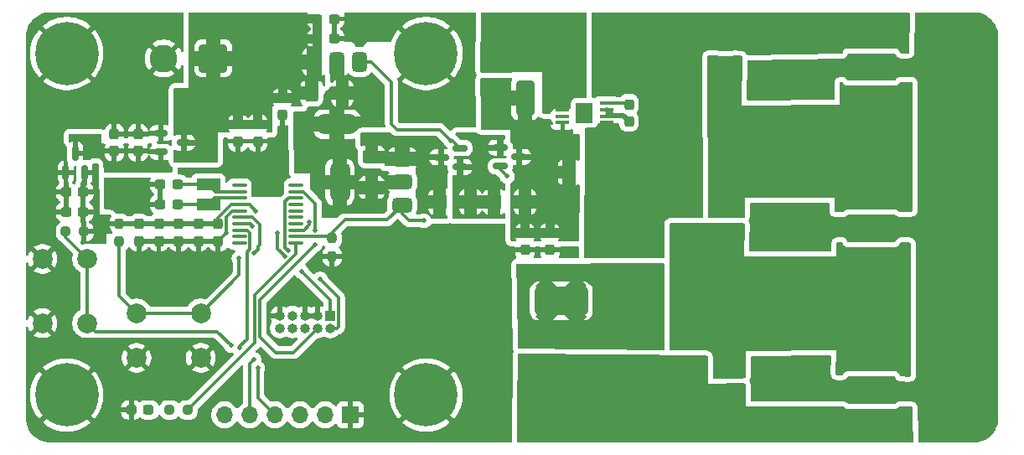
<source format=gbr>
%TF.GenerationSoftware,KiCad,Pcbnew,9.0.0*%
%TF.CreationDate,2025-08-28T15:42:06-07:00*%
%TF.ProjectId,Simple_12V_Panel,53696d70-6c65-45f3-9132-565f50616e65,rev?*%
%TF.SameCoordinates,Original*%
%TF.FileFunction,Copper,L1,Top*%
%TF.FilePolarity,Positive*%
%FSLAX46Y46*%
G04 Gerber Fmt 4.6, Leading zero omitted, Abs format (unit mm)*
G04 Created by KiCad (PCBNEW 9.0.0) date 2025-08-28 15:42:06*
%MOMM*%
%LPD*%
G01*
G04 APERTURE LIST*
G04 Aperture macros list*
%AMRoundRect*
0 Rectangle with rounded corners*
0 $1 Rounding radius*
0 $2 $3 $4 $5 $6 $7 $8 $9 X,Y pos of 4 corners*
0 Add a 4 corners polygon primitive as box body*
4,1,4,$2,$3,$4,$5,$6,$7,$8,$9,$2,$3,0*
0 Add four circle primitives for the rounded corners*
1,1,$1+$1,$2,$3*
1,1,$1+$1,$4,$5*
1,1,$1+$1,$6,$7*
1,1,$1+$1,$8,$9*
0 Add four rect primitives between the rounded corners*
20,1,$1+$1,$2,$3,$4,$5,0*
20,1,$1+$1,$4,$5,$6,$7,0*
20,1,$1+$1,$6,$7,$8,$9,0*
20,1,$1+$1,$8,$9,$2,$3,0*%
G04 Aperture macros list end*
%TA.AperFunction,SMDPad,CuDef*%
%ADD10RoundRect,0.435000X2.265000X1.015000X-2.265000X1.015000X-2.265000X-1.015000X2.265000X-1.015000X0*%
%TD*%
%TA.AperFunction,SMDPad,CuDef*%
%ADD11R,4.775200X0.508000*%
%TD*%
%TA.AperFunction,SMDPad,CuDef*%
%ADD12R,4.775200X2.768600*%
%TD*%
%TA.AperFunction,SMDPad,CuDef*%
%ADD13R,1.358900X0.431800*%
%TD*%
%TA.AperFunction,SMDPad,CuDef*%
%ADD14R,1.701800X2.006600*%
%TD*%
%TA.AperFunction,SMDPad,CuDef*%
%ADD15RoundRect,0.150000X-0.512500X-0.150000X0.512500X-0.150000X0.512500X0.150000X-0.512500X0.150000X0*%
%TD*%
%TA.AperFunction,SMDPad,CuDef*%
%ADD16RoundRect,0.250000X0.625000X-0.400000X0.625000X0.400000X-0.625000X0.400000X-0.625000X-0.400000X0*%
%TD*%
%TA.AperFunction,SMDPad,CuDef*%
%ADD17RoundRect,0.375000X-0.375000X0.625000X-0.375000X-0.625000X0.375000X-0.625000X0.375000X0.625000X0*%
%TD*%
%TA.AperFunction,SMDPad,CuDef*%
%ADD18RoundRect,0.500000X-1.400000X0.500000X-1.400000X-0.500000X1.400000X-0.500000X1.400000X0.500000X0*%
%TD*%
%TA.AperFunction,SMDPad,CuDef*%
%ADD19RoundRect,0.375000X0.625000X0.375000X-0.625000X0.375000X-0.625000X-0.375000X0.625000X-0.375000X0*%
%TD*%
%TA.AperFunction,SMDPad,CuDef*%
%ADD20RoundRect,0.500000X0.500000X1.400000X-0.500000X1.400000X-0.500000X-1.400000X0.500000X-1.400000X0*%
%TD*%
%TA.AperFunction,ComponentPad*%
%ADD21C,6.400000*%
%TD*%
%TA.AperFunction,SMDPad,CuDef*%
%ADD22RoundRect,0.237500X-0.237500X0.250000X-0.237500X-0.250000X0.237500X-0.250000X0.237500X0.250000X0*%
%TD*%
%TA.AperFunction,SMDPad,CuDef*%
%ADD23RoundRect,0.250000X0.650000X-1.500000X0.650000X1.500000X-0.650000X1.500000X-0.650000X-1.500000X0*%
%TD*%
%TA.AperFunction,SMDPad,CuDef*%
%ADD24RoundRect,0.250000X-0.400000X-0.625000X0.400000X-0.625000X0.400000X0.625000X-0.400000X0.625000X0*%
%TD*%
%TA.AperFunction,SMDPad,CuDef*%
%ADD25RoundRect,0.237500X0.300000X0.237500X-0.300000X0.237500X-0.300000X-0.237500X0.300000X-0.237500X0*%
%TD*%
%TA.AperFunction,SMDPad,CuDef*%
%ADD26RoundRect,0.237500X-0.237500X0.300000X-0.237500X-0.300000X0.237500X-0.300000X0.237500X0.300000X0*%
%TD*%
%TA.AperFunction,SMDPad,CuDef*%
%ADD27R,2.387600X1.193800*%
%TD*%
%TA.AperFunction,ComponentPad*%
%ADD28C,2.000000*%
%TD*%
%TA.AperFunction,SMDPad,CuDef*%
%ADD29RoundRect,0.237500X0.250000X0.237500X-0.250000X0.237500X-0.250000X-0.237500X0.250000X-0.237500X0*%
%TD*%
%TA.AperFunction,SMDPad,CuDef*%
%ADD30RoundRect,0.237500X0.237500X-0.300000X0.237500X0.300000X-0.237500X0.300000X-0.237500X-0.300000X0*%
%TD*%
%TA.AperFunction,SMDPad,CuDef*%
%ADD31RoundRect,0.150000X0.587500X0.150000X-0.587500X0.150000X-0.587500X-0.150000X0.587500X-0.150000X0*%
%TD*%
%TA.AperFunction,SMDPad,CuDef*%
%ADD32RoundRect,0.237500X-0.250000X-0.237500X0.250000X-0.237500X0.250000X0.237500X-0.250000X0.237500X0*%
%TD*%
%TA.AperFunction,SMDPad,CuDef*%
%ADD33RoundRect,0.237500X-0.287500X-0.237500X0.287500X-0.237500X0.287500X0.237500X-0.287500X0.237500X0*%
%TD*%
%TA.AperFunction,SMDPad,CuDef*%
%ADD34RoundRect,0.237500X-0.300000X-0.237500X0.300000X-0.237500X0.300000X0.237500X-0.300000X0.237500X0*%
%TD*%
%TA.AperFunction,ComponentPad*%
%ADD35RoundRect,0.250001X1.149999X1.149999X-1.149999X1.149999X-1.149999X-1.149999X1.149999X-1.149999X0*%
%TD*%
%TA.AperFunction,ComponentPad*%
%ADD36C,2.800000*%
%TD*%
%TA.AperFunction,SMDPad,CuDef*%
%ADD37RoundRect,0.100000X-0.637500X-0.100000X0.637500X-0.100000X0.637500X0.100000X-0.637500X0.100000X0*%
%TD*%
%TA.AperFunction,SMDPad,CuDef*%
%ADD38RoundRect,0.150000X0.150000X-0.587500X0.150000X0.587500X-0.150000X0.587500X-0.150000X-0.587500X0*%
%TD*%
%TA.AperFunction,ComponentPad*%
%ADD39R,1.700000X1.700000*%
%TD*%
%TA.AperFunction,ComponentPad*%
%ADD40O,1.700000X1.700000*%
%TD*%
%TA.AperFunction,SMDPad,CuDef*%
%ADD41RoundRect,0.150000X-0.587500X-0.150000X0.587500X-0.150000X0.587500X0.150000X-0.587500X0.150000X0*%
%TD*%
%TA.AperFunction,ComponentPad*%
%ADD42R,1.000000X1.000000*%
%TD*%
%TA.AperFunction,ComponentPad*%
%ADD43O,1.000000X1.000000*%
%TD*%
%TA.AperFunction,ViaPad*%
%ADD44C,0.500000*%
%TD*%
%TA.AperFunction,ViaPad*%
%ADD45C,1.500000*%
%TD*%
%TA.AperFunction,Conductor*%
%ADD46C,0.300000*%
%TD*%
%TA.AperFunction,Conductor*%
%ADD47C,0.500000*%
%TD*%
G04 APERTURE END LIST*
D10*
%TO.P,L1,1,1*%
%TO.N,Net-(L1-Pad1)*%
X164650000Y-119925000D03*
%TO.P,L1,2,2*%
%TO.N,/LED/LX_1*%
X164650000Y-110025000D03*
%TD*%
D11*
%TO.P,U9,1,1*%
%TO.N,/LED/LED_1*%
X196000000Y-84220000D03*
D12*
%TO.P,U9,2,2*%
%TO.N,/LED/Thermal_Pad*%
X196000000Y-86360000D03*
D11*
%TO.P,U9,3,3*%
%TO.N,Net-(R13-Pad1)*%
X196000000Y-88500000D03*
%TD*%
%TO.P,U8,1,1*%
%TO.N,Net-(R13-Pad1)*%
X196000000Y-100540000D03*
D12*
%TO.P,U8,2,2*%
%TO.N,/LED/Thermal_Pad*%
X196000000Y-102680000D03*
D11*
%TO.P,U8,3,3*%
%TO.N,Net-(R14-Pad1)*%
X196000000Y-104820000D03*
%TD*%
%TO.P,U7,1,1*%
%TO.N,Net-(R14-Pad1)*%
X196000000Y-116860000D03*
D12*
%TO.P,U7,2,2*%
%TO.N,/LED/Thermal_Pad*%
X196000000Y-119000000D03*
D11*
%TO.P,U7,3,3*%
%TO.N,Net-(L1-Pad1)*%
X196000000Y-121140000D03*
%TD*%
D13*
%TO.P,U2,1,ISENSE*%
%TO.N,/LED/LED_1*%
X169228850Y-91974979D03*
%TO.P,U2,2,GND*%
%TO.N,GND*%
X169228850Y-91324993D03*
%TO.P,U2,3,GND*%
X169228850Y-90675007D03*
%TO.P,U2,4,VSET*%
%TO.N,/LED/VSET_1*%
X169228850Y-90025021D03*
%TO.P,U2,5,LX*%
%TO.N,/LED/LX_1*%
X164771150Y-90025021D03*
%TO.P,U2,6,LX*%
X164771150Y-90675007D03*
%TO.P,U2,7,NC*%
%TO.N,unconnected-(U2-NC-Pad7)*%
X164771150Y-91324993D03*
%TO.P,U2,8,VIN*%
%TO.N,VLED*%
X164771150Y-91974979D03*
D14*
%TO.P,U2,EPAD*%
%TO.N,GND*%
X167000000Y-91000000D03*
%TD*%
D15*
%TO.P,U1,3,VI*%
%TO.N,VCC*%
X126500000Y-94000000D03*
%TO.P,U1,2,VO*%
%TO.N,+5V*%
X124225000Y-94950000D03*
%TO.P,U1,1,GND*%
%TO.N,GND*%
X124225000Y-93050000D03*
%TD*%
D16*
%TO.P,R13,1*%
%TO.N,Net-(R13-Pad1)*%
X181275000Y-87180000D03*
%TO.P,R13,2*%
%TO.N,/LED/LED_1*%
X181275000Y-84080000D03*
%TD*%
D17*
%TO.P,Q4,2,G*%
%TO.N,MOSFET*%
X144300000Y-85850000D03*
%TO.P,Q4,1,D*%
%TO.N,Net-(Q3-D)*%
X142000000Y-85850000D03*
D18*
X142000000Y-92150000D03*
D17*
%TO.P,Q4,3,S*%
%TO.N,VCC*%
X139700000Y-85850000D03*
%TD*%
D19*
%TO.P,Q3,2,G*%
%TO.N,MOSFET*%
X148587500Y-100300000D03*
%TO.P,Q3,1,D*%
%TO.N,Net-(Q3-D)*%
X148587500Y-98000000D03*
D20*
X142287500Y-98000000D03*
D19*
%TO.P,Q3,3,S*%
%TO.N,Net-(Q2-S)*%
X148587500Y-95700000D03*
%TD*%
D21*
%TO.P,H4,1,1*%
%TO.N,GND*%
X151000000Y-85000000D03*
%TD*%
%TO.P,H3,1,1*%
%TO.N,GND*%
X114700000Y-85000000D03*
%TD*%
%TO.P,H2,1,1*%
%TO.N,GND*%
X151000000Y-119500000D03*
%TD*%
%TO.P,H1,1,1*%
%TO.N,GND*%
X114700000Y-119500000D03*
%TD*%
D22*
%TO.P,R1,1*%
%TO.N,MOSFET*%
X141500000Y-103675000D03*
%TO.P,R1,2*%
%TO.N,GND*%
X141500000Y-105500000D03*
%TD*%
D23*
%TO.P,D5,1,K*%
%TO.N,VLED*%
X161000000Y-89500000D03*
%TO.P,D5,2,A*%
%TO.N,/LED/LX_1*%
X161000000Y-84500000D03*
%TD*%
D24*
%TO.P,R19,1*%
%TO.N,Net-(Q1-D)*%
X157887500Y-100000000D03*
%TO.P,R19,2*%
%TO.N,VLED*%
X160987500Y-100000000D03*
%TD*%
%TO.P,R18,1*%
%TO.N,Net-(Q2-S)*%
X152387500Y-100000000D03*
%TO.P,R18,2*%
%TO.N,Net-(Q1-D)*%
X155487500Y-100000000D03*
%TD*%
D16*
%TO.P,R17,1*%
%TO.N,Net-(Q3-D)*%
X145500000Y-98550000D03*
%TO.P,R17,2*%
%TO.N,Net-(Q2-S)*%
X145500000Y-95450000D03*
%TD*%
D24*
%TO.P,R16,1*%
%TO.N,VCC*%
X139450000Y-89000000D03*
%TO.P,R16,2*%
%TO.N,Net-(Q3-D)*%
X142550000Y-89000000D03*
%TD*%
D16*
%TO.P,R15,1*%
%TO.N,Net-(L1-Pad1)*%
X181275000Y-119820000D03*
%TO.P,R15,2*%
%TO.N,Net-(R14-Pad1)*%
X181275000Y-116720000D03*
%TD*%
%TO.P,R14,1*%
%TO.N,Net-(R14-Pad1)*%
X181275000Y-103500000D03*
%TO.P,R14,2*%
%TO.N,Net-(R13-Pad1)*%
X181275000Y-100400000D03*
%TD*%
D24*
%TO.P,R4,1*%
%TO.N,VLED*%
X165450000Y-97000000D03*
%TO.P,R4,2*%
%TO.N,/LED/LED_1*%
X168550000Y-97000000D03*
%TD*%
D25*
%TO.P,C24,1*%
%TO.N,+3V3*%
X116362500Y-101000000D03*
%TO.P,C24,2*%
%TO.N,GND*%
X114637500Y-101000000D03*
%TD*%
D26*
%TO.P,C20,1*%
%TO.N,+3V3*%
X128000000Y-102225000D03*
%TO.P,C20,2*%
%TO.N,GND*%
X128000000Y-103950000D03*
%TD*%
D27*
%TO.P,Y1,1,1*%
%TO.N,/MCU/OSC_OUT*%
X129000000Y-100228300D03*
%TO.P,Y1,2,2*%
%TO.N,/MCU/OSC_IN*%
X129000000Y-98221700D03*
%TD*%
D28*
%TO.P,SW1,1,1*%
%TO.N,GND*%
X112250000Y-112250000D03*
X112250000Y-105750000D03*
%TO.P,SW1,2,2*%
%TO.N,/MCU/NRST*%
X116750000Y-112250000D03*
X116750000Y-105750000D03*
%TD*%
D26*
%TO.P,C14,1*%
%TO.N,VLED*%
X161000000Y-103137500D03*
%TO.P,C14,2*%
%TO.N,GND*%
X161000000Y-104862500D03*
%TD*%
%TO.P,C18,1*%
%TO.N,+3V3*%
X124000000Y-102225000D03*
%TO.P,C18,2*%
%TO.N,GND*%
X124000000Y-103950000D03*
%TD*%
%TO.P,C13,1*%
%TO.N,VLED*%
X163510000Y-103137500D03*
%TO.P,C13,2*%
%TO.N,GND*%
X163510000Y-104862500D03*
%TD*%
D29*
%TO.P,R8,1*%
%TO.N,+3V3*%
X116412500Y-103000000D03*
%TO.P,R8,2*%
%TO.N,/MCU/NRST*%
X114587500Y-103000000D03*
%TD*%
D22*
%TO.P,R10,1*%
%TO.N,+3V3*%
X120000000Y-102175000D03*
%TO.P,R10,2*%
%TO.N,Net-(U5-PA6)*%
X120000000Y-104000000D03*
%TD*%
D26*
%TO.P,C29,1*%
%TO.N,VCC*%
X132000000Y-92137500D03*
%TO.P,C29,2*%
%TO.N,GND*%
X132000000Y-93862500D03*
%TD*%
%TO.P,C28,1*%
%TO.N,VCC*%
X134000000Y-92137500D03*
%TO.P,C28,2*%
%TO.N,GND*%
X134000000Y-93862500D03*
%TD*%
D30*
%TO.P,C27,1*%
%TO.N,+5V*%
X121902500Y-94862500D03*
%TO.P,C27,2*%
%TO.N,GND*%
X121902500Y-93137500D03*
%TD*%
D26*
%TO.P,C30,1*%
%TO.N,VCC*%
X136500000Y-89500000D03*
%TO.P,C30,2*%
%TO.N,GND*%
X136500000Y-91225000D03*
%TD*%
D31*
%TO.P,Q2,1,D*%
%TO.N,Net-(Q1-D)*%
X154437500Y-96450000D03*
%TO.P,Q2,2,G*%
%TO.N,MOSFET*%
X154437500Y-94550000D03*
%TO.P,Q2,3,S*%
%TO.N,Net-(Q2-S)*%
X152562500Y-95500000D03*
%TD*%
D32*
%TO.P,R9,1*%
%TO.N,Net-(D3-A)*%
X125087500Y-121000000D03*
%TO.P,R9,2*%
%TO.N,/MCU/STATUS_LED*%
X126912500Y-121000000D03*
%TD*%
D33*
%TO.P,D3,1,K*%
%TO.N,GND*%
X121212500Y-121000000D03*
%TO.P,D3,2,A*%
%TO.N,Net-(D3-A)*%
X122962500Y-121000000D03*
%TD*%
D26*
%TO.P,C17,1*%
%TO.N,+3V3*%
X122000000Y-102225000D03*
%TO.P,C17,2*%
%TO.N,GND*%
X122000000Y-103950000D03*
%TD*%
D34*
%TO.P,C22,1*%
%TO.N,GND*%
X124137500Y-98215000D03*
%TO.P,C22,2*%
%TO.N,/MCU/OSC_IN*%
X125862500Y-98215000D03*
%TD*%
D35*
%TO.P,J1,1,Pin_1*%
%TO.N,VCC*%
X129500000Y-85500000D03*
D36*
%TO.P,J1,2,Pin_2*%
%TO.N,GND*%
X124500000Y-85500000D03*
%TD*%
D34*
%TO.P,C31,1*%
%TO.N,VCC*%
X140000000Y-81500000D03*
%TO.P,C31,2*%
%TO.N,GND*%
X141725000Y-81500000D03*
%TD*%
%TO.P,C23,1*%
%TO.N,GND*%
X124137500Y-100225000D03*
%TO.P,C23,2*%
%TO.N,/MCU/OSC_OUT*%
X125862500Y-100225000D03*
%TD*%
D26*
%TO.P,C21,1*%
%TO.N,+3V3*%
X130000000Y-102225000D03*
%TO.P,C21,2*%
%TO.N,GND*%
X130000000Y-103950000D03*
%TD*%
D25*
%TO.P,C25,1*%
%TO.N,+3V3*%
X116362500Y-99000000D03*
%TO.P,C25,2*%
%TO.N,GND*%
X114637500Y-99000000D03*
%TD*%
D26*
%TO.P,C19,1*%
%TO.N,+3V3*%
X126000000Y-102225000D03*
%TO.P,C19,2*%
%TO.N,GND*%
X126000000Y-103950000D03*
%TD*%
D37*
%TO.P,U5,1,PB7*%
%TO.N,unconnected-(U5-PB7-Pad1)*%
X132137500Y-98300000D03*
%TO.P,U5,2,PC14*%
%TO.N,/MCU/OSC_IN*%
X132137500Y-98950000D03*
%TO.P,U5,3,PC15*%
%TO.N,/MCU/OSC_OUT*%
X132137500Y-99600000D03*
%TO.P,U5,4,VDD*%
%TO.N,+3V3*%
X132137500Y-100250000D03*
%TO.P,U5,5,VSS*%
%TO.N,GND*%
X132137500Y-100900000D03*
%TO.P,U5,6,PF2*%
%TO.N,/MCU/NRST*%
X132137500Y-101550000D03*
%TO.P,U5,7,PA0*%
%TO.N,/MCU/UART_TX*%
X132137500Y-102200000D03*
%TO.P,U5,8,PA1*%
%TO.N,/MCU/UART_RX*%
X132137500Y-102850000D03*
%TO.P,U5,9,PA2*%
%TO.N,unconnected-(U5-PA2-Pad9)*%
X132137500Y-103500000D03*
%TO.P,U5,10,PA3*%
%TO.N,unconnected-(U5-PA3-Pad10)*%
X132137500Y-104150000D03*
%TO.P,U5,11,PA4*%
%TO.N,/MCU/STATUS_LED*%
X137862500Y-104150000D03*
%TO.P,U5,12,PA5*%
%TO.N,MOSFET*%
X137862500Y-103500000D03*
%TO.P,U5,13,PA6*%
%TO.N,Net-(U5-PA6)*%
X137862500Y-102850000D03*
%TO.P,U5,14,PA7*%
%TO.N,unconnected-(U5-PA7-Pad14)*%
X137862500Y-102200000D03*
%TO.P,U5,15,PA8*%
%TO.N,unconnected-(U5-PA8-Pad15)*%
X137862500Y-101550000D03*
%TO.P,U5,16,PA9/PA11*%
%TO.N,unconnected-(U5-PA9{slash}PA11-Pad16)*%
X137862500Y-100900000D03*
%TO.P,U5,17,PA10/PA12*%
%TO.N,unconnected-(U5-PA10{slash}PA12-Pad17)*%
X137862500Y-100250000D03*
%TO.P,U5,18,PA13*%
%TO.N,/MCU/SWDIO*%
X137862500Y-99600000D03*
%TO.P,U5,19,PA14*%
%TO.N,/MCU/SWCLK*%
X137862500Y-98950000D03*
%TO.P,U5,20,PB6*%
%TO.N,unconnected-(U5-PB6-Pad20)*%
X137862500Y-98300000D03*
%TD*%
D34*
%TO.P,C32,1*%
%TO.N,VCC*%
X140000000Y-83500000D03*
%TO.P,C32,2*%
%TO.N,GND*%
X141725000Y-83500000D03*
%TD*%
D38*
%TO.P,U10,1,GND*%
%TO.N,GND*%
X114600000Y-97000000D03*
%TO.P,U10,2,VO*%
%TO.N,+3V3*%
X116500000Y-97000000D03*
%TO.P,U10,3,VI*%
%TO.N,+5V*%
X115550000Y-95125000D03*
%TD*%
D28*
%TO.P,SW3,1,1*%
%TO.N,Net-(U5-PA6)*%
X121750000Y-111250000D03*
X128250000Y-111250000D03*
%TO.P,SW3,2,2*%
%TO.N,GND*%
X121750000Y-115750000D03*
X128250000Y-115750000D03*
%TD*%
D39*
%TO.P,J3,1,Pin_1*%
%TO.N,GND*%
X143350000Y-121500000D03*
D40*
%TO.P,J3,2,Pin_2*%
%TO.N,unconnected-(J3-Pin_2-Pad2)*%
X140810000Y-121500000D03*
%TO.P,J3,3,Pin_3*%
%TO.N,unconnected-(J3-Pin_3-Pad3)*%
X138270000Y-121500000D03*
%TO.P,J3,4,Pin_4*%
%TO.N,/MCU/UART_RX*%
X135730000Y-121500000D03*
%TO.P,J3,5,Pin_5*%
%TO.N,/MCU/UART_TX*%
X133190000Y-121500000D03*
%TO.P,J3,6,Pin_6*%
%TO.N,unconnected-(J3-Pin_6-Pad6)*%
X130650000Y-121500000D03*
%TD*%
D41*
%TO.P,Q1,1,D*%
%TO.N,Net-(Q1-D)*%
X158500000Y-94500000D03*
%TO.P,Q1,2,G*%
%TO.N,MOSFET*%
X158500000Y-96400000D03*
%TO.P,Q1,3,S*%
%TO.N,VLED*%
X160375000Y-95450000D03*
%TD*%
D42*
%TO.P,J4,1,VTref*%
%TO.N,+3V3*%
X141310000Y-111500000D03*
D43*
%TO.P,J4,2,SWDIO/TMS*%
%TO.N,/MCU/SWDIO*%
X141310000Y-112770000D03*
%TO.P,J4,3,GND*%
%TO.N,GND*%
X140040000Y-111500000D03*
%TO.P,J4,4,SWCLK/TCK*%
%TO.N,/MCU/SWCLK*%
X140040000Y-112770000D03*
%TO.P,J4,5,GND*%
%TO.N,GND*%
X138770000Y-111500000D03*
%TO.P,J4,6,SWO/TDO*%
%TO.N,unconnected-(J4-SWO{slash}TDO-Pad6)*%
X138770000Y-112770000D03*
%TO.P,J4,7,KEY*%
%TO.N,unconnected-(J4-KEY-Pad7)*%
X137500000Y-111500000D03*
%TO.P,J4,8,NC/TDI*%
%TO.N,unconnected-(J4-NC{slash}TDI-Pad8)*%
X137500000Y-112770000D03*
%TO.P,J4,9,GNDDetect*%
%TO.N,GND*%
X136230000Y-111500000D03*
%TO.P,J4,10,~{RESET}*%
%TO.N,/MCU/NRST*%
X136230000Y-112770000D03*
%TD*%
D26*
%TO.P,C11,1*%
%TO.N,/LED/VSET_1*%
X171500000Y-90137500D03*
%TO.P,C11,2*%
%TO.N,GND*%
X171500000Y-91862500D03*
%TD*%
D30*
%TO.P,C26,1*%
%TO.N,+5V*%
X119500000Y-94862500D03*
%TO.P,C26,2*%
%TO.N,GND*%
X119500000Y-93137500D03*
%TD*%
D44*
%TO.N,GND*%
X119100000Y-99100000D03*
%TO.N,/LED/Thermal_Pad*%
X197500000Y-119500000D03*
X195500000Y-119500000D03*
X196500000Y-118500000D03*
X197500000Y-118500000D03*
X194500000Y-119500000D03*
X195500000Y-118500000D03*
X194500000Y-118500000D03*
X196500000Y-119500000D03*
X197500000Y-103200000D03*
X195500000Y-103200000D03*
X196500000Y-102200000D03*
X197500000Y-102200000D03*
X194500000Y-103200000D03*
X195500000Y-102200000D03*
X194500000Y-102200000D03*
X196500000Y-103200000D03*
X197500000Y-86900000D03*
X195500000Y-86900000D03*
X196500000Y-85900000D03*
X197500000Y-85900000D03*
X194500000Y-86900000D03*
X195500000Y-85900000D03*
X194500000Y-85900000D03*
X196500000Y-86900000D03*
%TO.N,GND*%
X166600000Y-91400000D03*
X167400000Y-90600000D03*
X166600000Y-90600000D03*
X167400000Y-91400000D03*
X137300000Y-114100000D03*
X150600000Y-109500000D03*
X119800000Y-120900000D03*
X125000000Y-109300000D03*
X122900000Y-98200000D03*
X122900000Y-100200000D03*
X126800000Y-97000000D03*
X134800000Y-98700000D03*
X136500000Y-92700000D03*
X133000000Y-95300000D03*
X143000000Y-82400000D03*
%TO.N,/MCU/NRST*%
X131300000Y-114500000D03*
%TO.N,Net-(U5-PA6)*%
X132100000Y-105700000D03*
X139200000Y-102000000D03*
%TO.N,/MCU/UART_RX*%
X134000000Y-116800000D03*
X132200000Y-114700000D03*
%TO.N,/MCU/UART_TX*%
X133600000Y-115900000D03*
X133475735Y-102424265D03*
%TO.N,GND*%
X165300000Y-105100000D03*
X159400000Y-104900000D03*
%TO.N,/MCU/SWDIO*%
X140300000Y-107800000D03*
X137074265Y-104925735D03*
%TO.N,GND*%
X130826000Y-103124000D03*
%TO.N,/MCU/NRST*%
X133600000Y-105200000D03*
%TO.N,+3V3*%
X138400000Y-107000000D03*
X136706046Y-105521065D03*
X136000000Y-103100000D03*
X133800000Y-100900000D03*
%TO.N,/MCU/SWCLK*%
X139800000Y-104300000D03*
X139800000Y-102900000D03*
%TO.N,MOSFET*%
X150800000Y-101900000D03*
X153500000Y-93800000D03*
X159200000Y-97400000D03*
%TO.N,GND*%
X170600000Y-91308079D03*
X113300000Y-97000000D03*
X123300000Y-114300000D03*
X113900000Y-110700000D03*
X143400000Y-119400000D03*
X124200000Y-91700000D03*
X141500000Y-106900000D03*
X138800000Y-109900000D03*
X136300000Y-109900000D03*
X121000000Y-105100000D03*
X122875000Y-105500000D03*
X129100000Y-105500000D03*
X127025000Y-105500000D03*
X124950000Y-105500000D03*
D45*
%TO.N,/LED/Thermal_Pad*%
X196000000Y-119000000D03*
X196000000Y-102680000D03*
X196000000Y-86360000D03*
X190470000Y-116700000D03*
X185470000Y-118900000D03*
X185470000Y-116700000D03*
X187970000Y-118900000D03*
X187970000Y-116700000D03*
X190470000Y-118900000D03*
X190260000Y-101380000D03*
X185260000Y-103580000D03*
X185260000Y-101380000D03*
X187760000Y-103580000D03*
X187760000Y-101380000D03*
X190260000Y-103580000D03*
X187430000Y-88750000D03*
X184930000Y-88750000D03*
X189930000Y-86550000D03*
X187430000Y-86550000D03*
X184930000Y-86550000D03*
X189930000Y-88750000D03*
X202700000Y-120700000D03*
X206700000Y-116700000D03*
X202700000Y-116700000D03*
X206700000Y-112700000D03*
X202700000Y-112700000D03*
X206700000Y-108700000D03*
X202700000Y-108700000D03*
X206700000Y-104700000D03*
X202700000Y-104700000D03*
X206700000Y-100700000D03*
X202700000Y-100700000D03*
X206700000Y-96700000D03*
X202700000Y-96700000D03*
X206700000Y-92700000D03*
X202700000Y-92700000D03*
X206700000Y-88700000D03*
X202700000Y-88700000D03*
X206700000Y-84700000D03*
X202700000Y-84700000D03*
X206700000Y-120700000D03*
%TO.N,/LED/LX_1*%
X163062500Y-113875000D03*
X166050000Y-113875000D03*
X169600000Y-107900000D03*
X169600000Y-113875000D03*
X169600000Y-110887500D03*
X172875000Y-113875000D03*
X172875000Y-110887500D03*
X172875000Y-107900000D03*
X157975000Y-82587500D03*
X157975000Y-84875000D03*
X164825000Y-86900000D03*
X164825000Y-84612500D03*
X164825000Y-82325000D03*
%TD*%
D46*
%TO.N,/LED/VSET_1*%
X171387521Y-90025021D02*
X169228850Y-90025021D01*
X171500000Y-90137500D02*
X171387521Y-90025021D01*
%TO.N,/MCU/NRST*%
X116750000Y-112250000D02*
X116750000Y-105750000D01*
X114587500Y-103587500D02*
X114587500Y-103000000D01*
X116750000Y-105750000D02*
X114587500Y-103587500D01*
%TO.N,Net-(U5-PA6)*%
X121750000Y-111250000D02*
X128250000Y-111250000D01*
X120000000Y-109500000D02*
X120000000Y-104000000D01*
X121750000Y-111250000D02*
X120000000Y-109500000D01*
%TO.N,/MCU/NRST*%
X117600000Y-113100000D02*
X116750000Y-112250000D01*
X129900000Y-113100000D02*
X117600000Y-113100000D01*
X131300000Y-114500000D02*
X129900000Y-113100000D01*
%TO.N,Net-(U5-PA6)*%
X132100000Y-107400000D02*
X128250000Y-111250000D01*
X132100000Y-105700000D02*
X132100000Y-107400000D01*
X139200000Y-102300000D02*
X139200000Y-102000000D01*
X137862500Y-102850000D02*
X138650000Y-102850000D01*
X138650000Y-102850000D02*
X139200000Y-102300000D01*
%TO.N,/MCU/UART_RX*%
X134000000Y-119770000D02*
X135730000Y-121500000D01*
X134000000Y-116800000D02*
X134000000Y-119770000D01*
X132200000Y-114600000D02*
X132200000Y-114700000D01*
X132900000Y-105050058D02*
X132900000Y-113900000D01*
X133226000Y-104724058D02*
X132900000Y-105050058D01*
X133226000Y-103126000D02*
X133226000Y-104724058D01*
X132900000Y-113900000D02*
X132200000Y-114600000D01*
X132950000Y-102850000D02*
X133226000Y-103126000D01*
X132137500Y-102850000D02*
X132950000Y-102850000D01*
%TO.N,/MCU/UART_TX*%
X133190000Y-116310000D02*
X133190000Y-121500000D01*
X133600000Y-115900000D02*
X133190000Y-116310000D01*
X133251470Y-102200000D02*
X133475735Y-102424265D01*
X132137500Y-102200000D02*
X133251470Y-102200000D01*
%TO.N,/MCU/NRST*%
X134000000Y-104800000D02*
X133600000Y-105200000D01*
X134200000Y-102300000D02*
X134200000Y-104300000D01*
X133450000Y-101550000D02*
X134200000Y-102300000D01*
X134200000Y-104300000D02*
X134000000Y-104500000D01*
X132137500Y-101550000D02*
X133450000Y-101550000D01*
X134000000Y-104500000D02*
X134000000Y-104800000D01*
%TO.N,/MCU/STATUS_LED*%
X133699000Y-114213500D02*
X126912500Y-121000000D01*
X133699000Y-109401000D02*
X133699000Y-114213500D01*
X137862500Y-105237500D02*
X133699000Y-109401000D01*
X137862500Y-104150000D02*
X137862500Y-105237500D01*
%TO.N,+3V3*%
X136000000Y-104700000D02*
X136000000Y-103100000D01*
X136706046Y-105521065D02*
X136706046Y-105406046D01*
X136706046Y-105406046D02*
X136000000Y-104700000D01*
%TO.N,/MCU/SWDIO*%
X142017106Y-112770000D02*
X141310000Y-112770000D01*
X142161000Y-112626106D02*
X142017106Y-112770000D01*
X142161000Y-109661000D02*
X142161000Y-112626106D01*
X140300000Y-107800000D02*
X142161000Y-109661000D01*
X136774000Y-104625470D02*
X137074265Y-104925735D01*
X137125001Y-99600000D02*
X136774000Y-99951001D01*
X136774000Y-99951001D02*
X136774000Y-104625470D01*
X137862500Y-99600000D02*
X137125001Y-99600000D01*
%TO.N,GND*%
X130826000Y-103124000D02*
X130000000Y-103950000D01*
X130826000Y-101483418D02*
X130826000Y-103124000D01*
X132137500Y-100900000D02*
X131409418Y-100900000D01*
X131409418Y-100900000D02*
X130826000Y-101483418D01*
%TO.N,+3V3*%
X141310000Y-109910000D02*
X141310000Y-111500000D01*
X138400000Y-107000000D02*
X141310000Y-109910000D01*
X133150000Y-100250000D02*
X133800000Y-100900000D01*
X132137500Y-100250000D02*
X133150000Y-100250000D01*
%TO.N,/MCU/SWCLK*%
X137610000Y-115200000D02*
X140040000Y-112770000D01*
X134200000Y-113600000D02*
X135800000Y-115200000D01*
X135800000Y-115200000D02*
X137610000Y-115200000D01*
X134200000Y-109900000D02*
X134200000Y-113600000D01*
X139800000Y-104300000D02*
X134200000Y-109900000D01*
X139800000Y-100150001D02*
X139800000Y-102900000D01*
X138599999Y-98950000D02*
X139800000Y-100150001D01*
X137862500Y-98950000D02*
X138599999Y-98950000D01*
%TO.N,MOSFET*%
X141500000Y-103675000D02*
X141325000Y-103500000D01*
X141325000Y-103500000D02*
X137862500Y-103500000D01*
X148587500Y-101187500D02*
X148587500Y-100300000D01*
X149300000Y-101900000D02*
X148587500Y-101187500D01*
X150800000Y-101900000D02*
X149300000Y-101900000D01*
X141500000Y-103100000D02*
X141500000Y-103675000D01*
X147087500Y-101800000D02*
X142800000Y-101800000D01*
X142800000Y-101800000D02*
X141500000Y-103100000D01*
X148587500Y-100300000D02*
X147087500Y-101800000D01*
X145450000Y-85850000D02*
X144300000Y-85850000D01*
X147500000Y-92100000D02*
X147500000Y-87900000D01*
X148100000Y-92700000D02*
X147500000Y-92100000D01*
X153500000Y-93800000D02*
X152400000Y-92700000D01*
X152400000Y-92700000D02*
X148100000Y-92700000D01*
X147500000Y-87900000D02*
X145450000Y-85850000D01*
X153500000Y-93800000D02*
X153687500Y-93800000D01*
X153687500Y-93800000D02*
X154437500Y-94550000D01*
X158500000Y-96700000D02*
X159200000Y-97400000D01*
X158500000Y-96400000D02*
X158500000Y-96700000D01*
D47*
%TO.N,GND*%
X169861922Y-91308079D02*
X169245764Y-90691921D01*
X170600000Y-91308079D02*
X169861922Y-91308079D01*
X170600000Y-91308079D02*
X169228850Y-91308079D01*
X170945579Y-91308079D02*
X170600000Y-91308079D01*
X171500000Y-91862500D02*
X170945579Y-91308079D01*
D46*
%TO.N,+3V3*%
X131350000Y-100250000D02*
X130000000Y-101600000D01*
X132137500Y-100250000D02*
X131350000Y-100250000D01*
X130000000Y-101600000D02*
X130000000Y-102225000D01*
%TO.N,/MCU/OSC_OUT*%
X125865800Y-100228300D02*
X125862500Y-100225000D01*
X129000000Y-100228300D02*
X125865800Y-100228300D01*
X129628300Y-99600000D02*
X129000000Y-100228300D01*
X132137500Y-99600000D02*
X129628300Y-99600000D01*
%TO.N,/MCU/OSC_IN*%
X129728300Y-98950000D02*
X132137500Y-98950000D01*
X129000000Y-98221700D02*
X129728300Y-98950000D01*
X128993300Y-98215000D02*
X129000000Y-98221700D01*
X125862500Y-98215000D02*
X128993300Y-98215000D01*
%TD*%
%TA.AperFunction,Conductor*%
%TO.N,/LED/Thermal_Pad*%
G36*
X206331754Y-80823365D02*
G01*
X206621808Y-80840912D01*
X206636672Y-80842717D01*
X206714197Y-80856924D01*
X206918815Y-80894424D01*
X206933329Y-80898001D01*
X207207187Y-80983341D01*
X207221180Y-80988649D01*
X207482737Y-81106369D01*
X207495996Y-81113328D01*
X207741455Y-81261716D01*
X207753778Y-81270222D01*
X207979565Y-81447118D01*
X207990773Y-81457048D01*
X208193583Y-81659862D01*
X208203513Y-81671070D01*
X208380408Y-81896866D01*
X208388913Y-81909189D01*
X208537294Y-82154645D01*
X208544253Y-82167904D01*
X208661967Y-82429463D01*
X208667277Y-82443464D01*
X208752607Y-82717310D01*
X208756190Y-82731849D01*
X208807888Y-83013974D01*
X208809693Y-83028839D01*
X208827295Y-83319901D01*
X208827521Y-83327384D01*
X208827521Y-83359123D01*
X208827521Y-83388525D01*
X208827521Y-83388527D01*
X208827522Y-83398519D01*
X208827522Y-121818878D01*
X208827296Y-121826367D01*
X208809746Y-122116425D01*
X208807941Y-122131288D01*
X208756236Y-122413422D01*
X208752652Y-122427962D01*
X208667316Y-122701803D01*
X208662006Y-122715803D01*
X208544287Y-122977361D01*
X208537328Y-122990620D01*
X208388939Y-123236081D01*
X208380433Y-123248404D01*
X208203536Y-123474193D01*
X208193607Y-123485400D01*
X207990792Y-123688215D01*
X207979584Y-123698145D01*
X207753793Y-123875041D01*
X207741470Y-123883547D01*
X207496007Y-124031935D01*
X207482748Y-124038894D01*
X207221184Y-124156614D01*
X207207184Y-124161923D01*
X206933349Y-124247255D01*
X206918810Y-124250839D01*
X206636676Y-124302543D01*
X206621812Y-124304348D01*
X206384209Y-124318722D01*
X206331469Y-124321913D01*
X206323988Y-124322139D01*
X200860905Y-124322139D01*
X200793866Y-124302454D01*
X200748111Y-124249650D01*
X200738874Y-124189790D01*
X200737325Y-124189711D01*
X200737550Y-124185295D01*
X200723158Y-123480096D01*
X200667878Y-120771372D01*
X200655210Y-120668768D01*
X200643939Y-120619586D01*
X200610657Y-120521695D01*
X200532655Y-120400794D01*
X200532647Y-120400784D01*
X200486815Y-120348080D01*
X200486801Y-120348066D01*
X200377900Y-120254042D01*
X200377899Y-120254041D01*
X200246915Y-120194504D01*
X200246909Y-120194502D01*
X200246906Y-120194501D01*
X200179843Y-120174939D01*
X200179832Y-120174937D01*
X200037396Y-120154717D01*
X200037388Y-120154716D01*
X198865623Y-120156802D01*
X198776322Y-120164916D01*
X198776301Y-120164918D01*
X198733210Y-120172735D01*
X198733195Y-120172738D01*
X198646769Y-120196492D01*
X198520484Y-120265450D01*
X198520479Y-120265453D01*
X198464565Y-120307311D01*
X198464544Y-120307329D01*
X198428896Y-120342979D01*
X198367574Y-120376465D01*
X198341214Y-120379299D01*
X193662465Y-120379299D01*
X193595426Y-120359614D01*
X193578051Y-120346130D01*
X193551844Y-120321774D01*
X193551837Y-120321768D01*
X193480257Y-120266316D01*
X193453252Y-120254041D01*
X193349274Y-120206779D01*
X193349272Y-120206778D01*
X193349269Y-120206777D01*
X193284459Y-120187872D01*
X193282802Y-120187354D01*
X193282204Y-120187213D01*
X193139750Y-120166990D01*
X193139746Y-120166989D01*
X183924421Y-120183387D01*
X183857346Y-120163822D01*
X183811497Y-120111099D01*
X183800204Y-120060435D01*
X183786538Y-118440967D01*
X183773518Y-118331167D01*
X183761351Y-118278638D01*
X183724772Y-118174299D01*
X183701761Y-118139900D01*
X183680848Y-118073236D01*
X183692032Y-118019446D01*
X183745338Y-117902726D01*
X183765023Y-117835687D01*
X183765024Y-117835683D01*
X183785500Y-117693267D01*
X183785500Y-115706685D01*
X183805185Y-115639646D01*
X183857989Y-115593891D01*
X183908414Y-115582690D01*
X191816365Y-115513624D01*
X191883573Y-115532722D01*
X191929787Y-115585124D01*
X191941407Y-115640757D01*
X191897813Y-117362711D01*
X191897813Y-117362724D01*
X191906843Y-117471478D01*
X191906845Y-117471493D01*
X191916944Y-117523725D01*
X191949109Y-117628020D01*
X192024322Y-117750670D01*
X192068944Y-117804419D01*
X192068949Y-117804424D01*
X192068952Y-117804427D01*
X192068954Y-117804429D01*
X192103526Y-117835687D01*
X192175679Y-117900925D01*
X192293290Y-117957665D01*
X192305265Y-117963442D01*
X192371874Y-117984537D01*
X192513826Y-118008014D01*
X192530599Y-118008368D01*
X193017012Y-118018636D01*
X193017038Y-118018635D01*
X193017041Y-118018636D01*
X193040405Y-118018590D01*
X193051868Y-118018302D01*
X193051887Y-118018301D01*
X193051890Y-118018301D01*
X193054177Y-118018190D01*
X193075233Y-118017173D01*
X193215825Y-117986590D01*
X193281290Y-117962173D01*
X193281295Y-117962171D01*
X193281302Y-117962166D01*
X193281305Y-117962166D01*
X193339077Y-117930618D01*
X193407575Y-117893215D01*
X193509313Y-117791476D01*
X193551184Y-117735542D01*
X193551186Y-117735539D01*
X193578631Y-117685274D01*
X193628035Y-117635869D01*
X193687464Y-117620700D01*
X198291070Y-117620700D01*
X198358109Y-117640385D01*
X198403864Y-117693189D01*
X198408287Y-117704251D01*
X198429178Y-117764800D01*
X198504392Y-117887452D01*
X198549014Y-117941201D01*
X198549019Y-117941206D01*
X198549022Y-117941209D01*
X198549024Y-117941211D01*
X198622909Y-118008014D01*
X198655749Y-118037707D01*
X198773360Y-118094447D01*
X198785335Y-118100224D01*
X198851944Y-118121319D01*
X198993896Y-118144796D01*
X199071061Y-118146424D01*
X199842705Y-118162714D01*
X199842706Y-118162713D01*
X199842715Y-118162714D01*
X199955617Y-118152381D01*
X200009745Y-118141203D01*
X200117504Y-118105968D01*
X200238543Y-118028180D01*
X200291347Y-117982425D01*
X200385567Y-117873691D01*
X200445338Y-117742814D01*
X200465023Y-117675775D01*
X200465024Y-117675771D01*
X200485500Y-117533355D01*
X200485500Y-104223176D01*
X200474303Y-104117370D01*
X200463438Y-104066611D01*
X200456236Y-104044606D01*
X200430343Y-103965495D01*
X200430341Y-103965490D01*
X200353363Y-103843938D01*
X200353362Y-103843937D01*
X200353361Y-103843935D01*
X200307958Y-103790827D01*
X200307955Y-103790824D01*
X200307953Y-103790822D01*
X200199855Y-103695887D01*
X200069371Y-103635242D01*
X200007712Y-103616690D01*
X200005745Y-103616002D01*
X200002473Y-103615114D01*
X199937188Y-103605283D01*
X199860194Y-103593690D01*
X199860191Y-103593689D01*
X199860188Y-103593689D01*
X199001194Y-103587971D01*
X199001184Y-103587971D01*
X199001167Y-103587971D01*
X198989316Y-103588124D01*
X198981398Y-103588226D01*
X198971768Y-103588538D01*
X198952083Y-103589561D01*
X198811484Y-103620149D01*
X198746027Y-103644565D01*
X198746024Y-103644566D01*
X198619746Y-103713521D01*
X198518020Y-103815249D01*
X198518003Y-103815268D01*
X198481226Y-103864397D01*
X198481221Y-103864404D01*
X198476143Y-103871189D01*
X198476140Y-103871193D01*
X198408430Y-103995196D01*
X198408206Y-103995601D01*
X198383617Y-104019795D01*
X198359284Y-104044130D01*
X198358748Y-104044266D01*
X198358404Y-104044606D01*
X198352954Y-104045745D01*
X198299856Y-104059299D01*
X193705757Y-104059299D01*
X193638718Y-104039614D01*
X193592963Y-103986810D01*
X193588990Y-103977029D01*
X193568548Y-103919806D01*
X193568544Y-103919800D01*
X193568543Y-103919797D01*
X193491573Y-103798258D01*
X193491572Y-103798256D01*
X193446164Y-103745142D01*
X193430942Y-103731774D01*
X193338059Y-103650201D01*
X193207582Y-103589560D01*
X193207580Y-103589559D01*
X193140670Y-103569428D01*
X193140521Y-103569406D01*
X192998392Y-103548005D01*
X192998393Y-103548005D01*
X192615821Y-103545458D01*
X192599909Y-103545353D01*
X192599908Y-103545353D01*
X192599903Y-103545353D01*
X192487349Y-103557275D01*
X192433481Y-103569193D01*
X192433461Y-103569198D01*
X192326398Y-103605860D01*
X192326397Y-103605861D01*
X192206436Y-103685299D01*
X192154262Y-103731774D01*
X192061541Y-103841789D01*
X192061538Y-103841794D01*
X192003568Y-103973474D01*
X192003566Y-103973478D01*
X191984804Y-104040771D01*
X191984803Y-104040776D01*
X191966279Y-104183462D01*
X191975786Y-104877431D01*
X191957022Y-104944733D01*
X191904850Y-104991207D01*
X191851532Y-105003129D01*
X183796782Y-104985863D01*
X183729785Y-104966034D01*
X183684143Y-104913133D01*
X183673057Y-104860382D01*
X183685748Y-103798256D01*
X183704012Y-102269610D01*
X183693318Y-102159972D01*
X183682308Y-102107390D01*
X183648117Y-102002668D01*
X183618677Y-101956492D01*
X183617097Y-101951036D01*
X183613167Y-101946936D01*
X183607483Y-101917849D01*
X183599237Y-101889382D01*
X183600571Y-101882476D01*
X183599768Y-101878363D01*
X183605584Y-101856542D01*
X183608000Y-101844043D01*
X183609150Y-101841148D01*
X183665371Y-101718039D01*
X183685055Y-101650999D01*
X183685056Y-101650996D01*
X183705530Y-101508580D01*
X183705510Y-100229502D01*
X183725194Y-100162462D01*
X183777997Y-100116706D01*
X183829510Y-100105500D01*
X191647616Y-100105500D01*
X191714655Y-100125185D01*
X191760410Y-100177989D01*
X191771537Y-100233926D01*
X191749423Y-100853131D01*
X191758969Y-100970560D01*
X191758969Y-100970566D01*
X191770256Y-101026847D01*
X191770263Y-101026871D01*
X191806737Y-101138903D01*
X191806738Y-101138905D01*
X191806739Y-101138907D01*
X191884910Y-101259700D01*
X191884913Y-101259703D01*
X191930826Y-101312353D01*
X191930835Y-101312362D01*
X191978942Y-101353781D01*
X192039867Y-101406236D01*
X192170934Y-101465591D01*
X192238035Y-101485063D01*
X192380514Y-101505088D01*
X193150607Y-101502651D01*
X193239528Y-101494483D01*
X193282464Y-101486668D01*
X193368575Y-101462976D01*
X193494859Y-101394027D01*
X193550795Y-101352158D01*
X193550831Y-101352131D01*
X193560848Y-101342112D01*
X193574215Y-101330528D01*
X193581031Y-101325426D01*
X193646498Y-101301015D01*
X193655333Y-101300700D01*
X198344664Y-101300700D01*
X198411703Y-101320385D01*
X198418978Y-101325436D01*
X198423422Y-101328763D01*
X198431898Y-101335713D01*
X198432639Y-101336377D01*
X198433261Y-101336935D01*
X198441736Y-101343742D01*
X198454212Y-101353765D01*
X198454228Y-101353777D01*
X198454233Y-101353781D01*
X198498853Y-101385797D01*
X198629920Y-101445152D01*
X198697021Y-101464624D01*
X198839500Y-101484649D01*
X200027992Y-101480888D01*
X200134625Y-101469168D01*
X200185744Y-101457963D01*
X200287504Y-101424005D01*
X200408543Y-101346217D01*
X200461347Y-101300462D01*
X200555567Y-101191728D01*
X200615338Y-101060851D01*
X200635023Y-100993812D01*
X200635024Y-100993808D01*
X200655500Y-100851392D01*
X200655500Y-87974419D01*
X200643766Y-87866135D01*
X200632386Y-87814243D01*
X200597727Y-87710982D01*
X200519531Y-87590206D01*
X200473598Y-87537557D01*
X200378099Y-87455370D01*
X200364544Y-87443704D01*
X200285609Y-87407977D01*
X200233465Y-87384376D01*
X200233463Y-87384375D01*
X200233460Y-87384374D01*
X200166365Y-87364919D01*
X200166361Y-87364918D01*
X200166360Y-87364918D01*
X200166358Y-87364918D01*
X200157987Y-87363729D01*
X200157785Y-87363715D01*
X200023868Y-87344922D01*
X198964798Y-87348500D01*
X198947607Y-87348850D01*
X198939217Y-87349164D01*
X198922049Y-87350099D01*
X198922047Y-87350100D01*
X198781445Y-87380688D01*
X198715988Y-87405104D01*
X198715985Y-87405105D01*
X198675731Y-87427086D01*
X198602076Y-87467306D01*
X198589707Y-87474060D01*
X198487981Y-87575788D01*
X198487964Y-87575807D01*
X198451343Y-87624727D01*
X198451336Y-87624737D01*
X198446104Y-87631728D01*
X198446097Y-87631737D01*
X198421998Y-87675873D01*
X198421346Y-87677010D01*
X198397022Y-87700327D01*
X198373221Y-87724130D01*
X198371820Y-87724487D01*
X198370909Y-87725361D01*
X198360176Y-87727459D01*
X198313792Y-87739299D01*
X193682726Y-87739299D01*
X193615687Y-87719614D01*
X193578639Y-87682692D01*
X193534034Y-87613801D01*
X193534032Y-87613798D01*
X193488102Y-87561154D01*
X193488099Y-87561151D01*
X193460682Y-87537556D01*
X193379055Y-87467306D01*
X193247977Y-87407977D01*
X193247974Y-87407976D01*
X193247965Y-87407972D01*
X193180883Y-87388521D01*
X193180868Y-87388517D01*
X193180867Y-87388517D01*
X193113844Y-87379111D01*
X193038376Y-87368521D01*
X192872398Y-87369082D01*
X192800481Y-87374471D01*
X192800451Y-87374474D01*
X192765558Y-87379613D01*
X192765545Y-87379615D01*
X192695169Y-87395172D01*
X192673756Y-87405036D01*
X192673755Y-87405035D01*
X192667752Y-87407800D01*
X192610588Y-87427086D01*
X192573065Y-87451425D01*
X192564955Y-87455162D01*
X192564954Y-87455162D01*
X192564502Y-87455370D01*
X192564454Y-87455396D01*
X192543439Y-87469004D01*
X192543430Y-87469010D01*
X192517793Y-87485606D01*
X192517741Y-87485642D01*
X192505800Y-87493375D01*
X192500449Y-87498041D01*
X192495647Y-87501486D01*
X192494797Y-87501783D01*
X192490884Y-87504736D01*
X192489878Y-87505388D01*
X192482756Y-87511613D01*
X192482755Y-87511612D01*
X192471006Y-87521881D01*
X192470155Y-87522626D01*
X192470148Y-87522633D01*
X192437264Y-87551373D01*
X192437239Y-87551398D01*
X192436897Y-87551797D01*
X192424379Y-87564409D01*
X192397409Y-87587940D01*
X192397408Y-87587941D01*
X192397407Y-87587941D01*
X192377776Y-87618713D01*
X192367303Y-87632815D01*
X192343512Y-87660512D01*
X192343510Y-87660515D01*
X192328775Y-87693148D01*
X192322671Y-87704939D01*
X192321509Y-87706915D01*
X192320027Y-87709239D01*
X192319637Y-87710099D01*
X192319626Y-87710119D01*
X192310019Y-87731348D01*
X192310016Y-87731353D01*
X192296400Y-87761432D01*
X192296374Y-87761498D01*
X192291203Y-87772924D01*
X192289280Y-87779550D01*
X192287186Y-87784882D01*
X192286615Y-87785617D01*
X192284806Y-87790525D01*
X192284304Y-87791636D01*
X192284303Y-87791640D01*
X192265164Y-87857866D01*
X192265160Y-87857884D01*
X192264900Y-87858787D01*
X192264523Y-87861483D01*
X192264125Y-87863739D01*
X192263690Y-87864613D01*
X192261115Y-87876672D01*
X192251146Y-87911046D01*
X192251266Y-87947585D01*
X192250080Y-87965105D01*
X192245038Y-88001280D01*
X192245038Y-88001286D01*
X192251799Y-89573171D01*
X192232403Y-89640294D01*
X192179796Y-89686276D01*
X192128430Y-89697702D01*
X183553918Y-89741271D01*
X183486779Y-89721928D01*
X183440757Y-89669357D01*
X183429290Y-89616533D01*
X183452220Y-85775603D01*
X183472305Y-85708684D01*
X183525381Y-85663245D01*
X183574905Y-85652352D01*
X192994603Y-85552903D01*
X193086038Y-85543582D01*
X193115956Y-85537746D01*
X193130111Y-85534986D01*
X193130113Y-85534985D01*
X193130115Y-85534985D01*
X193218366Y-85509256D01*
X193343404Y-85438074D01*
X193398586Y-85395218D01*
X193398589Y-85395215D01*
X193498508Y-85291688D01*
X193565212Y-85164204D01*
X193588103Y-85099340D01*
X193588102Y-85099339D01*
X193588194Y-85099077D01*
X193588196Y-85099078D01*
X193588371Y-85098583D01*
X193588494Y-85098234D01*
X193588496Y-85098223D01*
X193588631Y-85097841D01*
X193588890Y-85097108D01*
X193588914Y-85097041D01*
X193600776Y-85063431D01*
X193641650Y-85006765D01*
X193706671Y-84981192D01*
X193717707Y-84980700D01*
X198294942Y-84980700D01*
X198361981Y-85000385D01*
X198407736Y-85053189D01*
X198411163Y-85061474D01*
X198412258Y-85064417D01*
X198435690Y-85127439D01*
X198514746Y-85247645D01*
X198514749Y-85247649D01*
X198514750Y-85247650D01*
X198555441Y-85293621D01*
X198555675Y-85293925D01*
X198561057Y-85299968D01*
X198592002Y-85326215D01*
X198670787Y-85393040D01*
X198802289Y-85451425D01*
X198869533Y-85470401D01*
X199012157Y-85489373D01*
X199733198Y-85481761D01*
X199836804Y-85469910D01*
X199886496Y-85458943D01*
X199985463Y-85426087D01*
X200106854Y-85348848D01*
X200159864Y-85303333D01*
X200254576Y-85195024D01*
X200314938Y-85064417D01*
X200334926Y-84997467D01*
X200334926Y-84997466D01*
X200356047Y-84855144D01*
X200373717Y-80949987D01*
X200373716Y-80949985D01*
X200373732Y-80946631D01*
X200375676Y-80946639D01*
X200389791Y-80886102D01*
X200439924Y-80837436D01*
X200497728Y-80823139D01*
X206262126Y-80823139D01*
X206324266Y-80823139D01*
X206331754Y-80823365D01*
G37*
%TD.AperFunction*%
%TD*%
%TA.AperFunction,Conductor*%
%TO.N,Net-(L1-Pad1)*%
G36*
X179347487Y-115528533D02*
G01*
X179414283Y-115549018D01*
X179459403Y-115602366D01*
X179470000Y-115652524D01*
X179470000Y-118390000D01*
X183154784Y-118322300D01*
X183222172Y-118340750D01*
X183268889Y-118392704D01*
X183281056Y-118445233D01*
X183299747Y-120660000D01*
X183300000Y-120690000D01*
X183300000Y-120689999D01*
X183300001Y-120690000D01*
X183318224Y-120689967D01*
X193140646Y-120672489D01*
X193207718Y-120692054D01*
X193240130Y-120722177D01*
X193254855Y-120741847D01*
X193370064Y-120828093D01*
X193370071Y-120828097D01*
X193504917Y-120878391D01*
X193504916Y-120878391D01*
X193511844Y-120879135D01*
X193564527Y-120884800D01*
X198435472Y-120884799D01*
X198495083Y-120878391D01*
X198629931Y-120828096D01*
X198745146Y-120741846D01*
X198767496Y-120711989D01*
X198823425Y-120670120D01*
X198866532Y-120662301D01*
X200038289Y-120660216D01*
X200105363Y-120679781D01*
X200151212Y-120732504D01*
X200162483Y-120781686D01*
X200191272Y-122192334D01*
X200232155Y-124195610D01*
X200213844Y-124263036D01*
X200161984Y-124309859D01*
X200108182Y-124322139D01*
X160311505Y-124322139D01*
X160244466Y-124302454D01*
X160198711Y-124249650D01*
X160187508Y-124197268D01*
X160211778Y-120741846D01*
X160249124Y-115424608D01*
X160269279Y-115357712D01*
X160322403Y-115312329D01*
X160374604Y-115301491D01*
X179347487Y-115528533D01*
G37*
%TD.AperFunction*%
%TD*%
%TA.AperFunction,Conductor*%
%TO.N,/LED/LX_1*%
G36*
X175024211Y-106172241D02*
G01*
X175070223Y-106224822D01*
X175081680Y-106276919D01*
X175079047Y-114846463D01*
X175059342Y-114913497D01*
X175006524Y-114959235D01*
X174953563Y-114970415D01*
X160380653Y-114796027D01*
X160380652Y-114796027D01*
X160380651Y-114796027D01*
X160380635Y-114796027D01*
X160377288Y-114796351D01*
X160308667Y-114783199D01*
X160258050Y-114735036D01*
X160241386Y-114674637D01*
X160162459Y-108944558D01*
X161450000Y-108944558D01*
X161450000Y-111105441D01*
X161456424Y-111187070D01*
X161507294Y-111376920D01*
X161596525Y-111552044D01*
X161720214Y-111704785D01*
X161872955Y-111828474D01*
X162048079Y-111917705D01*
X162237929Y-111968575D01*
X162319558Y-111974999D01*
X162319570Y-111975000D01*
X162440000Y-111975000D01*
X162440000Y-111974999D01*
X163760659Y-111974999D01*
X163760660Y-111975000D01*
X165539340Y-111975000D01*
X165539340Y-111974999D01*
X164650000Y-111085660D01*
X163760659Y-111974999D01*
X162440000Y-111974999D01*
X162127351Y-111662350D01*
X162093866Y-111601027D01*
X162098850Y-111531335D01*
X162127351Y-111486988D01*
X163589339Y-110024999D01*
X165710660Y-110024999D01*
X165710660Y-110025000D01*
X167172648Y-111486988D01*
X167206133Y-111548311D01*
X167201149Y-111618003D01*
X167172648Y-111662350D01*
X166859999Y-111974999D01*
X166860000Y-111975000D01*
X166980430Y-111975000D01*
X166980441Y-111974999D01*
X167062070Y-111968575D01*
X167251920Y-111917705D01*
X167427044Y-111828474D01*
X167579785Y-111704785D01*
X167703474Y-111552044D01*
X167792705Y-111376920D01*
X167843575Y-111187070D01*
X167849999Y-111105441D01*
X167850000Y-111105429D01*
X167850000Y-108944570D01*
X167849999Y-108944558D01*
X167843575Y-108862929D01*
X167792705Y-108673079D01*
X167703474Y-108497955D01*
X167579785Y-108345214D01*
X167427044Y-108221525D01*
X167251920Y-108132294D01*
X167062070Y-108081424D01*
X166980441Y-108075000D01*
X166859999Y-108075000D01*
X167172648Y-108387649D01*
X167206133Y-108448972D01*
X167201149Y-108518664D01*
X167172648Y-108563011D01*
X165710660Y-110024999D01*
X163589339Y-110024999D01*
X162127351Y-108563011D01*
X162093866Y-108501688D01*
X162098850Y-108431996D01*
X162127351Y-108387649D01*
X162440000Y-108075000D01*
X163760659Y-108075000D01*
X164650000Y-108964340D01*
X165539340Y-108075000D01*
X163760659Y-108075000D01*
X162440000Y-108075000D01*
X162319558Y-108075000D01*
X162237929Y-108081424D01*
X162048079Y-108132294D01*
X161872955Y-108221525D01*
X161720214Y-108345214D01*
X161596525Y-108497955D01*
X161507294Y-108673079D01*
X161456424Y-108862929D01*
X161450000Y-108944558D01*
X160162459Y-108944558D01*
X160126723Y-106350097D01*
X160145482Y-106282794D01*
X160197651Y-106236316D01*
X160250104Y-106224391D01*
X174957080Y-106152882D01*
X175024211Y-106172241D01*
G37*
%TD.AperFunction*%
%TD*%
%TA.AperFunction,Conductor*%
%TO.N,/LED/LX_1*%
G36*
X167148768Y-80842824D02*
G01*
X167194523Y-80895628D01*
X167205728Y-80946606D01*
X167241964Y-89371667D01*
X167222568Y-89438790D01*
X167169961Y-89484772D01*
X167117965Y-89496200D01*
X166101229Y-89496200D01*
X166101223Y-89496201D01*
X166041616Y-89502608D01*
X165906771Y-89552902D01*
X165906764Y-89552906D01*
X165791555Y-89639152D01*
X165791552Y-89639155D01*
X165705306Y-89754364D01*
X165705302Y-89754371D01*
X165655008Y-89889217D01*
X165648601Y-89948816D01*
X165648600Y-89948835D01*
X165648600Y-90486687D01*
X165628915Y-90553726D01*
X165576111Y-90599481D01*
X165511351Y-90609977D01*
X165500471Y-90608807D01*
X165498473Y-90608593D01*
X165498472Y-90608593D01*
X164043829Y-90608593D01*
X164043823Y-90608594D01*
X163984216Y-90615001D01*
X163849371Y-90665295D01*
X163849364Y-90665299D01*
X163734155Y-90751545D01*
X163734152Y-90751548D01*
X163647906Y-90866757D01*
X163647902Y-90866764D01*
X163594898Y-91008878D01*
X163591979Y-91007789D01*
X163564501Y-91055999D01*
X163502577Y-91088359D01*
X163476369Y-91090715D01*
X162871563Y-91080635D01*
X162804861Y-91059836D01*
X162759992Y-91006277D01*
X162749629Y-90956652D01*
X162749629Y-86900803D01*
X156624416Y-86949804D01*
X156557221Y-86930656D01*
X156511045Y-86878220D01*
X156499427Y-86824918D01*
X156541610Y-80946249D01*
X156561775Y-80879353D01*
X156614906Y-80833978D01*
X156665607Y-80823139D01*
X167081729Y-80823139D01*
X167148768Y-80842824D01*
G37*
%TD.AperFunction*%
%TD*%
%TA.AperFunction,Conductor*%
%TO.N,VLED*%
G36*
X159663462Y-87450693D02*
G01*
X159709638Y-87503129D01*
X159720134Y-87572206D01*
X159702798Y-87620637D01*
X159665646Y-87680871D01*
X159665641Y-87680880D01*
X159610494Y-87847302D01*
X159610493Y-87847309D01*
X159600000Y-87950013D01*
X159600000Y-88750000D01*
X160876000Y-88750000D01*
X160943039Y-88769685D01*
X160988794Y-88822489D01*
X161000000Y-88874000D01*
X161000000Y-89500000D01*
X161626000Y-89500000D01*
X161693039Y-89519685D01*
X161738794Y-89572489D01*
X161750000Y-89624000D01*
X161750000Y-91744887D01*
X161802696Y-91739505D01*
X161969119Y-91684358D01*
X161969124Y-91684356D01*
X162118345Y-91592315D01*
X162242318Y-91468342D01*
X162260100Y-91439512D01*
X162312047Y-91392786D01*
X162381009Y-91381562D01*
X162445092Y-91409404D01*
X162448368Y-91412237D01*
X162524518Y-91480476D01*
X162524519Y-91480476D01*
X162524523Y-91480479D01*
X162654379Y-91542418D01*
X162654380Y-91542418D01*
X162654382Y-91542419D01*
X162721084Y-91563218D01*
X162863139Y-91586065D01*
X163467945Y-91596145D01*
X163467953Y-91596144D01*
X163469592Y-91596172D01*
X163469576Y-91597089D01*
X163533536Y-91615074D01*
X163573364Y-91655261D01*
X163641645Y-91766444D01*
X163647904Y-91783224D01*
X163670432Y-91813317D01*
X163670436Y-91813324D01*
X163704744Y-91859153D01*
X163734154Y-91898439D01*
X163803908Y-91950657D01*
X163826558Y-91967613D01*
X163868428Y-92023547D01*
X163873412Y-92093238D01*
X163839926Y-92154561D01*
X163778603Y-92188046D01*
X163752246Y-92190879D01*
X163591700Y-92190879D01*
X163591700Y-92238723D01*
X163598101Y-92298251D01*
X163598103Y-92298258D01*
X163648345Y-92432965D01*
X163648349Y-92432972D01*
X163734509Y-92548066D01*
X163734512Y-92548069D01*
X163849606Y-92634229D01*
X163849613Y-92634233D01*
X163984320Y-92684475D01*
X163984327Y-92684477D01*
X164043855Y-92690878D01*
X164043872Y-92690879D01*
X164555250Y-92690879D01*
X164555250Y-92165392D01*
X164557800Y-92156706D01*
X164556512Y-92147745D01*
X164567490Y-92123704D01*
X164574935Y-92098353D01*
X164581775Y-92092425D01*
X164585537Y-92084189D01*
X164607771Y-92069899D01*
X164627739Y-92052598D01*
X164638253Y-92050310D01*
X164644315Y-92046415D01*
X164679246Y-92041392D01*
X164863051Y-92041392D01*
X164930089Y-92061077D01*
X164975844Y-92113881D01*
X164987050Y-92165392D01*
X164987050Y-92690879D01*
X165498428Y-92690879D01*
X165498444Y-92690878D01*
X165557972Y-92684477D01*
X165557979Y-92684475D01*
X165682667Y-92637970D01*
X165752358Y-92632986D01*
X165813681Y-92666471D01*
X165847166Y-92727794D01*
X165850000Y-92754152D01*
X165850000Y-93150000D01*
X166419591Y-93150000D01*
X166486630Y-93169685D01*
X166532385Y-93222489D01*
X166543588Y-93274892D01*
X166526198Y-95692070D01*
X166506031Y-95758966D01*
X166452900Y-95804340D01*
X166383671Y-95813786D01*
X166324668Y-95786324D01*
X166324007Y-95787161D01*
X166320491Y-95784380D01*
X166320326Y-95784304D01*
X166319961Y-95783961D01*
X166318346Y-95782684D01*
X166169120Y-95690641D01*
X166100000Y-95667737D01*
X166100000Y-98332262D01*
X166169118Y-98309359D01*
X166169124Y-98309356D01*
X166318170Y-98217424D01*
X166385562Y-98198983D01*
X166452226Y-98219905D01*
X166496995Y-98273547D01*
X166507264Y-98323854D01*
X166467315Y-103876892D01*
X166447148Y-103943788D01*
X166394017Y-103989162D01*
X166343318Y-104000000D01*
X164489229Y-104000000D01*
X164422190Y-103980315D01*
X164376435Y-103927511D01*
X164366491Y-103858353D01*
X164383691Y-103810902D01*
X164420450Y-103751307D01*
X164420453Y-103751300D01*
X164466447Y-103612500D01*
X162553553Y-103612500D01*
X162599546Y-103751300D01*
X162599549Y-103751307D01*
X162636309Y-103810902D01*
X162654750Y-103878294D01*
X162633828Y-103944958D01*
X162580187Y-103989728D01*
X162530771Y-104000000D01*
X161979229Y-104000000D01*
X161912190Y-103980315D01*
X161866435Y-103927511D01*
X161856491Y-103858353D01*
X161873691Y-103810902D01*
X161910450Y-103751307D01*
X161910453Y-103751300D01*
X161956447Y-103612500D01*
X160043553Y-103612500D01*
X160089546Y-103751300D01*
X160089549Y-103751307D01*
X160126309Y-103810902D01*
X160144750Y-103878294D01*
X160123828Y-103944958D01*
X160070187Y-103989728D01*
X160020771Y-104000000D01*
X159673182Y-104000000D01*
X159606143Y-103980315D01*
X159560388Y-103927511D01*
X159549185Y-103876821D01*
X159547436Y-103612500D01*
X159541149Y-102662500D01*
X160043553Y-102662500D01*
X160525000Y-102662500D01*
X161475000Y-102662500D01*
X161956446Y-102662500D01*
X162553553Y-102662500D01*
X163035000Y-102662500D01*
X163985000Y-102662500D01*
X164466446Y-102662500D01*
X164420453Y-102523699D01*
X164420448Y-102523688D01*
X164329947Y-102376965D01*
X164329944Y-102376961D01*
X164208038Y-102255055D01*
X164208034Y-102255052D01*
X164061311Y-102164551D01*
X164061300Y-102164546D01*
X163985000Y-102139263D01*
X163985000Y-102662500D01*
X163035000Y-102662500D01*
X163035000Y-102139263D01*
X162958699Y-102164546D01*
X162958688Y-102164551D01*
X162811965Y-102255052D01*
X162811961Y-102255055D01*
X162690055Y-102376961D01*
X162690052Y-102376965D01*
X162599551Y-102523688D01*
X162599546Y-102523699D01*
X162553553Y-102662500D01*
X161956446Y-102662500D01*
X161910453Y-102523699D01*
X161910448Y-102523688D01*
X161819947Y-102376965D01*
X161819944Y-102376961D01*
X161698038Y-102255055D01*
X161698034Y-102255052D01*
X161551311Y-102164551D01*
X161551300Y-102164546D01*
X161475000Y-102139263D01*
X161475000Y-102662500D01*
X160525000Y-102662500D01*
X160525000Y-102139263D01*
X160448699Y-102164546D01*
X160448688Y-102164551D01*
X160301965Y-102255052D01*
X160301961Y-102255055D01*
X160180055Y-102376961D01*
X160180052Y-102376965D01*
X160089551Y-102523688D01*
X160089546Y-102523699D01*
X160043553Y-102662500D01*
X159541149Y-102662500D01*
X159527997Y-100674986D01*
X159837501Y-100674986D01*
X159847994Y-100777697D01*
X159903141Y-100944119D01*
X159903143Y-100944124D01*
X159995184Y-101093345D01*
X160119154Y-101217315D01*
X160268381Y-101309359D01*
X160337499Y-101332262D01*
X160337500Y-101332262D01*
X161637500Y-101332262D01*
X161706618Y-101309359D01*
X161855845Y-101217315D01*
X161979815Y-101093345D01*
X162071856Y-100944124D01*
X162071858Y-100944119D01*
X162127005Y-100777697D01*
X162127006Y-100777690D01*
X162137499Y-100674986D01*
X162137500Y-100674973D01*
X162137500Y-100650000D01*
X161637500Y-100650000D01*
X161637500Y-101332262D01*
X160337500Y-101332262D01*
X160337500Y-100650000D01*
X159837501Y-100650000D01*
X159837501Y-100674986D01*
X159527997Y-100674986D01*
X159519063Y-99325013D01*
X159837500Y-99325013D01*
X159837500Y-99350000D01*
X160337500Y-99350000D01*
X161637500Y-99350000D01*
X162137499Y-99350000D01*
X162137499Y-99325028D01*
X162137498Y-99325013D01*
X162127005Y-99222302D01*
X162071858Y-99055880D01*
X162071856Y-99055875D01*
X161979815Y-98906654D01*
X161855845Y-98782684D01*
X161706620Y-98690641D01*
X161637500Y-98667737D01*
X161637500Y-99350000D01*
X160337500Y-99350000D01*
X160337500Y-98667737D01*
X160268379Y-98690641D01*
X160119154Y-98782684D01*
X159995184Y-98906654D01*
X159903143Y-99055875D01*
X159903141Y-99055880D01*
X159847994Y-99222302D01*
X159847993Y-99222309D01*
X159837500Y-99325013D01*
X159519063Y-99325013D01*
X159511364Y-98161669D01*
X159530603Y-98094504D01*
X159566465Y-98057754D01*
X159678416Y-97982951D01*
X159782951Y-97878416D01*
X159865084Y-97755495D01*
X159898432Y-97674986D01*
X164300001Y-97674986D01*
X164310494Y-97777697D01*
X164365641Y-97944119D01*
X164365643Y-97944124D01*
X164457684Y-98093345D01*
X164581654Y-98217315D01*
X164730881Y-98309359D01*
X164799999Y-98332262D01*
X164800000Y-98332262D01*
X164800000Y-97650000D01*
X164300001Y-97650000D01*
X164300001Y-97674986D01*
X159898432Y-97674986D01*
X159921658Y-97618913D01*
X159926780Y-97593166D01*
X159930504Y-97574445D01*
X159930504Y-97574443D01*
X159950499Y-97473922D01*
X159950500Y-97473920D01*
X159950500Y-97326079D01*
X159921659Y-97181092D01*
X159921658Y-97181091D01*
X159921658Y-97181087D01*
X159909504Y-97151744D01*
X159865087Y-97044511D01*
X159865080Y-97044498D01*
X159782951Y-96921584D01*
X159782948Y-96921580D01*
X159737164Y-96875797D01*
X159703678Y-96814474D01*
X159705767Y-96753523D01*
X159735098Y-96652569D01*
X159738000Y-96615694D01*
X159738000Y-96374000D01*
X159752384Y-96325013D01*
X164300000Y-96325013D01*
X164300000Y-96350000D01*
X164800000Y-96350000D01*
X164800000Y-95667737D01*
X164730879Y-95690641D01*
X164581654Y-95782684D01*
X164457684Y-95906654D01*
X164365643Y-96055875D01*
X164365641Y-96055880D01*
X164310494Y-96222302D01*
X164310493Y-96222309D01*
X164300000Y-96325013D01*
X159752384Y-96325013D01*
X159757685Y-96306961D01*
X159810489Y-96261206D01*
X159862000Y-96250000D01*
X160075000Y-96250000D01*
X160675000Y-96250000D01*
X161028134Y-96250000D01*
X161028149Y-96249999D01*
X161064989Y-96247100D01*
X161064995Y-96247099D01*
X161217257Y-96202863D01*
X161217517Y-96202787D01*
X161222697Y-96201281D01*
X161364052Y-96117685D01*
X161364061Y-96117678D01*
X161480178Y-96001561D01*
X161480185Y-96001552D01*
X161563781Y-95860198D01*
X161595796Y-95750000D01*
X160675000Y-95750000D01*
X160675000Y-96250000D01*
X160075000Y-96250000D01*
X160075000Y-95150000D01*
X160675000Y-95150000D01*
X161595796Y-95150000D01*
X161563781Y-95039801D01*
X161480185Y-94898447D01*
X161480178Y-94898438D01*
X161364061Y-94782321D01*
X161364052Y-94782314D01*
X161222696Y-94698717D01*
X161222693Y-94698716D01*
X161064995Y-94652900D01*
X161064989Y-94652899D01*
X161028149Y-94650000D01*
X160675000Y-94650000D01*
X160675000Y-95150000D01*
X160075000Y-95150000D01*
X160075000Y-94650000D01*
X159862000Y-94650000D01*
X159794961Y-94630315D01*
X159749206Y-94577511D01*
X159738000Y-94526000D01*
X159738000Y-94284313D01*
X159737999Y-94284298D01*
X159735098Y-94247432D01*
X159735097Y-94247426D01*
X159689245Y-94089606D01*
X159689244Y-94089603D01*
X159689244Y-94089602D01*
X159605581Y-93948135D01*
X159605579Y-93948133D01*
X159605576Y-93948129D01*
X159518646Y-93861199D01*
X159485161Y-93799876D01*
X159482330Y-93774338D01*
X159475220Y-92699874D01*
X156668178Y-92699722D01*
X156601140Y-92680034D01*
X156555388Y-92627227D01*
X156544189Y-92576714D01*
X156531995Y-91049986D01*
X159600001Y-91049986D01*
X159610494Y-91152697D01*
X159665641Y-91319119D01*
X159665643Y-91319124D01*
X159757684Y-91468345D01*
X159881654Y-91592315D01*
X160030875Y-91684356D01*
X160030880Y-91684358D01*
X160197303Y-91739505D01*
X160250000Y-91744888D01*
X160250000Y-90250000D01*
X159600001Y-90250000D01*
X159600001Y-91049986D01*
X156531995Y-91049986D01*
X156504282Y-87580280D01*
X156523430Y-87513088D01*
X156575867Y-87466913D01*
X156627286Y-87455296D01*
X156628450Y-87455286D01*
X156628460Y-87455288D01*
X159596269Y-87431545D01*
X159663462Y-87450693D01*
G37*
%TD.AperFunction*%
%TD*%
%TA.AperFunction,Conductor*%
%TO.N,VCC*%
G36*
X138963972Y-80842824D02*
G01*
X139009727Y-80895628D01*
X139019671Y-80964786D01*
X139014639Y-80986143D01*
X139001763Y-81025000D01*
X139876000Y-81025000D01*
X139943039Y-81044685D01*
X139988794Y-81097489D01*
X140000000Y-81149000D01*
X140000000Y-81500000D01*
X140351000Y-81500000D01*
X140418039Y-81519685D01*
X140463794Y-81572489D01*
X140475000Y-81624000D01*
X140475000Y-84528638D01*
X140455315Y-84595677D01*
X140450000Y-84602272D01*
X140450000Y-87265718D01*
X140549024Y-87216607D01*
X140623312Y-87156893D01*
X140687896Y-87130234D01*
X140756641Y-87142724D01*
X140807719Y-87190398D01*
X140825000Y-87253540D01*
X140825000Y-88164552D01*
X140805315Y-88231591D01*
X140752511Y-88277346D01*
X140683353Y-88287290D01*
X140619797Y-88258265D01*
X140583294Y-88203556D01*
X140534358Y-88055880D01*
X140534356Y-88055875D01*
X140442315Y-87906654D01*
X140318345Y-87782684D01*
X140169120Y-87690641D01*
X140100000Y-87667737D01*
X140100000Y-88876000D01*
X140080315Y-88943039D01*
X140027511Y-88988794D01*
X139976000Y-89000000D01*
X139450000Y-89000000D01*
X139450000Y-89526000D01*
X139430315Y-89593039D01*
X139377511Y-89638794D01*
X139326000Y-89650000D01*
X138300001Y-89650000D01*
X138300001Y-89674986D01*
X138310494Y-89777697D01*
X138365641Y-89944119D01*
X138365643Y-89944124D01*
X138457684Y-90093345D01*
X138527658Y-90163319D01*
X138561143Y-90224642D01*
X138556159Y-90294334D01*
X138514287Y-90350267D01*
X138448823Y-90374684D01*
X138439977Y-90375000D01*
X137471519Y-90375000D01*
X137404480Y-90355315D01*
X137358725Y-90302511D01*
X137348781Y-90233353D01*
X137365981Y-90185902D01*
X137410450Y-90113807D01*
X137410453Y-90113800D01*
X137456447Y-89975000D01*
X135543553Y-89975000D01*
X135589546Y-90113800D01*
X135589549Y-90113807D01*
X135634019Y-90185902D01*
X135652460Y-90253295D01*
X135631538Y-90319958D01*
X135577896Y-90364728D01*
X135528481Y-90375000D01*
X135500000Y-90375000D01*
X135500000Y-92876000D01*
X135480315Y-92943039D01*
X135427511Y-92988794D01*
X135376000Y-93000000D01*
X134979229Y-93000000D01*
X134912190Y-92980315D01*
X134866435Y-92927511D01*
X134856491Y-92858353D01*
X134873691Y-92810902D01*
X134910450Y-92751307D01*
X134910453Y-92751300D01*
X134956447Y-92612500D01*
X131043553Y-92612500D01*
X131089546Y-92751300D01*
X131089549Y-92751307D01*
X131126309Y-92810902D01*
X131144750Y-92878294D01*
X131123828Y-92944958D01*
X131070187Y-92989728D01*
X131020771Y-93000000D01*
X130000000Y-93000000D01*
X130000000Y-95876000D01*
X129980315Y-95943039D01*
X129927511Y-95988794D01*
X129876000Y-96000000D01*
X125624000Y-96000000D01*
X125556961Y-95980315D01*
X125511206Y-95927511D01*
X125500000Y-95876000D01*
X125500000Y-94834250D01*
X125519685Y-94767211D01*
X125572489Y-94721456D01*
X125641647Y-94711512D01*
X125687122Y-94727519D01*
X125727301Y-94751281D01*
X125727306Y-94751283D01*
X125885004Y-94797099D01*
X125885010Y-94797100D01*
X125921850Y-94799999D01*
X125921866Y-94800000D01*
X126200000Y-94800000D01*
X126800000Y-94800000D01*
X127078134Y-94800000D01*
X127078149Y-94799999D01*
X127114989Y-94797100D01*
X127114995Y-94797099D01*
X127272693Y-94751283D01*
X127272696Y-94751282D01*
X127414052Y-94667685D01*
X127414061Y-94667678D01*
X127530178Y-94551561D01*
X127530185Y-94551552D01*
X127613781Y-94410198D01*
X127645796Y-94300000D01*
X126800000Y-94300000D01*
X126800000Y-94800000D01*
X126200000Y-94800000D01*
X126200000Y-93700000D01*
X126800000Y-93700000D01*
X127645796Y-93700000D01*
X127613781Y-93589801D01*
X127530185Y-93448447D01*
X127530178Y-93448438D01*
X127414061Y-93332321D01*
X127414052Y-93332314D01*
X127272696Y-93248717D01*
X127272693Y-93248716D01*
X127114995Y-93202900D01*
X127114989Y-93202899D01*
X127078149Y-93200000D01*
X126800000Y-93200000D01*
X126800000Y-93700000D01*
X126200000Y-93700000D01*
X126200000Y-93200000D01*
X125921850Y-93200000D01*
X125885010Y-93202899D01*
X125885004Y-93202900D01*
X125727306Y-93248716D01*
X125727303Y-93248717D01*
X125687121Y-93272481D01*
X125619397Y-93289664D01*
X125553134Y-93267504D01*
X125509371Y-93213038D01*
X125500000Y-93165749D01*
X125500000Y-91662500D01*
X131043553Y-91662500D01*
X131525000Y-91662500D01*
X131525000Y-91139263D01*
X132475000Y-91139263D01*
X132475000Y-91662500D01*
X133525000Y-91662500D01*
X134475000Y-91662500D01*
X134956446Y-91662500D01*
X134910453Y-91523699D01*
X134910448Y-91523688D01*
X134819947Y-91376965D01*
X134819944Y-91376961D01*
X134698038Y-91255055D01*
X134698034Y-91255052D01*
X134551311Y-91164551D01*
X134551300Y-91164546D01*
X134475000Y-91139263D01*
X134475000Y-91662500D01*
X133525000Y-91662500D01*
X133525000Y-91139263D01*
X133448699Y-91164546D01*
X133448688Y-91164551D01*
X133301965Y-91255052D01*
X133301961Y-91255055D01*
X133180055Y-91376961D01*
X133180052Y-91376965D01*
X133105538Y-91497771D01*
X133053590Y-91544496D01*
X132984628Y-91555717D01*
X132920546Y-91527874D01*
X132894462Y-91497771D01*
X132819947Y-91376965D01*
X132819944Y-91376961D01*
X132698038Y-91255055D01*
X132698034Y-91255052D01*
X132551311Y-91164551D01*
X132551300Y-91164546D01*
X132475000Y-91139263D01*
X131525000Y-91139263D01*
X131448699Y-91164546D01*
X131448688Y-91164551D01*
X131301965Y-91255052D01*
X131301961Y-91255055D01*
X131180055Y-91376961D01*
X131180052Y-91376965D01*
X131089551Y-91523688D01*
X131089546Y-91523699D01*
X131043553Y-91662500D01*
X125500000Y-91662500D01*
X125500000Y-89025000D01*
X135543553Y-89025000D01*
X136025000Y-89025000D01*
X136975000Y-89025000D01*
X137456446Y-89025000D01*
X137410453Y-88886199D01*
X137410448Y-88886188D01*
X137319947Y-88739465D01*
X137319944Y-88739461D01*
X137198038Y-88617555D01*
X137198034Y-88617552D01*
X137051311Y-88527051D01*
X137051300Y-88527046D01*
X136975000Y-88501763D01*
X136975000Y-89025000D01*
X136025000Y-89025000D01*
X136025000Y-88501763D01*
X135948699Y-88527046D01*
X135948688Y-88527051D01*
X135801965Y-88617552D01*
X135801961Y-88617555D01*
X135680055Y-88739461D01*
X135680052Y-88739465D01*
X135589551Y-88886188D01*
X135589546Y-88886199D01*
X135543553Y-89025000D01*
X125500000Y-89025000D01*
X125500000Y-88624000D01*
X125519685Y-88556961D01*
X125572489Y-88511206D01*
X125624000Y-88500000D01*
X127000000Y-88500000D01*
X127000000Y-88325013D01*
X138300000Y-88325013D01*
X138300000Y-88350000D01*
X138800000Y-88350000D01*
X138800000Y-87667737D01*
X138730879Y-87690641D01*
X138581654Y-87782684D01*
X138457684Y-87906654D01*
X138365643Y-88055875D01*
X138365641Y-88055880D01*
X138310494Y-88222302D01*
X138310493Y-88222309D01*
X138300000Y-88325013D01*
X127000000Y-88325013D01*
X127000000Y-86699985D01*
X127600000Y-86699985D01*
X127610493Y-86802689D01*
X127610494Y-86802696D01*
X127665641Y-86969118D01*
X127665643Y-86969123D01*
X127757684Y-87118344D01*
X127881655Y-87242315D01*
X128030876Y-87334356D01*
X128030881Y-87334358D01*
X128197303Y-87389505D01*
X128197310Y-87389506D01*
X128300014Y-87399999D01*
X128300027Y-87400000D01*
X128750000Y-87400000D01*
X130250000Y-87400000D01*
X130699973Y-87400000D01*
X130699985Y-87399999D01*
X130802689Y-87389506D01*
X130802696Y-87389505D01*
X130969118Y-87334358D01*
X130969123Y-87334356D01*
X131118344Y-87242315D01*
X131242315Y-87118344D01*
X131334356Y-86969123D01*
X131334358Y-86969118D01*
X131389505Y-86802696D01*
X131389506Y-86802689D01*
X131399999Y-86699985D01*
X131400000Y-86699972D01*
X131400000Y-86600000D01*
X138454434Y-86600000D01*
X138498831Y-86778523D01*
X138583390Y-86949022D01*
X138583392Y-86949025D01*
X138702632Y-87097366D01*
X138702633Y-87097367D01*
X138850972Y-87216606D01*
X138950000Y-87265719D01*
X138950000Y-86600000D01*
X138454434Y-86600000D01*
X131400000Y-86600000D01*
X131400000Y-86250000D01*
X130250000Y-86250000D01*
X130250000Y-87400000D01*
X128750000Y-87400000D01*
X128750000Y-86250000D01*
X127600000Y-86250000D01*
X127600000Y-86699985D01*
X127000000Y-86699985D01*
X127000000Y-85435981D01*
X128850000Y-85435981D01*
X128850000Y-85564019D01*
X128874979Y-85689598D01*
X128923978Y-85807890D01*
X128995112Y-85914351D01*
X129085649Y-86004888D01*
X129192110Y-86076022D01*
X129310402Y-86125021D01*
X129435981Y-86150000D01*
X129564019Y-86150000D01*
X129689598Y-86125021D01*
X129807890Y-86076022D01*
X129914351Y-86004888D01*
X130004888Y-85914351D01*
X130076022Y-85807890D01*
X130125021Y-85689598D01*
X130150000Y-85564019D01*
X130150000Y-85435981D01*
X130125021Y-85310402D01*
X130076022Y-85192110D01*
X130014477Y-85100000D01*
X138454433Y-85100000D01*
X138950000Y-85100000D01*
X138950000Y-84434280D01*
X138850974Y-84483392D01*
X138702633Y-84602632D01*
X138702632Y-84602633D01*
X138583392Y-84750974D01*
X138583390Y-84750977D01*
X138498831Y-84921476D01*
X138454433Y-85100000D01*
X130014477Y-85100000D01*
X130004888Y-85085649D01*
X129914351Y-84995112D01*
X129807890Y-84923978D01*
X129689598Y-84874979D01*
X129564019Y-84850000D01*
X129435981Y-84850000D01*
X129310402Y-84874979D01*
X129192110Y-84923978D01*
X129085649Y-84995112D01*
X128995112Y-85085649D01*
X128923978Y-85192110D01*
X128874979Y-85310402D01*
X128850000Y-85435981D01*
X127000000Y-85435981D01*
X127000000Y-84300014D01*
X127600000Y-84300014D01*
X127600000Y-84750000D01*
X128750000Y-84750000D01*
X130250000Y-84750000D01*
X131400000Y-84750000D01*
X131400000Y-84300027D01*
X131399999Y-84300014D01*
X131389506Y-84197310D01*
X131389505Y-84197303D01*
X131334358Y-84030881D01*
X131334356Y-84030876D01*
X131326975Y-84018910D01*
X131299891Y-83975000D01*
X139001763Y-83975000D01*
X139027046Y-84051300D01*
X139027051Y-84051311D01*
X139117552Y-84198034D01*
X139117555Y-84198038D01*
X139139517Y-84220000D01*
X139525000Y-84220000D01*
X139525000Y-83975000D01*
X139001763Y-83975000D01*
X131299891Y-83975000D01*
X131242315Y-83881655D01*
X131118344Y-83757684D01*
X130969123Y-83665643D01*
X130969118Y-83665641D01*
X130802696Y-83610494D01*
X130802689Y-83610493D01*
X130699985Y-83600000D01*
X130250000Y-83600000D01*
X130250000Y-84750000D01*
X128750000Y-84750000D01*
X128750000Y-83600000D01*
X128300014Y-83600000D01*
X128197310Y-83610493D01*
X128197303Y-83610494D01*
X128030881Y-83665641D01*
X128030876Y-83665643D01*
X127881655Y-83757684D01*
X127757684Y-83881655D01*
X127665643Y-84030876D01*
X127665641Y-84030881D01*
X127610494Y-84197303D01*
X127610493Y-84197310D01*
X127600000Y-84300014D01*
X127000000Y-84300014D01*
X127000000Y-83025000D01*
X139001763Y-83025000D01*
X139525000Y-83025000D01*
X139525000Y-81975000D01*
X139001763Y-81975000D01*
X139027046Y-82051300D01*
X139027051Y-82051311D01*
X139117552Y-82198034D01*
X139117555Y-82198038D01*
X139239461Y-82319944D01*
X139239465Y-82319947D01*
X139360271Y-82394462D01*
X139406996Y-82446410D01*
X139418217Y-82515372D01*
X139390374Y-82579454D01*
X139360271Y-82605538D01*
X139239465Y-82680052D01*
X139239461Y-82680055D01*
X139117555Y-82801961D01*
X139117552Y-82801965D01*
X139027051Y-82948688D01*
X139027046Y-82948699D01*
X139001763Y-83025000D01*
X127000000Y-83025000D01*
X127000000Y-80947139D01*
X127019685Y-80880100D01*
X127072489Y-80834345D01*
X127124000Y-80823139D01*
X138896933Y-80823139D01*
X138963972Y-80842824D01*
G37*
%TD.AperFunction*%
%TD*%
%TA.AperFunction,Conductor*%
%TO.N,Net-(Q3-D)*%
G36*
X142693039Y-85869685D02*
G01*
X142738794Y-85922489D01*
X142750000Y-85974000D01*
X142750000Y-87265718D01*
X142849027Y-87216606D01*
X142997366Y-87097367D01*
X142997367Y-87097366D01*
X143053033Y-87028115D01*
X143110376Y-86988196D01*
X143180198Y-86985616D01*
X143240331Y-87021194D01*
X143246305Y-87028089D01*
X143302278Y-87097722D01*
X143302280Y-87097724D01*
X143450704Y-87217030D01*
X143450707Y-87217032D01*
X143621302Y-87301639D01*
X143621303Y-87301639D01*
X143621307Y-87301641D01*
X143806111Y-87347600D01*
X143848877Y-87350500D01*
X144751122Y-87350499D01*
X144793889Y-87347600D01*
X144978693Y-87301641D01*
X145149296Y-87217030D01*
X145297722Y-87097722D01*
X145417030Y-86949296D01*
X145417030Y-86949295D01*
X145421242Y-86944056D01*
X145422301Y-86944907D01*
X145469421Y-86903867D01*
X145538554Y-86893746D01*
X145602184Y-86922608D01*
X145608902Y-86928848D01*
X146813181Y-88133127D01*
X146846666Y-88194450D01*
X146849500Y-88220808D01*
X146849500Y-92164069D01*
X146849500Y-92164071D01*
X146849499Y-92164071D01*
X146873620Y-92285328D01*
X146874498Y-92289743D01*
X146874499Y-92289747D01*
X146888293Y-92323048D01*
X146895762Y-92392517D01*
X146864486Y-92454996D01*
X146804397Y-92490648D01*
X146773732Y-92494500D01*
X144486055Y-92494500D01*
X144377922Y-92506201D01*
X144326104Y-92517549D01*
X144326084Y-92517555D01*
X144222960Y-92552118D01*
X144162548Y-92591181D01*
X144102137Y-92630244D01*
X144102136Y-92630245D01*
X144049466Y-92676140D01*
X143955544Y-92785143D01*
X143936482Y-92827196D01*
X143890874Y-92880128D01*
X143823890Y-92900000D01*
X142750000Y-92900000D01*
X142750000Y-93650000D01*
X143457998Y-93650000D01*
X143458000Y-93649999D01*
X143577325Y-93639391D01*
X143700115Y-93604257D01*
X143769983Y-93604740D01*
X143828499Y-93642920D01*
X143857084Y-93706674D01*
X143858227Y-93723127D01*
X143859732Y-94262812D01*
X143870455Y-94364985D01*
X143880723Y-94414039D01*
X143895742Y-94461232D01*
X143911870Y-94511909D01*
X143987401Y-94634369D01*
X144032169Y-94688011D01*
X144104506Y-94753077D01*
X144141183Y-94812545D01*
X144139888Y-94882402D01*
X144139286Y-94884269D01*
X144135001Y-94897200D01*
X144124500Y-94999983D01*
X144124500Y-95900001D01*
X144124501Y-95900019D01*
X144135000Y-96002796D01*
X144135001Y-96002799D01*
X144187920Y-96162496D01*
X144190186Y-96169334D01*
X144282288Y-96318656D01*
X144406344Y-96442712D01*
X144555666Y-96534814D01*
X144722203Y-96589999D01*
X144824991Y-96600500D01*
X145580349Y-96600499D01*
X145597996Y-96601761D01*
X145600145Y-96602069D01*
X145624000Y-96605500D01*
X146292440Y-96605500D01*
X146359479Y-96625185D01*
X146385943Y-96648056D01*
X146391911Y-96654908D01*
X146413026Y-96687824D01*
X146439842Y-96711101D01*
X146440053Y-96711344D01*
X146440054Y-96711345D01*
X146444191Y-96714930D01*
X146444194Y-96714933D01*
X146480203Y-96746135D01*
X146480282Y-96746204D01*
X146524395Y-96784494D01*
X146525497Y-96785384D01*
X146548786Y-96805564D01*
X146548788Y-96805564D01*
X146548791Y-96805567D01*
X146628622Y-96842025D01*
X146711251Y-96879847D01*
X146728405Y-96884900D01*
X146728825Y-96885024D01*
X146871241Y-96905500D01*
X147159443Y-96905500D01*
X147226482Y-96925185D01*
X147272237Y-96977989D01*
X147282181Y-97047147D01*
X147256090Y-97107187D01*
X147220893Y-97150972D01*
X147171780Y-97250000D01*
X148463500Y-97250000D01*
X148530539Y-97269685D01*
X148576294Y-97322489D01*
X148587500Y-97374000D01*
X148587500Y-98626000D01*
X148567815Y-98693039D01*
X148515011Y-98738794D01*
X148463500Y-98750000D01*
X147171781Y-98750000D01*
X147220893Y-98849027D01*
X147300702Y-98948313D01*
X147327361Y-99012897D01*
X147314870Y-99081641D01*
X147285619Y-99112981D01*
X147286319Y-99113681D01*
X147250000Y-99150000D01*
X147250000Y-99370308D01*
X147230315Y-99437347D01*
X147222650Y-99447992D01*
X147220471Y-99450701D01*
X147220469Y-99450705D01*
X147157670Y-99577328D01*
X147135859Y-99621307D01*
X147126513Y-99658884D01*
X147089900Y-99806107D01*
X147087000Y-99848879D01*
X147087000Y-100751122D01*
X147087001Y-100751125D01*
X147089899Y-100793892D01*
X147090746Y-100799282D01*
X147089390Y-100799494D01*
X147086737Y-100862752D01*
X147057009Y-100910543D01*
X146854371Y-101113182D01*
X146793051Y-101146666D01*
X146766692Y-101149500D01*
X142735929Y-101149500D01*
X142610260Y-101174497D01*
X142610253Y-101174499D01*
X142597471Y-101179795D01*
X142597466Y-101179797D01*
X142491881Y-101223530D01*
X142491863Y-101223540D01*
X142385332Y-101294721D01*
X142385325Y-101294727D01*
X142116373Y-101563681D01*
X142055050Y-101597166D01*
X142028692Y-101600000D01*
X140574500Y-101600000D01*
X140507461Y-101580315D01*
X140461706Y-101527511D01*
X140450500Y-101476000D01*
X140450500Y-100085929D01*
X140425502Y-99960262D01*
X140425501Y-99960261D01*
X140425501Y-99960257D01*
X140376465Y-99841874D01*
X140346249Y-99796652D01*
X140346249Y-99796651D01*
X140305275Y-99735329D01*
X140027946Y-99458000D01*
X140787500Y-99458000D01*
X140798108Y-99577325D01*
X140798109Y-99577328D01*
X140854057Y-99772861D01*
X140948221Y-99953129D01*
X141076746Y-100110753D01*
X141234370Y-100239278D01*
X141414639Y-100333442D01*
X141537499Y-100368596D01*
X141537500Y-100368596D01*
X143037500Y-100368596D01*
X143160360Y-100333442D01*
X143340629Y-100239278D01*
X143498253Y-100110753D01*
X143626778Y-99953129D01*
X143720942Y-99772861D01*
X143776890Y-99577328D01*
X143776891Y-99577325D01*
X143787499Y-99458000D01*
X143787500Y-99457998D01*
X143787500Y-99200000D01*
X144167737Y-99200000D01*
X144190641Y-99269120D01*
X144282684Y-99418345D01*
X144406654Y-99542315D01*
X144555875Y-99634356D01*
X144555880Y-99634358D01*
X144722302Y-99689505D01*
X144722309Y-99689506D01*
X144825019Y-99699999D01*
X146150000Y-99699999D01*
X146174972Y-99699999D01*
X146174986Y-99699998D01*
X146277697Y-99689505D01*
X146444119Y-99634358D01*
X146444124Y-99634356D01*
X146593345Y-99542315D01*
X146717315Y-99418345D01*
X146809358Y-99269120D01*
X146832263Y-99200000D01*
X146150000Y-99200000D01*
X146150000Y-99699999D01*
X144825019Y-99699999D01*
X144850000Y-99699998D01*
X144850000Y-99200000D01*
X144167737Y-99200000D01*
X143787500Y-99200000D01*
X143787500Y-98750000D01*
X143037500Y-98750000D01*
X143037500Y-100368596D01*
X141537500Y-100368596D01*
X141537500Y-98750000D01*
X140787500Y-98750000D01*
X140787500Y-99458000D01*
X140027946Y-99458000D01*
X139336319Y-98766373D01*
X139302834Y-98705050D01*
X139300000Y-98678692D01*
X139300000Y-97900000D01*
X144167737Y-97900000D01*
X144850000Y-97900000D01*
X146150000Y-97900000D01*
X146832262Y-97900000D01*
X146809358Y-97830879D01*
X146717315Y-97681654D01*
X146593345Y-97557684D01*
X146444124Y-97465643D01*
X146444119Y-97465641D01*
X146277697Y-97410494D01*
X146277690Y-97410493D01*
X146174986Y-97400000D01*
X146150000Y-97400000D01*
X146150000Y-97900000D01*
X144850000Y-97900000D01*
X144850000Y-97399999D01*
X144825029Y-97400000D01*
X144825010Y-97400001D01*
X144722302Y-97410494D01*
X144555880Y-97465641D01*
X144555875Y-97465643D01*
X144406654Y-97557684D01*
X144282684Y-97681654D01*
X144190641Y-97830879D01*
X144167737Y-97900000D01*
X139300000Y-97900000D01*
X139300000Y-97100000D01*
X137773082Y-97100000D01*
X137706043Y-97080315D01*
X137660288Y-97027511D01*
X137649085Y-96976922D01*
X137645852Y-96541999D01*
X140787500Y-96541999D01*
X140787500Y-97250000D01*
X141537500Y-97250000D01*
X143037500Y-97250000D01*
X143787500Y-97250000D01*
X143787500Y-96542002D01*
X143787499Y-96541999D01*
X143776891Y-96422674D01*
X143776890Y-96422671D01*
X143720942Y-96227138D01*
X143626778Y-96046870D01*
X143498253Y-95889246D01*
X143340629Y-95760721D01*
X143160362Y-95666557D01*
X143037500Y-95631402D01*
X143037500Y-97250000D01*
X141537500Y-97250000D01*
X141537500Y-95631402D01*
X141414637Y-95666557D01*
X141234370Y-95760721D01*
X141076746Y-95889246D01*
X140948221Y-96046870D01*
X140854057Y-96227138D01*
X140798109Y-96422671D01*
X140798108Y-96422674D01*
X140787500Y-96541999D01*
X137645852Y-96541999D01*
X137645838Y-96540169D01*
X137618773Y-92900000D01*
X139631403Y-92900000D01*
X139666557Y-93022862D01*
X139760721Y-93203129D01*
X139889246Y-93360753D01*
X140046870Y-93489278D01*
X140227138Y-93583442D01*
X140422671Y-93639390D01*
X140422674Y-93639391D01*
X140541999Y-93649999D01*
X140542002Y-93650000D01*
X141250000Y-93650000D01*
X141250000Y-92900000D01*
X139631403Y-92900000D01*
X137618773Y-92900000D01*
X137618592Y-92875616D01*
X137607816Y-91426228D01*
X137607621Y-91400000D01*
X139631403Y-91400000D01*
X141250000Y-91400000D01*
X142750000Y-91400000D01*
X144368597Y-91400000D01*
X144333442Y-91277137D01*
X144239278Y-91096870D01*
X144110753Y-90939246D01*
X143953129Y-90810721D01*
X143772861Y-90716557D01*
X143577328Y-90660609D01*
X143577325Y-90660608D01*
X143458000Y-90650000D01*
X142750000Y-90650000D01*
X142750000Y-91400000D01*
X141250000Y-91400000D01*
X141250000Y-90650000D01*
X140541999Y-90650000D01*
X140422674Y-90660608D01*
X140422671Y-90660609D01*
X140227138Y-90716557D01*
X140046870Y-90810721D01*
X139889246Y-90939246D01*
X139760721Y-91096870D01*
X139666557Y-91277137D01*
X139631403Y-91400000D01*
X137607621Y-91400000D01*
X137604687Y-91005422D01*
X137623873Y-90938238D01*
X137676335Y-90892092D01*
X137728684Y-90880500D01*
X138439996Y-90880500D01*
X138457978Y-90880179D01*
X138457988Y-90880178D01*
X138458023Y-90880178D01*
X138466869Y-90879862D01*
X138484886Y-90878896D01*
X138625478Y-90848312D01*
X138690942Y-90823895D01*
X138817217Y-90754944D01*
X138918957Y-90653207D01*
X138960829Y-90597274D01*
X138960835Y-90597266D01*
X139029788Y-90470985D01*
X139032890Y-90456719D01*
X139040709Y-90441836D01*
X139053792Y-90428323D01*
X139062808Y-90411814D01*
X139077594Y-90403741D01*
X139089311Y-90391640D01*
X139107624Y-90387345D01*
X139124133Y-90378332D01*
X139150486Y-90375499D01*
X139900002Y-90375499D01*
X139900008Y-90375499D01*
X140002797Y-90364999D01*
X140169334Y-90309814D01*
X140318656Y-90217712D01*
X140442712Y-90093656D01*
X140534814Y-89944334D01*
X140589999Y-89777797D01*
X140600500Y-89675009D01*
X140600500Y-89674986D01*
X141400001Y-89674986D01*
X141410494Y-89777697D01*
X141465641Y-89944119D01*
X141465643Y-89944124D01*
X141557684Y-90093345D01*
X141681654Y-90217315D01*
X141830881Y-90309359D01*
X141899999Y-90332262D01*
X141900000Y-90332262D01*
X143200000Y-90332262D01*
X143269118Y-90309359D01*
X143418345Y-90217315D01*
X143542315Y-90093345D01*
X143634356Y-89944124D01*
X143634358Y-89944119D01*
X143689505Y-89777697D01*
X143689506Y-89777690D01*
X143699999Y-89674986D01*
X143700000Y-89674973D01*
X143700000Y-89650000D01*
X143200000Y-89650000D01*
X143200000Y-90332262D01*
X141900000Y-90332262D01*
X141900000Y-89650000D01*
X141400001Y-89650000D01*
X141400001Y-89674986D01*
X140600500Y-89674986D01*
X140600499Y-89294549D01*
X140619470Y-89228636D01*
X140825726Y-88900000D01*
X140825889Y-88869443D01*
X140845930Y-88802510D01*
X140898977Y-88757037D01*
X140914940Y-88751130D01*
X140962504Y-88737165D01*
X141083543Y-88659377D01*
X141136347Y-88613622D01*
X141230567Y-88504888D01*
X141268199Y-88422488D01*
X141313954Y-88369684D01*
X141380993Y-88350000D01*
X141900000Y-88350000D01*
X143200000Y-88350000D01*
X143699999Y-88350000D01*
X143699999Y-88325028D01*
X143699998Y-88325013D01*
X143689505Y-88222302D01*
X143634358Y-88055880D01*
X143634356Y-88055875D01*
X143542315Y-87906654D01*
X143418345Y-87782684D01*
X143269120Y-87690641D01*
X143200000Y-87667737D01*
X143200000Y-88350000D01*
X141900000Y-88350000D01*
X141900000Y-87667737D01*
X141830879Y-87690641D01*
X141681654Y-87782684D01*
X141557683Y-87906655D01*
X141553202Y-87912323D01*
X141551227Y-87910762D01*
X141508088Y-87949563D01*
X141439125Y-87960783D01*
X141375044Y-87932938D01*
X141336189Y-87874869D01*
X141330500Y-87837740D01*
X141330500Y-87253547D01*
X141330500Y-87253540D01*
X141312569Y-87120100D01*
X141295288Y-87056958D01*
X141259822Y-86973234D01*
X141250000Y-86924867D01*
X141250000Y-85974000D01*
X141269685Y-85906961D01*
X141322489Y-85861206D01*
X141374000Y-85850000D01*
X142626000Y-85850000D01*
X142693039Y-85869685D01*
G37*
%TD.AperFunction*%
%TD*%
%TA.AperFunction,Conductor*%
%TO.N,Net-(Q2-S)*%
G36*
X147495732Y-93019685D02*
G01*
X147516373Y-93036318D01*
X147594724Y-93114669D01*
X147683462Y-93203407D01*
X147685332Y-93205277D01*
X147791866Y-93276461D01*
X147791872Y-93276464D01*
X147791873Y-93276465D01*
X147910256Y-93325501D01*
X147910260Y-93325501D01*
X147910261Y-93325502D01*
X148035928Y-93350500D01*
X148035931Y-93350500D01*
X152079192Y-93350500D01*
X152146231Y-93370185D01*
X152166873Y-93386819D01*
X152747398Y-93967344D01*
X152775149Y-94013643D01*
X152776011Y-94013286D01*
X152834912Y-94155488D01*
X152834919Y-94155501D01*
X152917048Y-94278415D01*
X152917051Y-94278419D01*
X153021581Y-94382949D01*
X153021584Y-94382951D01*
X153144392Y-94465008D01*
X153149481Y-94471097D01*
X153156703Y-94474396D01*
X153171566Y-94497524D01*
X153189195Y-94518618D01*
X153191146Y-94527992D01*
X153194477Y-94533174D01*
X153199500Y-94568109D01*
X153199500Y-94576000D01*
X153179815Y-94643039D01*
X153127011Y-94688794D01*
X153075500Y-94700000D01*
X152862500Y-94700000D01*
X152862500Y-96300000D01*
X153075500Y-96300000D01*
X153142539Y-96319685D01*
X153188294Y-96372489D01*
X153199500Y-96424000D01*
X153199500Y-96665701D01*
X153202401Y-96702567D01*
X153202402Y-96702573D01*
X153248254Y-96860393D01*
X153248254Y-96860394D01*
X153266709Y-96891600D01*
X153283891Y-96959324D01*
X153261730Y-97025586D01*
X153254268Y-97035249D01*
X153252435Y-97037394D01*
X153252428Y-97037406D01*
X153193583Y-97168696D01*
X153174731Y-97234613D01*
X153174383Y-97235780D01*
X153154899Y-97378421D01*
X153154899Y-97378425D01*
X153163056Y-98536750D01*
X153143844Y-98603926D01*
X153091363Y-98650052D01*
X153054226Y-98655658D01*
X153037500Y-98667737D01*
X153037500Y-101332262D01*
X153044131Y-101337050D01*
X153090431Y-101335458D01*
X153150474Y-101371189D01*
X153181667Y-101433709D01*
X153183605Y-101454692D01*
X153183867Y-101491873D01*
X153184430Y-101571832D01*
X153184454Y-101575126D01*
X153165242Y-101642302D01*
X153112762Y-101688428D01*
X153060457Y-101700000D01*
X151612346Y-101700000D01*
X151545307Y-101680315D01*
X151499552Y-101627511D01*
X151497785Y-101623452D01*
X151465087Y-101544511D01*
X151465080Y-101544498D01*
X151382951Y-101421584D01*
X151382948Y-101421580D01*
X151382442Y-101421074D01*
X151382428Y-101421061D01*
X151278416Y-101317049D01*
X151249467Y-101297706D01*
X151249464Y-101297703D01*
X151155501Y-101234919D01*
X151155488Y-101234912D01*
X151018917Y-101178343D01*
X151018907Y-101178340D01*
X150873920Y-101149500D01*
X150873918Y-101149500D01*
X150726082Y-101149500D01*
X150726080Y-101149500D01*
X150581092Y-101178340D01*
X150581086Y-101178342D01*
X150525543Y-101201349D01*
X150466661Y-101225739D01*
X150438878Y-101237247D01*
X150438520Y-101236385D01*
X150386160Y-101249500D01*
X150104744Y-101249500D01*
X150037705Y-101229815D01*
X149991950Y-101177011D01*
X149982006Y-101107853D01*
X149993656Y-101070405D01*
X149998441Y-101060757D01*
X150039141Y-100978693D01*
X150085100Y-100793889D01*
X150088000Y-100751123D01*
X150088000Y-100674986D01*
X151237501Y-100674986D01*
X151247994Y-100777697D01*
X151303141Y-100944119D01*
X151303143Y-100944124D01*
X151395184Y-101093345D01*
X151412600Y-101110761D01*
X151543911Y-101232585D01*
X151668381Y-101309359D01*
X151737499Y-101332262D01*
X151737500Y-101332262D01*
X151737500Y-100650000D01*
X151237501Y-100650000D01*
X151237501Y-100674986D01*
X150088000Y-100674986D01*
X150087999Y-99848878D01*
X150085100Y-99806111D01*
X150039141Y-99621307D01*
X150000162Y-99542712D01*
X149954532Y-99450707D01*
X149950912Y-99445044D01*
X149953292Y-99443522D01*
X149949026Y-99433188D01*
X149936036Y-99413332D01*
X149933239Y-99394945D01*
X149931420Y-99390538D01*
X149930730Y-99378466D01*
X149930295Y-99325013D01*
X151237500Y-99325013D01*
X151237500Y-99350000D01*
X151737500Y-99350000D01*
X151737500Y-98667737D01*
X151668379Y-98690641D01*
X151519154Y-98782684D01*
X151395184Y-98906654D01*
X151303143Y-99055875D01*
X151303141Y-99055880D01*
X151247994Y-99222302D01*
X151247993Y-99222309D01*
X151237500Y-99325013D01*
X149930295Y-99325013D01*
X149927069Y-98928126D01*
X149946207Y-98860934D01*
X149954422Y-98849430D01*
X149954530Y-98849296D01*
X150039141Y-98678693D01*
X150085100Y-98493889D01*
X150088000Y-98451123D01*
X150087999Y-97548878D01*
X150085100Y-97506111D01*
X150039141Y-97321307D01*
X149954530Y-97150704D01*
X149954528Y-97150702D01*
X149954527Y-97150699D01*
X149939189Y-97131618D01*
X149912529Y-97067034D01*
X149911839Y-97054953D01*
X149908550Y-96650370D01*
X149927689Y-96583175D01*
X149935901Y-96571674D01*
X149954108Y-96549024D01*
X150003219Y-96450000D01*
X149906922Y-96450000D01*
X149906515Y-96400000D01*
X146871241Y-96400000D01*
X146854087Y-96394947D01*
X146839139Y-96385322D01*
X146822087Y-96380315D01*
X146810379Y-96366803D01*
X146795342Y-96357121D01*
X146787970Y-96340943D01*
X146776332Y-96327511D01*
X146773787Y-96309812D01*
X146766373Y-96293540D01*
X146768917Y-96275948D01*
X146766388Y-96258353D01*
X146774834Y-96235049D01*
X146776377Y-96224390D01*
X146780363Y-96219797D01*
X146783587Y-96210904D01*
X146809357Y-96169122D01*
X146832263Y-96100000D01*
X145624000Y-96100000D01*
X145615314Y-96097449D01*
X145606353Y-96098738D01*
X145582312Y-96087759D01*
X145556961Y-96080315D01*
X145551033Y-96073474D01*
X145542797Y-96069713D01*
X145528507Y-96047478D01*
X145511206Y-96027511D01*
X145508918Y-96016996D01*
X145505023Y-96010935D01*
X145500000Y-95976000D01*
X145500000Y-95800000D01*
X151341704Y-95800000D01*
X151373718Y-95910198D01*
X151457314Y-96051552D01*
X151457321Y-96051561D01*
X151573438Y-96167678D01*
X151573447Y-96167685D01*
X151714803Y-96251282D01*
X151714806Y-96251283D01*
X151872504Y-96297099D01*
X151872510Y-96297100D01*
X151909350Y-96299999D01*
X151909366Y-96300000D01*
X152262500Y-96300000D01*
X152262500Y-95800000D01*
X151341704Y-95800000D01*
X145500000Y-95800000D01*
X145500000Y-95450000D01*
X144974000Y-95450000D01*
X144965314Y-95447449D01*
X144956353Y-95448738D01*
X144932312Y-95437759D01*
X144906961Y-95430315D01*
X144901033Y-95423474D01*
X144892797Y-95419713D01*
X144878507Y-95397478D01*
X144861206Y-95377511D01*
X144858918Y-95366996D01*
X144855023Y-95360935D01*
X144850000Y-95326000D01*
X144850000Y-95200000D01*
X151341704Y-95200000D01*
X152262500Y-95200000D01*
X152262500Y-94700000D01*
X151909350Y-94700000D01*
X151872510Y-94702899D01*
X151872504Y-94702900D01*
X151714806Y-94748716D01*
X151714803Y-94748717D01*
X151573447Y-94832314D01*
X151573438Y-94832321D01*
X151457321Y-94948438D01*
X151457314Y-94948447D01*
X151373718Y-95089801D01*
X151341704Y-95200000D01*
X144850000Y-95200000D01*
X144850000Y-94950000D01*
X147171780Y-94950000D01*
X147837500Y-94950000D01*
X149337500Y-94950000D01*
X150003219Y-94950000D01*
X149954106Y-94850972D01*
X149834867Y-94702633D01*
X149834866Y-94702632D01*
X149686525Y-94583392D01*
X149686522Y-94583390D01*
X149516023Y-94498831D01*
X149337500Y-94454433D01*
X149337500Y-94950000D01*
X147837500Y-94950000D01*
X147837500Y-94454433D01*
X147658976Y-94498831D01*
X147488477Y-94583390D01*
X147488474Y-94583392D01*
X147340133Y-94702632D01*
X147340132Y-94702633D01*
X147220893Y-94850972D01*
X147171780Y-94950000D01*
X144850000Y-94950000D01*
X144850000Y-94800000D01*
X146150000Y-94800000D01*
X146832262Y-94800000D01*
X146809358Y-94730879D01*
X146717315Y-94581654D01*
X146593345Y-94457684D01*
X146444124Y-94365643D01*
X146444119Y-94365641D01*
X146277697Y-94310494D01*
X146277690Y-94310493D01*
X146174986Y-94300000D01*
X146150000Y-94300000D01*
X146150000Y-94800000D01*
X144850000Y-94800000D01*
X144850000Y-94299999D01*
X144825029Y-94300000D01*
X144825010Y-94300001D01*
X144722302Y-94310494D01*
X144555880Y-94365641D01*
X144555873Y-94365645D01*
X144554325Y-94366600D01*
X144553115Y-94366930D01*
X144549330Y-94368696D01*
X144549028Y-94368049D01*
X144486932Y-94385039D01*
X144420269Y-94364115D01*
X144375501Y-94310473D01*
X144365230Y-94261406D01*
X144364539Y-94013643D01*
X144362484Y-93276461D01*
X144362060Y-93124346D01*
X144381558Y-93057252D01*
X144434234Y-93011350D01*
X144486060Y-93000000D01*
X147428693Y-93000000D01*
X147495732Y-93019685D01*
G37*
%TD.AperFunction*%
%TD*%
%TA.AperFunction,Conductor*%
%TO.N,Net-(Q1-D)*%
G36*
X156227130Y-93019685D02*
G01*
X156241299Y-93030292D01*
X156327816Y-93105268D01*
X156327819Y-93105270D01*
X156327823Y-93105273D01*
X156353078Y-93116808D01*
X156458690Y-93165047D01*
X156458694Y-93165048D01*
X156458698Y-93165050D01*
X156525736Y-93184738D01*
X156668151Y-93205222D01*
X158849879Y-93205339D01*
X158858164Y-93207772D01*
X158866705Y-93206487D01*
X158891176Y-93217467D01*
X158916916Y-93225027D01*
X158922571Y-93231555D01*
X158930452Y-93235091D01*
X158945104Y-93257561D01*
X158962668Y-93277834D01*
X158964895Y-93287914D01*
X158968614Y-93293617D01*
X158973868Y-93328518D01*
X158975501Y-93575179D01*
X158956261Y-93642347D01*
X158903761Y-93688451D01*
X158851504Y-93700000D01*
X158800000Y-93700000D01*
X158800000Y-95300000D01*
X159013000Y-95300000D01*
X159021685Y-95302550D01*
X159030647Y-95301262D01*
X159054687Y-95312240D01*
X159080039Y-95319685D01*
X159085966Y-95326525D01*
X159094203Y-95330287D01*
X159108492Y-95352521D01*
X159125794Y-95372489D01*
X159128081Y-95383003D01*
X159131977Y-95389065D01*
X159137000Y-95424000D01*
X159137000Y-95475500D01*
X159117315Y-95542539D01*
X159064511Y-95588294D01*
X159013000Y-95599500D01*
X157846798Y-95599500D01*
X157809932Y-95602401D01*
X157809926Y-95602402D01*
X157652106Y-95648254D01*
X157652103Y-95648255D01*
X157510637Y-95731917D01*
X157510629Y-95731923D01*
X157394423Y-95848129D01*
X157394417Y-95848137D01*
X157310755Y-95989603D01*
X157310754Y-95989606D01*
X157264902Y-96147426D01*
X157264901Y-96147432D01*
X157262000Y-96184298D01*
X157262000Y-96615701D01*
X157264901Y-96652567D01*
X157264902Y-96652573D01*
X157310754Y-96810393D01*
X157310755Y-96810396D01*
X157394417Y-96951862D01*
X157394423Y-96951870D01*
X157510629Y-97068076D01*
X157510633Y-97068079D01*
X157510635Y-97068081D01*
X157652102Y-97151744D01*
X157693724Y-97163836D01*
X157809926Y-97197597D01*
X157809929Y-97197597D01*
X157809931Y-97197598D01*
X157846806Y-97200500D01*
X158029192Y-97200500D01*
X158096231Y-97220185D01*
X158116873Y-97236819D01*
X158447398Y-97567344D01*
X158475149Y-97613643D01*
X158476011Y-97613286D01*
X158534912Y-97755488D01*
X158534919Y-97755501D01*
X158617048Y-97878415D01*
X158617051Y-97878419D01*
X158721580Y-97982948D01*
X158721584Y-97982951D01*
X158844498Y-98065080D01*
X158844511Y-98065087D01*
X158929654Y-98100354D01*
X158984058Y-98144195D01*
X159006123Y-98210489D01*
X159006199Y-98214094D01*
X159009655Y-98736314D01*
X158990415Y-98803483D01*
X158937915Y-98849586D01*
X158868824Y-98859987D01*
X158805077Y-98831383D01*
X158797977Y-98824816D01*
X158755845Y-98782684D01*
X158606620Y-98690641D01*
X158537500Y-98667737D01*
X158537500Y-101332262D01*
X158606618Y-101309359D01*
X158755842Y-101217317D01*
X158814581Y-101158578D01*
X158875904Y-101125093D01*
X158945596Y-101130077D01*
X159001530Y-101171948D01*
X159025947Y-101237412D01*
X159026260Y-101245438D01*
X159028443Y-101575179D01*
X159009203Y-101642347D01*
X158956703Y-101688451D01*
X158904446Y-101700000D01*
X153813975Y-101700000D01*
X153746936Y-101680315D01*
X153701181Y-101627511D01*
X153689978Y-101576873D01*
X153683627Y-100674986D01*
X154337501Y-100674986D01*
X154347994Y-100777697D01*
X154403141Y-100944119D01*
X154403143Y-100944124D01*
X154495184Y-101093345D01*
X154619154Y-101217315D01*
X154768381Y-101309359D01*
X154837499Y-101332262D01*
X154837500Y-101332262D01*
X156137500Y-101332262D01*
X156206618Y-101309359D01*
X156355845Y-101217315D01*
X156479815Y-101093345D01*
X156571856Y-100944124D01*
X156574908Y-100937579D01*
X156577755Y-100938906D01*
X156609414Y-100893027D01*
X156673887Y-100866102D01*
X156742682Y-100878309D01*
X156793957Y-100925771D01*
X156799497Y-100937856D01*
X156800092Y-100937579D01*
X156803143Y-100944124D01*
X156895184Y-101093345D01*
X157019154Y-101217315D01*
X157168381Y-101309359D01*
X157237499Y-101332262D01*
X157237500Y-101332262D01*
X157237500Y-100650000D01*
X156137500Y-100650000D01*
X156137500Y-101332262D01*
X154837500Y-101332262D01*
X154837500Y-100650000D01*
X154337501Y-100650000D01*
X154337501Y-100674986D01*
X153683627Y-100674986D01*
X153683095Y-100599511D01*
X153674120Y-99325013D01*
X154337500Y-99325013D01*
X154337500Y-99350000D01*
X154837500Y-99350000D01*
X154837500Y-98667737D01*
X156137500Y-98667737D01*
X156137500Y-99350000D01*
X157237500Y-99350000D01*
X157237500Y-98667737D01*
X157168379Y-98690641D01*
X157019154Y-98782684D01*
X156895184Y-98906654D01*
X156803143Y-99055875D01*
X156800092Y-99062421D01*
X156797280Y-99061109D01*
X156765401Y-99107121D01*
X156700876Y-99133922D01*
X156632105Y-99121585D01*
X156580921Y-99074024D01*
X156575496Y-99062146D01*
X156574908Y-99062421D01*
X156571856Y-99055875D01*
X156479815Y-98906654D01*
X156355845Y-98782684D01*
X156206620Y-98690641D01*
X156137500Y-98667737D01*
X154837500Y-98667737D01*
X154768379Y-98690641D01*
X154619154Y-98782684D01*
X154495184Y-98906654D01*
X154403143Y-99055875D01*
X154403141Y-99055880D01*
X154347994Y-99222302D01*
X154347993Y-99222309D01*
X154337500Y-99325013D01*
X153674120Y-99325013D01*
X153660386Y-97374869D01*
X153679597Y-97307697D01*
X153732077Y-97261571D01*
X153784382Y-97250000D01*
X154137500Y-97250000D01*
X154737500Y-97250000D01*
X155090634Y-97250000D01*
X155090649Y-97249999D01*
X155127489Y-97247100D01*
X155127495Y-97247099D01*
X155285193Y-97201283D01*
X155285196Y-97201282D01*
X155426552Y-97117685D01*
X155426561Y-97117678D01*
X155542678Y-97001561D01*
X155542685Y-97001552D01*
X155626281Y-96860198D01*
X155658296Y-96750000D01*
X154737500Y-96750000D01*
X154737500Y-97250000D01*
X154137500Y-97250000D01*
X154137500Y-96150000D01*
X154737500Y-96150000D01*
X155658296Y-96150000D01*
X155626281Y-96039801D01*
X155542685Y-95898447D01*
X155542678Y-95898438D01*
X155426561Y-95782321D01*
X155426552Y-95782314D01*
X155285196Y-95698717D01*
X155285193Y-95698716D01*
X155127495Y-95652900D01*
X155127489Y-95652899D01*
X155090649Y-95650000D01*
X154737500Y-95650000D01*
X154737500Y-96150000D01*
X154137500Y-96150000D01*
X154137500Y-95650000D01*
X153924500Y-95650000D01*
X153915814Y-95647449D01*
X153906853Y-95648738D01*
X153882812Y-95637759D01*
X153857461Y-95630315D01*
X153851533Y-95623474D01*
X153843297Y-95619713D01*
X153829007Y-95597478D01*
X153811706Y-95577511D01*
X153809418Y-95566996D01*
X153805523Y-95560935D01*
X153800500Y-95526000D01*
X153800500Y-95474500D01*
X153820185Y-95407461D01*
X153872989Y-95361706D01*
X153924500Y-95350500D01*
X155090686Y-95350500D01*
X155090694Y-95350500D01*
X155127569Y-95347598D01*
X155127571Y-95347597D01*
X155127573Y-95347597D01*
X155223645Y-95319685D01*
X155285398Y-95301744D01*
X155426865Y-95218081D01*
X155543081Y-95101865D01*
X155626744Y-94960398D01*
X155672598Y-94802569D01*
X155672800Y-94800000D01*
X157279204Y-94800000D01*
X157311218Y-94910198D01*
X157394814Y-95051552D01*
X157394821Y-95051561D01*
X157510938Y-95167678D01*
X157510947Y-95167685D01*
X157652303Y-95251282D01*
X157652306Y-95251283D01*
X157810004Y-95297099D01*
X157810010Y-95297100D01*
X157846850Y-95299999D01*
X157846866Y-95300000D01*
X158200000Y-95300000D01*
X158200000Y-94800000D01*
X157279204Y-94800000D01*
X155672800Y-94800000D01*
X155675500Y-94765694D01*
X155675500Y-94334306D01*
X155672598Y-94297431D01*
X155644291Y-94200000D01*
X157279204Y-94200000D01*
X158200000Y-94200000D01*
X158200000Y-93700000D01*
X157846850Y-93700000D01*
X157810010Y-93702899D01*
X157810004Y-93702900D01*
X157652306Y-93748716D01*
X157652303Y-93748717D01*
X157510947Y-93832314D01*
X157510938Y-93832321D01*
X157394821Y-93948438D01*
X157394814Y-93948447D01*
X157311218Y-94089801D01*
X157279204Y-94200000D01*
X155644291Y-94200000D01*
X155626745Y-94139606D01*
X155626744Y-94139603D01*
X155626744Y-94139602D01*
X155543081Y-93998135D01*
X155543079Y-93998133D01*
X155543076Y-93998129D01*
X155426870Y-93881923D01*
X155426862Y-93881917D01*
X155285396Y-93798255D01*
X155285393Y-93798254D01*
X155127573Y-93752402D01*
X155127567Y-93752401D01*
X155090701Y-93749500D01*
X155090694Y-93749500D01*
X154608307Y-93749500D01*
X154541268Y-93729815D01*
X154520626Y-93713181D01*
X154102174Y-93294727D01*
X154102167Y-93294721D01*
X154000967Y-93227102D01*
X153956161Y-93173490D01*
X153947454Y-93104165D01*
X153977608Y-93041138D01*
X154037051Y-93004418D01*
X154069857Y-93000000D01*
X156160091Y-93000000D01*
X156227130Y-93019685D01*
G37*
%TD.AperFunction*%
%TD*%
%TA.AperFunction,Conductor*%
%TO.N,Net-(R13-Pad1)*%
G36*
X180419028Y-85200327D02*
G01*
X180456810Y-85206614D01*
X180497203Y-85219999D01*
X180599991Y-85230500D01*
X181950008Y-85230499D01*
X182052797Y-85219999D01*
X182052806Y-85219995D01*
X182056084Y-85219294D01*
X182083255Y-85216550D01*
X182826475Y-85223795D01*
X182893317Y-85244132D01*
X182938555Y-85297379D01*
X182949262Y-85348529D01*
X182920000Y-90249999D01*
X182920000Y-90250000D01*
X192760000Y-90200000D01*
X192750533Y-87999109D01*
X192753061Y-87990360D01*
X192751735Y-87981347D01*
X192762608Y-87957322D01*
X192769929Y-87931989D01*
X192776788Y-87925993D01*
X192780545Y-87917693D01*
X192802681Y-87903360D01*
X192822536Y-87886007D01*
X192833101Y-87883666D01*
X192839195Y-87879721D01*
X192874108Y-87874580D01*
X193040091Y-87874019D01*
X193107193Y-87893477D01*
X193153127Y-87946126D01*
X193156688Y-87954684D01*
X193168603Y-87986631D01*
X193168605Y-87986634D01*
X193254852Y-88101844D01*
X193254855Y-88101847D01*
X193370064Y-88188093D01*
X193370071Y-88188097D01*
X193504917Y-88238391D01*
X193504916Y-88238391D01*
X193511844Y-88239135D01*
X193564527Y-88244800D01*
X198435472Y-88244799D01*
X198495083Y-88238391D01*
X198629931Y-88188096D01*
X198745146Y-88101846D01*
X198831396Y-87986631D01*
X198850778Y-87934662D01*
X198892648Y-87878730D01*
X198958112Y-87854312D01*
X198966506Y-87853998D01*
X200025582Y-87850420D01*
X200092687Y-87869878D01*
X200138620Y-87922527D01*
X200150000Y-87974419D01*
X200150000Y-100851392D01*
X200130315Y-100918431D01*
X200077511Y-100964186D01*
X200026392Y-100975391D01*
X198837900Y-100979152D01*
X198770799Y-100959680D01*
X198749827Y-100942834D01*
X198745149Y-100938156D01*
X198694145Y-100899975D01*
X198629931Y-100851904D01*
X198629929Y-100851903D01*
X198629928Y-100851902D01*
X198495082Y-100801608D01*
X198495083Y-100801608D01*
X198435483Y-100795201D01*
X198435481Y-100795200D01*
X198435473Y-100795200D01*
X198435464Y-100795200D01*
X193564529Y-100795200D01*
X193564523Y-100795201D01*
X193504916Y-100801608D01*
X193370071Y-100851902D01*
X193370064Y-100851906D01*
X193254857Y-100938151D01*
X193254850Y-100938157D01*
X193247879Y-100947470D01*
X193191943Y-100989339D01*
X193149007Y-100997154D01*
X192378914Y-100999591D01*
X192311813Y-100980119D01*
X192265891Y-100927460D01*
X192254601Y-100871166D01*
X192300000Y-99600000D01*
X183200000Y-99600000D01*
X183200030Y-101508588D01*
X183180346Y-101575628D01*
X183127543Y-101621384D01*
X183075579Y-101632589D01*
X179596691Y-101619937D01*
X179529724Y-101600009D01*
X179484161Y-101547039D01*
X179473143Y-101496307D01*
X179425370Y-85316219D01*
X179444856Y-85249125D01*
X179497525Y-85203214D01*
X179550576Y-85191862D01*
X180419028Y-85200327D01*
G37*
%TD.AperFunction*%
%TD*%
%TA.AperFunction,Conductor*%
%TO.N,/LED/LED_1*%
G36*
X199811262Y-80842824D02*
G01*
X199857017Y-80895628D01*
X199868222Y-80947700D01*
X199850552Y-84852857D01*
X199830564Y-84919807D01*
X199777554Y-84965322D01*
X199727862Y-84976289D01*
X199006821Y-84983901D01*
X198939577Y-84964925D01*
X198893268Y-84912607D01*
X198882222Y-84873156D01*
X198881691Y-84868217D01*
X198831397Y-84733371D01*
X198831393Y-84733364D01*
X198745147Y-84618155D01*
X198745144Y-84618152D01*
X198629935Y-84531906D01*
X198629928Y-84531902D01*
X198495082Y-84481608D01*
X198495083Y-84481608D01*
X198435483Y-84475201D01*
X198435481Y-84475200D01*
X198435473Y-84475200D01*
X198435464Y-84475200D01*
X193564529Y-84475200D01*
X193564523Y-84475201D01*
X193504916Y-84481608D01*
X193370071Y-84531902D01*
X193370064Y-84531906D01*
X193254855Y-84618152D01*
X193254852Y-84618155D01*
X193168606Y-84733364D01*
X193168602Y-84733371D01*
X193118308Y-84868217D01*
X193111899Y-84927831D01*
X193111778Y-84930091D01*
X193111603Y-84930586D01*
X193111545Y-84931128D01*
X193111416Y-84931114D01*
X193088525Y-84995978D01*
X193033343Y-85038834D01*
X192989266Y-85047431D01*
X183505230Y-85147560D01*
X183437987Y-85128584D01*
X183398958Y-85089588D01*
X183323794Y-84970085D01*
X183323789Y-84970079D01*
X183278560Y-84916842D01*
X183278557Y-84916839D01*
X183278556Y-84916838D01*
X183170747Y-84821565D01*
X183040458Y-84760521D01*
X183040453Y-84760519D01*
X183040450Y-84760518D01*
X183040451Y-84760518D01*
X182986214Y-84744017D01*
X182973616Y-84740184D01*
X182973612Y-84740183D01*
X182918294Y-84731678D01*
X182831401Y-84718318D01*
X182088184Y-84711073D01*
X182041757Y-84713185D01*
X182032463Y-84713608D01*
X182032460Y-84713608D01*
X182032442Y-84713609D01*
X182005300Y-84716350D01*
X182001843Y-84716893D01*
X181995241Y-84717747D01*
X181940139Y-84723376D01*
X181930539Y-84724357D01*
X181917938Y-84724999D01*
X180632066Y-84724999D01*
X180619469Y-84724357D01*
X180605290Y-84722909D01*
X180588130Y-84719925D01*
X180539795Y-84707972D01*
X180539787Y-84707970D01*
X180502004Y-84701683D01*
X180480174Y-84699772D01*
X180423955Y-84694851D01*
X180423952Y-84694850D01*
X180423941Y-84694850D01*
X179555511Y-84686386D01*
X179555509Y-84686386D01*
X179555503Y-84686386D01*
X179555495Y-84686386D01*
X179555491Y-84686387D01*
X179444801Y-84697551D01*
X179444797Y-84697552D01*
X179391757Y-84708902D01*
X179391748Y-84708904D01*
X179286175Y-84744016D01*
X179165370Y-84822158D01*
X179165363Y-84822163D01*
X179112699Y-84868070D01*
X179112694Y-84868075D01*
X179018801Y-84977082D01*
X179018800Y-84977083D01*
X179018799Y-84977085D01*
X179010238Y-84995978D01*
X178959416Y-85108135D01*
X178940601Y-85172915D01*
X178940082Y-85174580D01*
X178939926Y-85175241D01*
X178919871Y-85317714D01*
X178967629Y-101492832D01*
X178948143Y-101559929D01*
X178895474Y-101605840D01*
X178843179Y-101617197D01*
X175714713Y-101605821D01*
X175714712Y-101605821D01*
X175714711Y-101605821D01*
X175714708Y-101605821D01*
X175714695Y-101605822D01*
X175606401Y-101617158D01*
X175606391Y-101617160D01*
X175554465Y-101628349D01*
X175451103Y-101662620D01*
X175451095Y-101662623D01*
X175330039Y-101740368D01*
X175277209Y-101786116D01*
X175182963Y-101894813D01*
X175182960Y-101894817D01*
X175123149Y-102025679D01*
X175104073Y-102090570D01*
X175103572Y-102092166D01*
X175103443Y-102092713D01*
X175082924Y-102235117D01*
X175082923Y-102235125D01*
X175081912Y-105523408D01*
X175062207Y-105590442D01*
X175009389Y-105636180D01*
X174958515Y-105647369D01*
X167085313Y-105685649D01*
X167018179Y-105666290D01*
X166972167Y-105613709D01*
X166960714Y-105560764D01*
X167050000Y-93150000D01*
X167055796Y-92626425D01*
X167076221Y-92559609D01*
X167129528Y-92514441D01*
X167179786Y-92503799D01*
X167898772Y-92503799D01*
X167958383Y-92497391D01*
X168093231Y-92447096D01*
X168208446Y-92360846D01*
X168294696Y-92245631D01*
X168342247Y-92118139D01*
X168384118Y-92062206D01*
X168449582Y-92037789D01*
X168471678Y-92038183D01*
X168501527Y-92041393D01*
X169056318Y-92041392D01*
X169080511Y-92043775D01*
X169154930Y-92058579D01*
X169154932Y-92058579D01*
X169788004Y-92058579D01*
X169788005Y-92058579D01*
X169935839Y-92058579D01*
X170400501Y-92058579D01*
X170467540Y-92078264D01*
X170513295Y-92131068D01*
X170524501Y-92182579D01*
X170524501Y-92211686D01*
X170534825Y-92312752D01*
X170571109Y-92422249D01*
X170589092Y-92476516D01*
X170679660Y-92623350D01*
X170801650Y-92745340D01*
X170948484Y-92835908D01*
X171112247Y-92890174D01*
X171213323Y-92900500D01*
X171786676Y-92900499D01*
X171786684Y-92900498D01*
X171786687Y-92900498D01*
X171842030Y-92894844D01*
X171887753Y-92890174D01*
X172051516Y-92835908D01*
X172198350Y-92745340D01*
X172320340Y-92623350D01*
X172410908Y-92476516D01*
X172465174Y-92312753D01*
X172475500Y-92211677D01*
X172475499Y-91513324D01*
X172465174Y-91412247D01*
X172410908Y-91248484D01*
X172320340Y-91101650D01*
X172306371Y-91087681D01*
X172272886Y-91026358D01*
X172277870Y-90956666D01*
X172306371Y-90912319D01*
X172320340Y-90898350D01*
X172410908Y-90751516D01*
X172465174Y-90587753D01*
X172475500Y-90486677D01*
X172475499Y-89788324D01*
X172469574Y-89730325D01*
X172465174Y-89687247D01*
X172410908Y-89523484D01*
X172320340Y-89376650D01*
X172198350Y-89254660D01*
X172051516Y-89164092D01*
X171887753Y-89109826D01*
X171887751Y-89109825D01*
X171786678Y-89099500D01*
X171213330Y-89099500D01*
X171213312Y-89099501D01*
X171112247Y-89109825D01*
X170948484Y-89164092D01*
X170948481Y-89164093D01*
X170801648Y-89254661D01*
X170718108Y-89338202D01*
X170656785Y-89371687D01*
X170630427Y-89374521D01*
X170197657Y-89374521D01*
X170154323Y-89366703D01*
X170150633Y-89365326D01*
X170150631Y-89365325D01*
X170044430Y-89325714D01*
X170015781Y-89315029D01*
X169956183Y-89308622D01*
X169956181Y-89308621D01*
X169956173Y-89308621D01*
X169956164Y-89308621D01*
X168501529Y-89308621D01*
X168501523Y-89308622D01*
X168441916Y-89315029D01*
X168307071Y-89365323D01*
X168307064Y-89365327D01*
X168191857Y-89451572D01*
X168191849Y-89451580D01*
X168166655Y-89485234D01*
X168110720Y-89527104D01*
X168043348Y-89532568D01*
X168033476Y-89530616D01*
X167958383Y-89502609D01*
X167898773Y-89496200D01*
X167859336Y-89496200D01*
X167847430Y-89493847D01*
X167826777Y-89483076D01*
X167804433Y-89476515D01*
X167796382Y-89467224D01*
X167785479Y-89461538D01*
X167773927Y-89441310D01*
X167758678Y-89423711D01*
X167755424Y-89408907D01*
X167750831Y-89400864D01*
X167751374Y-89390483D01*
X167747473Y-89372733D01*
X167711237Y-80947672D01*
X167730633Y-80880549D01*
X167783240Y-80834567D01*
X167835236Y-80823139D01*
X199744223Y-80823139D01*
X199811262Y-80842824D01*
G37*
%TD.AperFunction*%
%TD*%
%TA.AperFunction,Conductor*%
%TO.N,Net-(R14-Pad1)*%
G36*
X183075009Y-102138091D02*
G01*
X183141975Y-102158019D01*
X183187538Y-102210989D01*
X183198548Y-102263571D01*
X183159999Y-105489999D01*
X183160000Y-105489999D01*
X183160000Y-105490000D01*
X192490000Y-105510000D01*
X192471733Y-104176536D01*
X192490497Y-104109235D01*
X192542669Y-104062761D01*
X192596544Y-104050842D01*
X192995034Y-104053495D01*
X193061939Y-104073625D01*
X193107342Y-104126733D01*
X193117496Y-104164231D01*
X193118308Y-104171781D01*
X193168602Y-104306628D01*
X193168606Y-104306635D01*
X193254852Y-104421844D01*
X193254855Y-104421847D01*
X193370064Y-104508093D01*
X193370071Y-104508097D01*
X193504917Y-104558391D01*
X193504916Y-104558391D01*
X193511844Y-104559135D01*
X193564527Y-104564800D01*
X198435472Y-104564799D01*
X198495083Y-104558391D01*
X198629931Y-104508096D01*
X198745146Y-104421846D01*
X198831396Y-104306631D01*
X198880817Y-104174123D01*
X198922687Y-104118191D01*
X198988151Y-104093773D01*
X198997802Y-104093460D01*
X199856829Y-104099179D01*
X199923732Y-104119309D01*
X199969135Y-104172417D01*
X199980000Y-104223176D01*
X199980000Y-117533355D01*
X199960315Y-117600394D01*
X199907511Y-117646149D01*
X199853383Y-117657327D01*
X199004564Y-117639409D01*
X198937955Y-117618314D01*
X198893325Y-117564557D01*
X198883891Y-117528686D01*
X198881691Y-117508217D01*
X198831397Y-117373371D01*
X198831393Y-117373364D01*
X198745147Y-117258155D01*
X198745144Y-117258152D01*
X198629935Y-117171906D01*
X198629928Y-117171902D01*
X198495082Y-117121608D01*
X198495083Y-117121608D01*
X198435483Y-117115201D01*
X198435481Y-117115200D01*
X198435473Y-117115200D01*
X198435464Y-117115200D01*
X193564529Y-117115200D01*
X193564523Y-117115201D01*
X193504916Y-117121608D01*
X193370071Y-117171902D01*
X193370064Y-117171906D01*
X193254855Y-117258152D01*
X193254852Y-117258155D01*
X193168606Y-117373364D01*
X193168602Y-117373371D01*
X193146508Y-117432610D01*
X193104637Y-117488544D01*
X193039172Y-117512961D01*
X193027709Y-117513249D01*
X192524494Y-117502627D01*
X192457885Y-117481532D01*
X192413255Y-117427775D01*
X192403151Y-117375517D01*
X192403206Y-117373371D01*
X192463229Y-115002457D01*
X192463228Y-115002457D01*
X192463227Y-115002456D01*
X183280000Y-115082660D01*
X183280000Y-117693267D01*
X183260315Y-117760306D01*
X183207511Y-117806061D01*
X183149447Y-117817094D01*
X183145502Y-117816885D01*
X183145498Y-117816885D01*
X182926740Y-117820904D01*
X180101778Y-117872805D01*
X180034388Y-117854355D01*
X179987671Y-117802401D01*
X179975500Y-117748826D01*
X179975500Y-115652527D01*
X179973196Y-115630476D01*
X179964582Y-115548032D01*
X179953985Y-115497874D01*
X179921702Y-115397891D01*
X179845368Y-115275929D01*
X179800248Y-115222581D01*
X179692649Y-115127067D01*
X179562496Y-115065734D01*
X179495700Y-115045249D01*
X179495696Y-115045248D01*
X179495692Y-115045247D01*
X179495691Y-115045247D01*
X179353537Y-115023069D01*
X175707060Y-114979432D01*
X175640261Y-114958947D01*
X175595141Y-114905599D01*
X175584545Y-114855409D01*
X175588424Y-102235276D01*
X175608129Y-102168245D01*
X175660947Y-102122507D01*
X175712873Y-102111318D01*
X183075009Y-102138091D01*
G37*
%TD.AperFunction*%
%TD*%
%TA.AperFunction,Conductor*%
%TO.N,+5V*%
G36*
X118143039Y-93119685D02*
G01*
X118188794Y-93172489D01*
X118200000Y-93224000D01*
X118200000Y-94096616D01*
X118468222Y-94096616D01*
X118535261Y-94116301D01*
X118581016Y-94169105D01*
X118590960Y-94238263D01*
X118585928Y-94259620D01*
X118535319Y-94412348D01*
X118525000Y-94513345D01*
X118525000Y-94612500D01*
X120474999Y-94612500D01*
X120474999Y-94513360D01*
X120474998Y-94513345D01*
X120464680Y-94412347D01*
X120414072Y-94259620D01*
X120411670Y-94189791D01*
X120447402Y-94129750D01*
X120509922Y-94098557D01*
X120531778Y-94096616D01*
X120870722Y-94096616D01*
X120937761Y-94116301D01*
X120983516Y-94169105D01*
X120993460Y-94238263D01*
X120988428Y-94259620D01*
X120937819Y-94412348D01*
X120927500Y-94513345D01*
X120927500Y-94612500D01*
X122839614Y-94612500D01*
X122873779Y-94476942D01*
X122867180Y-94412348D01*
X122816572Y-94259620D01*
X122814170Y-94189791D01*
X122849902Y-94129750D01*
X122912422Y-94098557D01*
X122934278Y-94096616D01*
X123197282Y-94096616D01*
X123218527Y-94102854D01*
X123240616Y-94104434D01*
X123251399Y-94112506D01*
X123264321Y-94116301D01*
X123278820Y-94133034D01*
X123296549Y-94146306D01*
X123301256Y-94158926D01*
X123310076Y-94169105D01*
X123313227Y-94191022D01*
X123320966Y-94211770D01*
X123318103Y-94224930D01*
X123320020Y-94238263D01*
X123310820Y-94258406D01*
X123306114Y-94280043D01*
X123292845Y-94297768D01*
X123290995Y-94301819D01*
X123284963Y-94308297D01*
X123194821Y-94398438D01*
X123194814Y-94398447D01*
X123115530Y-94532511D01*
X123073316Y-94700000D01*
X124101000Y-94700000D01*
X124168039Y-94719685D01*
X124213794Y-94772489D01*
X124225000Y-94824000D01*
X124225000Y-94950000D01*
X124351000Y-94950000D01*
X124418039Y-94969685D01*
X124463794Y-95022489D01*
X124475000Y-95074000D01*
X124475000Y-95750000D01*
X124803134Y-95750000D01*
X124803149Y-95749999D01*
X124839989Y-95747100D01*
X124846221Y-95745962D01*
X124846652Y-95748323D01*
X124905746Y-95748478D01*
X124964425Y-95786405D01*
X124993284Y-95850037D01*
X124994500Y-95867363D01*
X124994500Y-95876000D01*
X124994501Y-95876009D01*
X125006052Y-95983450D01*
X125006054Y-95983462D01*
X125017260Y-96034972D01*
X125051383Y-96137497D01*
X125051386Y-96137503D01*
X125129171Y-96258537D01*
X125129179Y-96258548D01*
X125174923Y-96311340D01*
X125174926Y-96311343D01*
X125174930Y-96311347D01*
X125283664Y-96405567D01*
X125324961Y-96424427D01*
X125377764Y-96470181D01*
X125397447Y-96536538D01*
X125399313Y-96875317D01*
X125379998Y-96942464D01*
X125327447Y-96988509D01*
X125275315Y-97000000D01*
X118544546Y-97000000D01*
X118477507Y-96980315D01*
X118431752Y-96927511D01*
X118420569Y-96878387D01*
X118407708Y-96209518D01*
X118396064Y-96110937D01*
X118385680Y-96063594D01*
X118354985Y-95969167D01*
X118312057Y-95899999D01*
X118279116Y-95846922D01*
X118234192Y-95793397D01*
X118126967Y-95697486D01*
X117997045Y-95635658D01*
X117997040Y-95635656D01*
X117930350Y-95614926D01*
X117930327Y-95614919D01*
X117930315Y-95614916D01*
X117788243Y-95592200D01*
X117408717Y-95586220D01*
X117369371Y-95587133D01*
X117350110Y-95588331D01*
X117310998Y-95592297D01*
X117172823Y-95632443D01*
X117109195Y-95661284D01*
X117109184Y-95661289D01*
X116987941Y-95738719D01*
X116987935Y-95738725D01*
X116974203Y-95754481D01*
X116915316Y-95792085D01*
X116846130Y-95792084D01*
X116752573Y-95764902D01*
X116752567Y-95764901D01*
X116715701Y-95762000D01*
X116715694Y-95762000D01*
X116474000Y-95762000D01*
X116406961Y-95742315D01*
X116361206Y-95689511D01*
X116350000Y-95638000D01*
X116350000Y-95375000D01*
X115674000Y-95375000D01*
X115669273Y-95373612D01*
X115664454Y-95374632D01*
X115636075Y-95363864D01*
X115606961Y-95355315D01*
X115603735Y-95351593D01*
X115599129Y-95349845D01*
X115581074Y-95325439D01*
X115561206Y-95302511D01*
X115559703Y-95296552D01*
X115557575Y-95293676D01*
X115554243Y-95274908D01*
X115550268Y-95259146D01*
X115547141Y-95211654D01*
X118525001Y-95211654D01*
X118535319Y-95312652D01*
X118589546Y-95476300D01*
X118589551Y-95476311D01*
X118680052Y-95623034D01*
X118680055Y-95623038D01*
X118801961Y-95744944D01*
X118801965Y-95744947D01*
X118948688Y-95835448D01*
X118948699Y-95835453D01*
X119112347Y-95889680D01*
X119213352Y-95899999D01*
X119250000Y-95899999D01*
X119750000Y-95899999D01*
X119786640Y-95899999D01*
X119786654Y-95899998D01*
X119887652Y-95889680D01*
X120051300Y-95835453D01*
X120051311Y-95835448D01*
X120198034Y-95744947D01*
X120198038Y-95744944D01*
X120319944Y-95623038D01*
X120319947Y-95623034D01*
X120410448Y-95476311D01*
X120410453Y-95476300D01*
X120464680Y-95312652D01*
X120474999Y-95211654D01*
X120927501Y-95211654D01*
X120937819Y-95312652D01*
X120992046Y-95476300D01*
X120992051Y-95476311D01*
X121082552Y-95623034D01*
X121082555Y-95623038D01*
X121204461Y-95744944D01*
X121204465Y-95744947D01*
X121351188Y-95835448D01*
X121351199Y-95835453D01*
X121514847Y-95889680D01*
X121615852Y-95899999D01*
X121652500Y-95899999D01*
X122152500Y-95899999D01*
X122189140Y-95899999D01*
X122189154Y-95899998D01*
X122290152Y-95889680D01*
X122453800Y-95835453D01*
X122453811Y-95835448D01*
X122600534Y-95744947D01*
X122600538Y-95744944D01*
X122722444Y-95623038D01*
X122722447Y-95623034D01*
X122812948Y-95476311D01*
X122812954Y-95476298D01*
X122864368Y-95321139D01*
X122904140Y-95263694D01*
X122968656Y-95236870D01*
X123037432Y-95249185D01*
X123088632Y-95296727D01*
X123101150Y-95325546D01*
X123111216Y-95360195D01*
X123111217Y-95360196D01*
X123194814Y-95501552D01*
X123194821Y-95501561D01*
X123310938Y-95617678D01*
X123310947Y-95617685D01*
X123452303Y-95701282D01*
X123452306Y-95701283D01*
X123610004Y-95747099D01*
X123610010Y-95747100D01*
X123646850Y-95749999D01*
X123646866Y-95750000D01*
X123975000Y-95750000D01*
X123975000Y-95200000D01*
X123043089Y-95200000D01*
X123032593Y-95206278D01*
X122962760Y-95204033D01*
X122905226Y-95164389D01*
X122887843Y-95122843D01*
X122877500Y-95112500D01*
X122152500Y-95112500D01*
X122152500Y-95899999D01*
X121652500Y-95899999D01*
X121652500Y-95112500D01*
X120927501Y-95112500D01*
X120927501Y-95211654D01*
X120474999Y-95211654D01*
X120475000Y-95211641D01*
X120475000Y-95112500D01*
X119750000Y-95112500D01*
X119750000Y-95899999D01*
X119250000Y-95899999D01*
X119250000Y-95112500D01*
X118525001Y-95112500D01*
X118525001Y-95211654D01*
X115547141Y-95211654D01*
X115541436Y-95125000D01*
X115424000Y-95125000D01*
X115356961Y-95105315D01*
X115311206Y-95052511D01*
X115300000Y-95001000D01*
X115300000Y-94875000D01*
X115800000Y-94875000D01*
X116350000Y-94875000D01*
X116350000Y-94471865D01*
X116349999Y-94471850D01*
X116347100Y-94435010D01*
X116347099Y-94435004D01*
X116301283Y-94277306D01*
X116301282Y-94277303D01*
X116217685Y-94135947D01*
X116217678Y-94135938D01*
X116101561Y-94019821D01*
X116101552Y-94019814D01*
X115960196Y-93936217D01*
X115960193Y-93936216D01*
X115802494Y-93890400D01*
X115802497Y-93890400D01*
X115800000Y-93890203D01*
X115800000Y-94875000D01*
X115300000Y-94875000D01*
X115300000Y-93890203D01*
X115297503Y-93890400D01*
X115139806Y-93936216D01*
X115139801Y-93936218D01*
X115097211Y-93961405D01*
X115029487Y-93978586D01*
X114963225Y-93956426D01*
X114919462Y-93901959D01*
X114910103Y-93856332D01*
X114901679Y-93225656D01*
X114920466Y-93158360D01*
X114972655Y-93111904D01*
X115025668Y-93100000D01*
X118076000Y-93100000D01*
X118143039Y-93119685D01*
G37*
%TD.AperFunction*%
%TD*%
%TA.AperFunction,Conductor*%
%TO.N,+3V3*%
G36*
X117780280Y-96097637D02*
G01*
X117846999Y-96118376D01*
X117891917Y-96171894D01*
X117902301Y-96219237D01*
X118000000Y-101300000D01*
X119063549Y-101291559D01*
X119130739Y-101310710D01*
X119176912Y-101363149D01*
X119187404Y-101432226D01*
X119170069Y-101480651D01*
X119089548Y-101611194D01*
X119089546Y-101611199D01*
X119035319Y-101774847D01*
X119025000Y-101875845D01*
X119025000Y-101925000D01*
X121003638Y-101925000D01*
X121070677Y-101944685D01*
X121091319Y-101961319D01*
X121105000Y-101975000D01*
X129876000Y-101975000D01*
X129943039Y-101994685D01*
X129988794Y-102047489D01*
X130000000Y-102099000D01*
X130000000Y-102351000D01*
X129980315Y-102418039D01*
X129927511Y-102463794D01*
X129876000Y-102475000D01*
X120996362Y-102475000D01*
X120929323Y-102455315D01*
X120908681Y-102438681D01*
X120895000Y-102425000D01*
X119025001Y-102425000D01*
X119025001Y-102474154D01*
X119035319Y-102575152D01*
X119089546Y-102738800D01*
X119089551Y-102738811D01*
X119180052Y-102885534D01*
X119180055Y-102885538D01*
X119274700Y-102980183D01*
X119308185Y-103041506D01*
X119303201Y-103111198D01*
X119261329Y-103167131D01*
X119195865Y-103191548D01*
X119189086Y-103191847D01*
X118700000Y-103199999D01*
X118700000Y-104079873D01*
X118680315Y-104146912D01*
X118627511Y-104192667D01*
X118579934Y-104203811D01*
X116925351Y-104256337D01*
X116902022Y-104254873D01*
X116868094Y-104249500D01*
X116868092Y-104249500D01*
X116631908Y-104249500D01*
X116631903Y-104249500D01*
X116512041Y-104268484D01*
X116496578Y-104269949D01*
X116252987Y-104277682D01*
X116185356Y-104260134D01*
X116161371Y-104241425D01*
X116106625Y-104186679D01*
X116073140Y-104125356D01*
X116078124Y-104055664D01*
X116119996Y-103999731D01*
X116148339Y-103989159D01*
X116162499Y-103974999D01*
X116662500Y-103974999D01*
X116711640Y-103974999D01*
X116711654Y-103974998D01*
X116812652Y-103964680D01*
X116976300Y-103910453D01*
X116976311Y-103910448D01*
X117123034Y-103819947D01*
X117123038Y-103819944D01*
X117244944Y-103698038D01*
X117244947Y-103698034D01*
X117335448Y-103551311D01*
X117335453Y-103551300D01*
X117389680Y-103387652D01*
X117399999Y-103286654D01*
X117400000Y-103286641D01*
X117400000Y-103250000D01*
X116662500Y-103250000D01*
X116662500Y-103974999D01*
X116162499Y-103974999D01*
X116162500Y-103974998D01*
X116162500Y-102105000D01*
X116148819Y-102091319D01*
X116115334Y-102029996D01*
X116112500Y-102003638D01*
X116112500Y-101895000D01*
X116612500Y-101895000D01*
X116626181Y-101908681D01*
X116659666Y-101970004D01*
X116662500Y-101996362D01*
X116662500Y-102750000D01*
X117399999Y-102750000D01*
X117399999Y-102713360D01*
X117399998Y-102713345D01*
X117389680Y-102612347D01*
X117335453Y-102448699D01*
X117335448Y-102448688D01*
X117244947Y-102301965D01*
X117244944Y-102301961D01*
X117123039Y-102180056D01*
X117002228Y-102105539D01*
X116955504Y-102053591D01*
X116944282Y-101984628D01*
X116972125Y-101920546D01*
X117002228Y-101894461D01*
X117123039Y-101819943D01*
X117244944Y-101698038D01*
X117244947Y-101698034D01*
X117335448Y-101551311D01*
X117335453Y-101551300D01*
X117389680Y-101387652D01*
X117399999Y-101286654D01*
X117400000Y-101286641D01*
X117400000Y-101250000D01*
X116612500Y-101250000D01*
X116612500Y-101895000D01*
X116112500Y-101895000D01*
X116112500Y-100750000D01*
X116612500Y-100750000D01*
X117399999Y-100750000D01*
X117399999Y-100713360D01*
X117399998Y-100713345D01*
X117389680Y-100612347D01*
X117335453Y-100448699D01*
X117335448Y-100448688D01*
X117244947Y-100301965D01*
X117244944Y-100301961D01*
X117123039Y-100180056D01*
X117002228Y-100105539D01*
X116955504Y-100053591D01*
X116944282Y-99984628D01*
X116972125Y-99920546D01*
X117002228Y-99894461D01*
X117123039Y-99819943D01*
X117244944Y-99698038D01*
X117244947Y-99698034D01*
X117335448Y-99551311D01*
X117335453Y-99551300D01*
X117389680Y-99387652D01*
X117399999Y-99286654D01*
X117400000Y-99286641D01*
X117400000Y-99250000D01*
X116612500Y-99250000D01*
X116612500Y-100750000D01*
X116112500Y-100750000D01*
X116112500Y-98390871D01*
X116612500Y-98390871D01*
X116612500Y-98750000D01*
X117399999Y-98750000D01*
X117399999Y-98713360D01*
X117399998Y-98713345D01*
X117389680Y-98612347D01*
X117335453Y-98448699D01*
X117335448Y-98448688D01*
X117244947Y-98301965D01*
X117137541Y-98194558D01*
X117104057Y-98133235D01*
X117109041Y-98063543D01*
X117137544Y-98019193D01*
X117167682Y-97989056D01*
X117167685Y-97989052D01*
X117251282Y-97847696D01*
X117251283Y-97847693D01*
X117297099Y-97689995D01*
X117297100Y-97689989D01*
X117299999Y-97653149D01*
X117300000Y-97653134D01*
X117300000Y-97250000D01*
X116750000Y-97250000D01*
X116750000Y-98243500D01*
X116745966Y-98257235D01*
X116746791Y-98271526D01*
X116736319Y-98290090D01*
X116730315Y-98310539D01*
X116719497Y-98319912D01*
X116712464Y-98332382D01*
X116683921Y-98353141D01*
X116612500Y-98390871D01*
X116112500Y-98390871D01*
X116112500Y-98019000D01*
X116132185Y-97951961D01*
X116184989Y-97906206D01*
X116236500Y-97895000D01*
X116250000Y-97895000D01*
X116250000Y-97124000D01*
X116269685Y-97056961D01*
X116322489Y-97011206D01*
X116374000Y-97000000D01*
X116500000Y-97000000D01*
X116500000Y-96874000D01*
X116519685Y-96806961D01*
X116572489Y-96761206D01*
X116624000Y-96750000D01*
X117300000Y-96750000D01*
X117300000Y-96346865D01*
X117299999Y-96346850D01*
X117297100Y-96310010D01*
X117297099Y-96310004D01*
X117279735Y-96250238D01*
X117279934Y-96180369D01*
X117317876Y-96121699D01*
X117381514Y-96092855D01*
X117400756Y-96091658D01*
X117780280Y-96097637D01*
G37*
%TD.AperFunction*%
%TD*%
%TA.AperFunction,Conductor*%
%TO.N,GND*%
G36*
X126437539Y-80842824D02*
G01*
X126483294Y-80895628D01*
X126494500Y-80947139D01*
X126494500Y-84726817D01*
X126474815Y-84793856D01*
X126422011Y-84839611D01*
X126352853Y-84849555D01*
X126289297Y-84820530D01*
X126255939Y-84774270D01*
X126207716Y-84657851D01*
X126207711Y-84657840D01*
X126083186Y-84442158D01*
X126083180Y-84442150D01*
X126008598Y-84344953D01*
X125101041Y-85252510D01*
X125076022Y-85192110D01*
X125004888Y-85085649D01*
X124914351Y-84995112D01*
X124807890Y-84923978D01*
X124747487Y-84898957D01*
X125655045Y-83991400D01*
X125557849Y-83916819D01*
X125557841Y-83916813D01*
X125342159Y-83792288D01*
X125342148Y-83792283D01*
X125112049Y-83696973D01*
X124871463Y-83632508D01*
X124624534Y-83600000D01*
X124375466Y-83600000D01*
X124128536Y-83632508D01*
X123887950Y-83696973D01*
X123657851Y-83792283D01*
X123657847Y-83792285D01*
X123442143Y-83916823D01*
X123344953Y-83991399D01*
X123344953Y-83991400D01*
X124252511Y-84898958D01*
X124192110Y-84923978D01*
X124085649Y-84995112D01*
X123995112Y-85085649D01*
X123923978Y-85192110D01*
X123898958Y-85252511D01*
X122991400Y-84344953D01*
X122991399Y-84344953D01*
X122916823Y-84442143D01*
X122792285Y-84657847D01*
X122792283Y-84657851D01*
X122696973Y-84887950D01*
X122632508Y-85128536D01*
X122600000Y-85375466D01*
X122600000Y-85624533D01*
X122632508Y-85871463D01*
X122696973Y-86112049D01*
X122792283Y-86342148D01*
X122792288Y-86342159D01*
X122916813Y-86557841D01*
X122916819Y-86557849D01*
X122991400Y-86655045D01*
X123898958Y-85747487D01*
X123923978Y-85807890D01*
X123995112Y-85914351D01*
X124085649Y-86004888D01*
X124192110Y-86076022D01*
X124252511Y-86101041D01*
X123344953Y-87008598D01*
X123442150Y-87083180D01*
X123442158Y-87083186D01*
X123657840Y-87207711D01*
X123657851Y-87207716D01*
X123887950Y-87303026D01*
X124128536Y-87367491D01*
X124375466Y-87400000D01*
X124624534Y-87400000D01*
X124871463Y-87367491D01*
X125112049Y-87303026D01*
X125342148Y-87207716D01*
X125342159Y-87207711D01*
X125557855Y-87083178D01*
X125655045Y-87008600D01*
X125655045Y-87008597D01*
X124747488Y-86101041D01*
X124807890Y-86076022D01*
X124914351Y-86004888D01*
X125004888Y-85914351D01*
X125076022Y-85807890D01*
X125101041Y-85747489D01*
X126008597Y-86655045D01*
X126008600Y-86655045D01*
X126083178Y-86557855D01*
X126207711Y-86342159D01*
X126207716Y-86342148D01*
X126255939Y-86225729D01*
X126299780Y-86171326D01*
X126366074Y-86149261D01*
X126433773Y-86166540D01*
X126481384Y-86217677D01*
X126494500Y-86273182D01*
X126494500Y-87870500D01*
X126474815Y-87937539D01*
X126422011Y-87983294D01*
X126370500Y-87994500D01*
X125624000Y-87994500D01*
X125623991Y-87994500D01*
X125623990Y-87994501D01*
X125516549Y-88006052D01*
X125516537Y-88006054D01*
X125465027Y-88017260D01*
X125362502Y-88051383D01*
X125362496Y-88051386D01*
X125241462Y-88129171D01*
X125241451Y-88129179D01*
X125188659Y-88174923D01*
X125094433Y-88283664D01*
X125094430Y-88283668D01*
X125034664Y-88414534D01*
X125034662Y-88414541D01*
X125014977Y-88481580D01*
X125014976Y-88481584D01*
X124998893Y-88593449D01*
X124994500Y-88624001D01*
X124994500Y-92132636D01*
X124974815Y-92199675D01*
X124922011Y-92245430D01*
X124852853Y-92255374D01*
X124846234Y-92253945D01*
X124846218Y-92254038D01*
X124839984Y-92252899D01*
X124803149Y-92250000D01*
X124475000Y-92250000D01*
X124475000Y-93850000D01*
X124803134Y-93850000D01*
X124803149Y-93849999D01*
X124839989Y-93847100D01*
X124839995Y-93847099D01*
X124997693Y-93801283D01*
X124997696Y-93801282D01*
X125145771Y-93713712D01*
X125146790Y-93715435D01*
X125202026Y-93693744D01*
X125270545Y-93707418D01*
X125320793Y-93755966D01*
X125337000Y-93817257D01*
X125337000Y-94182104D01*
X125317315Y-94249143D01*
X125264511Y-94294898D01*
X125195353Y-94304842D01*
X125147002Y-94284330D01*
X125146080Y-94285890D01*
X125064599Y-94237702D01*
X124997898Y-94198256D01*
X124997897Y-94198255D01*
X124997896Y-94198255D01*
X124997893Y-94198254D01*
X124840073Y-94152402D01*
X124840067Y-94152401D01*
X124803201Y-94149500D01*
X124803194Y-94149500D01*
X123919401Y-94149500D01*
X123894186Y-94142096D01*
X123868164Y-94138419D01*
X123861192Y-94132408D01*
X123852362Y-94129815D01*
X123835154Y-94109956D01*
X123815249Y-94092793D01*
X123810609Y-94081629D01*
X123806607Y-94077011D01*
X123800509Y-94060724D01*
X123799207Y-94056331D01*
X123794591Y-94035108D01*
X123786852Y-94014360D01*
X123786780Y-94014386D01*
X123785251Y-94009224D01*
X123785175Y-93978391D01*
X123782977Y-93947643D01*
X123785091Y-93943769D01*
X123785081Y-93939355D01*
X123801687Y-93913375D01*
X123816461Y-93886319D01*
X123820334Y-93884203D01*
X123822712Y-93880485D01*
X123850726Y-93867608D01*
X123877784Y-93852834D01*
X123884423Y-93852120D01*
X123886197Y-93851305D01*
X123888706Y-93851659D01*
X123904143Y-93850000D01*
X123975000Y-93850000D01*
X123975000Y-93300000D01*
X123065205Y-93300000D01*
X123051614Y-93314702D01*
X123047977Y-93332015D01*
X122998924Y-93381770D01*
X122930758Y-93397107D01*
X122904431Y-93387500D01*
X120927501Y-93387500D01*
X120927501Y-93467116D01*
X120924950Y-93475801D01*
X120926239Y-93484763D01*
X120915260Y-93508803D01*
X120907816Y-93534155D01*
X120900975Y-93540082D01*
X120897214Y-93548319D01*
X120874979Y-93562608D01*
X120855012Y-93579910D01*
X120844497Y-93582197D01*
X120838436Y-93586093D01*
X120803501Y-93591116D01*
X120599000Y-93591116D01*
X120531961Y-93571431D01*
X120486206Y-93518627D01*
X120475000Y-93467116D01*
X120475000Y-93387500D01*
X119624000Y-93387500D01*
X119556961Y-93367815D01*
X119511206Y-93315011D01*
X119500000Y-93263500D01*
X119500000Y-93137500D01*
X119374000Y-93137500D01*
X119306961Y-93117815D01*
X119261206Y-93065011D01*
X119250000Y-93013500D01*
X119250000Y-92887500D01*
X119750000Y-92887500D01*
X120474999Y-92887500D01*
X120474999Y-92788361D01*
X120474998Y-92788345D01*
X120927500Y-92788345D01*
X120927500Y-92887500D01*
X121652500Y-92887500D01*
X122152500Y-92887500D01*
X122877499Y-92887500D01*
X122888414Y-92876584D01*
X122897184Y-92846719D01*
X122949988Y-92800964D01*
X123019146Y-92791020D01*
X123038809Y-92800000D01*
X123975000Y-92800000D01*
X123975000Y-92250000D01*
X123646850Y-92250000D01*
X123610010Y-92252899D01*
X123610004Y-92252900D01*
X123452306Y-92298716D01*
X123452303Y-92298717D01*
X123310947Y-92382314D01*
X123310938Y-92382321D01*
X123194821Y-92498438D01*
X123194814Y-92498447D01*
X123111217Y-92639803D01*
X123101150Y-92674454D01*
X123063543Y-92733339D01*
X123000070Y-92762544D01*
X122930883Y-92752797D01*
X122877950Y-92707193D01*
X122864368Y-92678860D01*
X122812954Y-92523701D01*
X122812948Y-92523688D01*
X122722447Y-92376965D01*
X122722444Y-92376961D01*
X122600538Y-92255055D01*
X122600534Y-92255052D01*
X122453811Y-92164551D01*
X122453800Y-92164546D01*
X122290152Y-92110319D01*
X122189154Y-92100000D01*
X122152500Y-92100000D01*
X122152500Y-92887500D01*
X121652500Y-92887500D01*
X121652500Y-92100000D01*
X121615861Y-92100000D01*
X121615843Y-92100001D01*
X121514847Y-92110319D01*
X121351199Y-92164546D01*
X121351188Y-92164551D01*
X121204465Y-92255052D01*
X121204461Y-92255055D01*
X121082555Y-92376961D01*
X121082552Y-92376965D01*
X120992051Y-92523688D01*
X120992046Y-92523699D01*
X120937819Y-92687347D01*
X120927500Y-92788345D01*
X120474998Y-92788345D01*
X120474998Y-92788344D01*
X120464680Y-92687347D01*
X120410453Y-92523699D01*
X120410448Y-92523688D01*
X120319947Y-92376965D01*
X120319944Y-92376961D01*
X120198038Y-92255055D01*
X120198034Y-92255052D01*
X120051311Y-92164551D01*
X120051300Y-92164546D01*
X119887652Y-92110319D01*
X119786654Y-92100000D01*
X119750000Y-92100000D01*
X119750000Y-92887500D01*
X119250000Y-92887500D01*
X119250000Y-92100000D01*
X119213361Y-92100000D01*
X119213343Y-92100001D01*
X119112347Y-92110319D01*
X118948699Y-92164546D01*
X118948688Y-92164551D01*
X118801965Y-92255052D01*
X118801961Y-92255055D01*
X118680055Y-92376961D01*
X118680052Y-92376965D01*
X118589551Y-92523688D01*
X118589547Y-92523697D01*
X118561120Y-92609484D01*
X118521347Y-92666928D01*
X118456831Y-92693751D01*
X118391902Y-92683273D01*
X118285465Y-92634664D01*
X118285460Y-92634662D01*
X118285459Y-92634662D01*
X118236691Y-92620342D01*
X118218417Y-92614976D01*
X118161438Y-92606784D01*
X118076000Y-92594500D01*
X115025668Y-92594500D01*
X115025660Y-92594500D01*
X114914927Y-92606780D01*
X114914902Y-92606784D01*
X114861905Y-92618685D01*
X114861901Y-92618686D01*
X114756544Y-92654928D01*
X114636556Y-92734322D01*
X114586801Y-92778611D01*
X114585220Y-92779945D01*
X114584358Y-92780785D01*
X114491598Y-92890772D01*
X114433583Y-93022437D01*
X114414796Y-93089730D01*
X114411116Y-93118000D01*
X114397319Y-93224000D01*
X114396224Y-93232409D01*
X114404647Y-93863077D01*
X114414914Y-93957913D01*
X114419115Y-93978391D01*
X114424272Y-94003532D01*
X114427659Y-94014607D01*
X114452163Y-94094733D01*
X114525404Y-94218582D01*
X114569150Y-94273028D01*
X114569161Y-94273040D01*
X114569164Y-94273042D01*
X114569165Y-94273044D01*
X114569166Y-94273045D01*
X114674330Y-94371239D01*
X114681162Y-94374671D01*
X114732230Y-94422350D01*
X114749500Y-94485475D01*
X114749500Y-95778201D01*
X114752401Y-95815067D01*
X114752402Y-95815073D01*
X114798254Y-95972893D01*
X114798255Y-95972896D01*
X114798256Y-95972898D01*
X114832732Y-96031194D01*
X114850000Y-96094314D01*
X114850000Y-96750000D01*
X115400000Y-96750000D01*
X115400000Y-96487000D01*
X115402550Y-96478314D01*
X115401262Y-96469353D01*
X115412240Y-96445312D01*
X115419685Y-96419961D01*
X115426525Y-96414033D01*
X115430287Y-96405797D01*
X115452521Y-96391507D01*
X115472489Y-96374206D01*
X115483003Y-96371918D01*
X115489065Y-96368023D01*
X115524000Y-96363000D01*
X115575500Y-96363000D01*
X115642539Y-96382685D01*
X115688294Y-96435489D01*
X115699500Y-96487000D01*
X115699500Y-97653184D01*
X115699501Y-97653214D01*
X115699782Y-97656785D01*
X115688958Y-97718020D01*
X115647164Y-97809534D01*
X115627476Y-97876582D01*
X115620037Y-97928323D01*
X115608573Y-98008064D01*
X115607001Y-98018995D01*
X115607000Y-98019003D01*
X115607000Y-98089655D01*
X115587315Y-98156694D01*
X115534511Y-98202449D01*
X115465353Y-98212393D01*
X115415616Y-98193748D01*
X115321064Y-98132541D01*
X115299121Y-98107048D01*
X115276626Y-98082038D01*
X115276400Y-98080651D01*
X115275484Y-98079587D01*
X115270804Y-98046262D01*
X115265405Y-98013075D01*
X115265929Y-98011539D01*
X115265769Y-98010396D01*
X115267901Y-98005767D01*
X115281716Y-97965327D01*
X115351282Y-97847696D01*
X115351283Y-97847693D01*
X115397099Y-97689995D01*
X115397100Y-97689989D01*
X115399999Y-97653149D01*
X115400000Y-97653134D01*
X115400000Y-97250000D01*
X114850000Y-97250000D01*
X114850000Y-97895000D01*
X114851181Y-97896181D01*
X114884666Y-97957504D01*
X114887500Y-97983862D01*
X114887500Y-100876000D01*
X114867815Y-100943039D01*
X114815011Y-100988794D01*
X114763500Y-101000000D01*
X114637500Y-101000000D01*
X114637500Y-101126000D01*
X114617815Y-101193039D01*
X114565011Y-101238794D01*
X114513500Y-101250000D01*
X113600001Y-101250000D01*
X113600001Y-101286654D01*
X113610319Y-101387652D01*
X113664546Y-101551300D01*
X113664551Y-101551311D01*
X113755052Y-101698034D01*
X113755055Y-101698038D01*
X113876961Y-101819944D01*
X113876965Y-101819947D01*
X113997295Y-101894168D01*
X114044020Y-101946116D01*
X114055241Y-102015078D01*
X114027398Y-102079160D01*
X113997295Y-102105244D01*
X113876653Y-102179657D01*
X113876649Y-102179660D01*
X113754661Y-102301648D01*
X113664093Y-102448481D01*
X113664091Y-102448486D01*
X113652671Y-102482951D01*
X113609826Y-102612247D01*
X113609826Y-102612248D01*
X113609825Y-102612248D01*
X113599500Y-102713315D01*
X113599500Y-103286669D01*
X113599501Y-103286687D01*
X113609825Y-103387752D01*
X113664092Y-103551515D01*
X113664093Y-103551518D01*
X113679140Y-103575913D01*
X113754660Y-103698350D01*
X113876650Y-103820340D01*
X113996681Y-103894376D01*
X114034684Y-103931022D01*
X114060518Y-103969685D01*
X114082224Y-104002171D01*
X114082225Y-104002172D01*
X115279859Y-105199805D01*
X115313344Y-105261128D01*
X115310109Y-105325803D01*
X115286447Y-105398628D01*
X115249500Y-105631902D01*
X115249500Y-105868097D01*
X115286446Y-106101368D01*
X115359433Y-106325996D01*
X115408836Y-106422953D01*
X115466657Y-106536433D01*
X115605483Y-106727510D01*
X115772490Y-106894517D01*
X115880042Y-106972658D01*
X115963568Y-107033344D01*
X116031794Y-107068106D01*
X116082590Y-107116080D01*
X116099500Y-107178591D01*
X116099500Y-110821407D01*
X116079815Y-110888446D01*
X116031796Y-110931891D01*
X115963569Y-110966655D01*
X115881770Y-111026086D01*
X115772490Y-111105483D01*
X115772488Y-111105485D01*
X115772487Y-111105485D01*
X115605485Y-111272487D01*
X115605485Y-111272488D01*
X115605483Y-111272490D01*
X115585172Y-111300446D01*
X115466657Y-111463566D01*
X115359433Y-111674003D01*
X115286446Y-111898631D01*
X115249500Y-112131902D01*
X115249500Y-112368097D01*
X115286446Y-112601368D01*
X115359433Y-112825996D01*
X115466519Y-113036163D01*
X115466657Y-113036433D01*
X115605483Y-113227510D01*
X115772490Y-113394517D01*
X115963567Y-113533343D01*
X115994290Y-113548997D01*
X116174003Y-113640566D01*
X116174005Y-113640566D01*
X116174008Y-113640568D01*
X116284490Y-113676466D01*
X116398631Y-113713553D01*
X116631903Y-113750500D01*
X116631908Y-113750500D01*
X116868097Y-113750500D01*
X116984575Y-113732051D01*
X117101368Y-113713553D01*
X117214800Y-113676695D01*
X117240784Y-113675953D01*
X117266368Y-113671337D01*
X117280056Y-113674830D01*
X117284637Y-113674700D01*
X117300551Y-113680059D01*
X117361221Y-113705189D01*
X117410256Y-113725501D01*
X117410259Y-113725501D01*
X117410260Y-113725502D01*
X117535928Y-113750500D01*
X117535931Y-113750500D01*
X117535932Y-113750500D01*
X117664069Y-113750500D01*
X129579192Y-113750500D01*
X129646231Y-113770185D01*
X129666873Y-113786819D01*
X130547398Y-114667344D01*
X130575149Y-114713643D01*
X130576011Y-114713286D01*
X130634912Y-114855488D01*
X130634919Y-114855501D01*
X130717048Y-114978415D01*
X130717051Y-114978419D01*
X130821580Y-115082948D01*
X130821584Y-115082951D01*
X130944498Y-115165080D01*
X130944511Y-115165087D01*
X131057495Y-115211886D01*
X131081087Y-115221658D01*
X131081091Y-115221658D01*
X131081092Y-115221659D01*
X131226079Y-115250500D01*
X131226082Y-115250500D01*
X131373919Y-115250500D01*
X131387219Y-115247854D01*
X131432544Y-115238838D01*
X131502133Y-115245064D01*
X131557311Y-115287926D01*
X131580557Y-115353816D01*
X131564490Y-115421813D01*
X131544416Y-115448136D01*
X127004371Y-119988181D01*
X126943048Y-120021666D01*
X126916690Y-120024500D01*
X126613331Y-120024500D01*
X126613312Y-120024501D01*
X126512247Y-120034825D01*
X126348484Y-120089092D01*
X126348481Y-120089093D01*
X126201648Y-120179661D01*
X126087681Y-120293629D01*
X126026358Y-120327114D01*
X125956666Y-120322130D01*
X125912319Y-120293629D01*
X125798351Y-120179661D01*
X125798350Y-120179660D01*
X125707129Y-120123395D01*
X125651518Y-120089093D01*
X125651513Y-120089091D01*
X125650069Y-120088612D01*
X125487753Y-120034826D01*
X125487751Y-120034825D01*
X125386678Y-120024500D01*
X124788330Y-120024500D01*
X124788312Y-120024501D01*
X124687247Y-120034825D01*
X124523484Y-120089092D01*
X124523481Y-120089093D01*
X124376648Y-120179661D01*
X124254661Y-120301648D01*
X124164093Y-120448481D01*
X124164092Y-120448484D01*
X124161454Y-120456442D01*
X124121683Y-120513885D01*
X124057167Y-120540708D01*
X123988391Y-120528393D01*
X123937191Y-120480849D01*
X123926046Y-120456446D01*
X123923408Y-120448484D01*
X123832840Y-120301650D01*
X123710850Y-120179660D01*
X123619629Y-120123395D01*
X123564018Y-120089093D01*
X123564013Y-120089091D01*
X123562569Y-120088612D01*
X123400253Y-120034826D01*
X123400251Y-120034825D01*
X123299178Y-120024500D01*
X122625830Y-120024500D01*
X122625812Y-120024501D01*
X122524747Y-120034825D01*
X122360984Y-120089092D01*
X122360981Y-120089093D01*
X122214148Y-120179661D01*
X122174826Y-120218983D01*
X122113503Y-120252468D01*
X122043811Y-120247482D01*
X121999465Y-120218982D01*
X121960538Y-120180055D01*
X121960534Y-120180052D01*
X121813811Y-120089551D01*
X121813800Y-120089546D01*
X121650152Y-120035319D01*
X121549154Y-120025000D01*
X121462500Y-120025000D01*
X121462500Y-121974999D01*
X121549140Y-121974999D01*
X121549154Y-121974998D01*
X121650152Y-121964680D01*
X121813800Y-121910453D01*
X121813811Y-121910448D01*
X121960534Y-121819947D01*
X121960537Y-121819945D01*
X121999464Y-121781018D01*
X122060787Y-121747532D01*
X122130478Y-121752516D01*
X122174827Y-121781017D01*
X122214150Y-121820340D01*
X122360984Y-121910908D01*
X122524747Y-121965174D01*
X122625823Y-121975500D01*
X123299176Y-121975499D01*
X123299184Y-121975498D01*
X123299187Y-121975498D01*
X123354530Y-121969844D01*
X123400253Y-121965174D01*
X123564016Y-121910908D01*
X123710850Y-121820340D01*
X123832840Y-121698350D01*
X123923408Y-121551516D01*
X123926043Y-121543563D01*
X123965808Y-121486120D01*
X124030322Y-121459292D01*
X124099099Y-121471602D01*
X124150303Y-121519141D01*
X124161453Y-121543553D01*
X124164090Y-121551510D01*
X124164093Y-121551518D01*
X124197874Y-121606286D01*
X124254660Y-121698350D01*
X124376650Y-121820340D01*
X124523484Y-121910908D01*
X124687247Y-121965174D01*
X124788323Y-121975500D01*
X125386676Y-121975499D01*
X125386684Y-121975498D01*
X125386687Y-121975498D01*
X125442030Y-121969844D01*
X125487753Y-121965174D01*
X125651516Y-121910908D01*
X125798350Y-121820340D01*
X125912319Y-121706371D01*
X125973642Y-121672886D01*
X126043334Y-121677870D01*
X126087681Y-121706371D01*
X126201650Y-121820340D01*
X126348484Y-121910908D01*
X126512247Y-121965174D01*
X126613323Y-121975500D01*
X127211676Y-121975499D01*
X127211684Y-121975498D01*
X127211687Y-121975498D01*
X127267030Y-121969844D01*
X127312753Y-121965174D01*
X127476516Y-121910908D01*
X127623350Y-121820340D01*
X127745340Y-121698350D01*
X127835908Y-121551516D01*
X127890174Y-121387753D01*
X127900500Y-121286677D01*
X127900499Y-120983306D01*
X127920183Y-120916268D01*
X127936813Y-120895631D01*
X132327821Y-116504624D01*
X132389142Y-116471141D01*
X132458834Y-116476125D01*
X132514767Y-116517997D01*
X132539184Y-116583461D01*
X132539500Y-116592307D01*
X132539500Y-120240382D01*
X132519815Y-120307421D01*
X132485408Y-120341099D01*
X132486125Y-120342085D01*
X132310213Y-120469890D01*
X132159890Y-120620213D01*
X132034949Y-120792182D01*
X132030484Y-120800946D01*
X131982509Y-120851742D01*
X131914688Y-120868536D01*
X131848553Y-120845998D01*
X131809516Y-120800946D01*
X131805050Y-120792182D01*
X131680109Y-120620213D01*
X131529786Y-120469890D01*
X131357820Y-120344951D01*
X131168414Y-120248444D01*
X131168413Y-120248443D01*
X131168412Y-120248443D01*
X130966243Y-120182754D01*
X130966241Y-120182753D01*
X130966240Y-120182753D01*
X130804957Y-120157208D01*
X130756287Y-120149500D01*
X130543713Y-120149500D01*
X130495042Y-120157208D01*
X130333760Y-120182753D01*
X130131585Y-120248444D01*
X129942179Y-120344951D01*
X129770213Y-120469890D01*
X129619890Y-120620213D01*
X129494951Y-120792179D01*
X129398444Y-120981585D01*
X129332753Y-121183760D01*
X129299500Y-121393713D01*
X129299500Y-121606286D01*
X129327174Y-121781017D01*
X129332754Y-121816243D01*
X129390710Y-121994613D01*
X129398444Y-122018414D01*
X129494951Y-122207820D01*
X129619890Y-122379786D01*
X129770213Y-122530109D01*
X129942179Y-122655048D01*
X129942181Y-122655049D01*
X129942184Y-122655051D01*
X130131588Y-122751557D01*
X130333757Y-122817246D01*
X130543713Y-122850500D01*
X130543714Y-122850500D01*
X130756286Y-122850500D01*
X130756287Y-122850500D01*
X130966243Y-122817246D01*
X131168412Y-122751557D01*
X131357816Y-122655051D01*
X131444478Y-122592088D01*
X131529786Y-122530109D01*
X131529788Y-122530106D01*
X131529792Y-122530104D01*
X131680104Y-122379792D01*
X131680106Y-122379788D01*
X131680109Y-122379786D01*
X131805048Y-122207820D01*
X131805047Y-122207820D01*
X131805051Y-122207816D01*
X131809514Y-122199054D01*
X131857488Y-122148259D01*
X131925308Y-122131463D01*
X131991444Y-122153999D01*
X132030486Y-122199056D01*
X132034951Y-122207820D01*
X132159890Y-122379786D01*
X132310213Y-122530109D01*
X132482179Y-122655048D01*
X132482181Y-122655049D01*
X132482184Y-122655051D01*
X132671588Y-122751557D01*
X132873757Y-122817246D01*
X133083713Y-122850500D01*
X133083714Y-122850500D01*
X133296286Y-122850500D01*
X133296287Y-122850500D01*
X133506243Y-122817246D01*
X133708412Y-122751557D01*
X133897816Y-122655051D01*
X133984478Y-122592088D01*
X134069786Y-122530109D01*
X134069788Y-122530106D01*
X134069792Y-122530104D01*
X134220104Y-122379792D01*
X134220106Y-122379788D01*
X134220109Y-122379786D01*
X134345048Y-122207820D01*
X134345047Y-122207820D01*
X134345051Y-122207816D01*
X134349514Y-122199054D01*
X134397488Y-122148259D01*
X134465308Y-122131463D01*
X134531444Y-122153999D01*
X134570486Y-122199056D01*
X134574951Y-122207820D01*
X134699890Y-122379786D01*
X134850213Y-122530109D01*
X135022179Y-122655048D01*
X135022181Y-122655049D01*
X135022184Y-122655051D01*
X135211588Y-122751557D01*
X135413757Y-122817246D01*
X135623713Y-122850500D01*
X135623714Y-122850500D01*
X135836286Y-122850500D01*
X135836287Y-122850500D01*
X136046243Y-122817246D01*
X136248412Y-122751557D01*
X136437816Y-122655051D01*
X136524478Y-122592088D01*
X136609786Y-122530109D01*
X136609788Y-122530106D01*
X136609792Y-122530104D01*
X136760104Y-122379792D01*
X136760106Y-122379788D01*
X136760109Y-122379786D01*
X136885048Y-122207820D01*
X136885047Y-122207820D01*
X136885051Y-122207816D01*
X136889514Y-122199054D01*
X136937488Y-122148259D01*
X137005308Y-122131463D01*
X137071444Y-122153999D01*
X137110486Y-122199056D01*
X137114951Y-122207820D01*
X137239890Y-122379786D01*
X137390213Y-122530109D01*
X137562179Y-122655048D01*
X137562181Y-122655049D01*
X137562184Y-122655051D01*
X137751588Y-122751557D01*
X137953757Y-122817246D01*
X138163713Y-122850500D01*
X138163714Y-122850500D01*
X138376286Y-122850500D01*
X138376287Y-122850500D01*
X138586243Y-122817246D01*
X138788412Y-122751557D01*
X138977816Y-122655051D01*
X139064478Y-122592088D01*
X139149786Y-122530109D01*
X139149788Y-122530106D01*
X139149792Y-122530104D01*
X139300104Y-122379792D01*
X139300106Y-122379788D01*
X139300109Y-122379786D01*
X139425048Y-122207820D01*
X139425047Y-122207820D01*
X139425051Y-122207816D01*
X139429514Y-122199054D01*
X139477488Y-122148259D01*
X139545308Y-122131463D01*
X139611444Y-122153999D01*
X139650486Y-122199056D01*
X139654951Y-122207820D01*
X139779890Y-122379786D01*
X139930213Y-122530109D01*
X140102179Y-122655048D01*
X140102181Y-122655049D01*
X140102184Y-122655051D01*
X140291588Y-122751557D01*
X140493757Y-122817246D01*
X140703713Y-122850500D01*
X140703714Y-122850500D01*
X140916286Y-122850500D01*
X140916287Y-122850500D01*
X141126243Y-122817246D01*
X141328412Y-122751557D01*
X141517816Y-122655051D01*
X141604478Y-122592088D01*
X141689784Y-122530110D01*
X141689784Y-122530109D01*
X141689792Y-122530104D01*
X141803717Y-122416178D01*
X141865036Y-122382696D01*
X141934728Y-122387680D01*
X141990662Y-122429551D01*
X142007577Y-122460528D01*
X142056646Y-122592088D01*
X142056649Y-122592093D01*
X142142809Y-122707187D01*
X142142812Y-122707190D01*
X142257906Y-122793350D01*
X142257913Y-122793354D01*
X142392620Y-122843596D01*
X142392627Y-122843598D01*
X142452155Y-122849999D01*
X142452172Y-122850000D01*
X143100000Y-122850000D01*
X143100000Y-121933012D01*
X143157007Y-121965925D01*
X143284174Y-122000000D01*
X143415826Y-122000000D01*
X143542993Y-121965925D01*
X143600000Y-121933012D01*
X143600000Y-122850000D01*
X144247828Y-122850000D01*
X144247844Y-122849999D01*
X144307372Y-122843598D01*
X144307379Y-122843596D01*
X144442086Y-122793354D01*
X144442093Y-122793350D01*
X144557187Y-122707190D01*
X144557190Y-122707187D01*
X144643350Y-122592093D01*
X144643354Y-122592086D01*
X144693596Y-122457379D01*
X144693598Y-122457372D01*
X144699999Y-122397844D01*
X144700000Y-122397827D01*
X144700000Y-121750000D01*
X143783012Y-121750000D01*
X143815925Y-121692993D01*
X143850000Y-121565826D01*
X143850000Y-121434174D01*
X143815925Y-121307007D01*
X143783012Y-121250000D01*
X144700000Y-121250000D01*
X144700000Y-120602172D01*
X144699999Y-120602155D01*
X144693598Y-120542627D01*
X144693596Y-120542620D01*
X144643354Y-120407913D01*
X144643350Y-120407906D01*
X144557190Y-120292812D01*
X144557187Y-120292809D01*
X144442093Y-120206649D01*
X144442086Y-120206645D01*
X144307379Y-120156403D01*
X144307372Y-120156401D01*
X144247844Y-120150000D01*
X143600000Y-120150000D01*
X143600000Y-121066988D01*
X143542993Y-121034075D01*
X143415826Y-121000000D01*
X143284174Y-121000000D01*
X143157007Y-121034075D01*
X143100000Y-121066988D01*
X143100000Y-120150000D01*
X142452155Y-120150000D01*
X142392627Y-120156401D01*
X142392620Y-120156403D01*
X142257913Y-120206645D01*
X142257906Y-120206649D01*
X142142812Y-120292809D01*
X142142809Y-120292812D01*
X142056649Y-120407906D01*
X142056646Y-120407912D01*
X142007577Y-120539471D01*
X141965705Y-120595404D01*
X141900241Y-120619821D01*
X141831968Y-120604969D01*
X141803714Y-120583818D01*
X141689786Y-120469890D01*
X141517820Y-120344951D01*
X141328414Y-120248444D01*
X141328413Y-120248443D01*
X141328412Y-120248443D01*
X141126243Y-120182754D01*
X141126241Y-120182753D01*
X141126240Y-120182753D01*
X140964957Y-120157208D01*
X140916287Y-120149500D01*
X140703713Y-120149500D01*
X140655042Y-120157208D01*
X140493760Y-120182753D01*
X140291585Y-120248444D01*
X140102179Y-120344951D01*
X139930213Y-120469890D01*
X139779890Y-120620213D01*
X139654949Y-120792182D01*
X139650484Y-120800946D01*
X139602509Y-120851742D01*
X139534688Y-120868536D01*
X139468553Y-120845998D01*
X139429516Y-120800946D01*
X139425050Y-120792182D01*
X139300109Y-120620213D01*
X139149786Y-120469890D01*
X138977820Y-120344951D01*
X138788414Y-120248444D01*
X138788413Y-120248443D01*
X138788412Y-120248443D01*
X138586243Y-120182754D01*
X138586241Y-120182753D01*
X138586240Y-120182753D01*
X138424957Y-120157208D01*
X138376287Y-120149500D01*
X138163713Y-120149500D01*
X138115042Y-120157208D01*
X137953760Y-120182753D01*
X137751585Y-120248444D01*
X137562179Y-120344951D01*
X137390213Y-120469890D01*
X137239890Y-120620213D01*
X137114949Y-120792182D01*
X137110484Y-120800946D01*
X137062509Y-120851742D01*
X136994688Y-120868536D01*
X136928553Y-120845998D01*
X136889516Y-120800946D01*
X136885050Y-120792182D01*
X136760109Y-120620213D01*
X136609786Y-120469890D01*
X136437820Y-120344951D01*
X136248414Y-120248444D01*
X136248413Y-120248443D01*
X136248412Y-120248443D01*
X136046243Y-120182754D01*
X136046241Y-120182753D01*
X136046240Y-120182753D01*
X135884957Y-120157208D01*
X135836287Y-120149500D01*
X135623713Y-120149500D01*
X135513888Y-120166894D01*
X135408945Y-120183516D01*
X135408686Y-120181882D01*
X135346094Y-120178730D01*
X135299288Y-120149342D01*
X134686819Y-119536873D01*
X134672115Y-119509945D01*
X134655523Y-119484127D01*
X134654631Y-119477926D01*
X134653334Y-119475550D01*
X134650500Y-119449192D01*
X134650500Y-119318234D01*
X147300000Y-119318234D01*
X147300000Y-119681765D01*
X147335632Y-120043556D01*
X147406550Y-120400090D01*
X147406553Y-120400101D01*
X147512086Y-120747997D01*
X147651207Y-121083864D01*
X147651209Y-121083869D01*
X147822570Y-121404462D01*
X147822581Y-121404480D01*
X148024551Y-121706750D01*
X148211678Y-121934765D01*
X148211679Y-121934766D01*
X149705747Y-120440697D01*
X149779588Y-120542330D01*
X149957670Y-120720412D01*
X150059301Y-120794251D01*
X148565232Y-122288319D01*
X148565233Y-122288320D01*
X148793249Y-122475448D01*
X149095519Y-122677418D01*
X149095537Y-122677429D01*
X149416130Y-122848790D01*
X149416135Y-122848792D01*
X149752002Y-122987913D01*
X150099898Y-123093446D01*
X150099909Y-123093449D01*
X150456443Y-123164367D01*
X150818234Y-123200000D01*
X151181766Y-123200000D01*
X151543556Y-123164367D01*
X151900090Y-123093449D01*
X151900101Y-123093446D01*
X152247997Y-122987913D01*
X152583864Y-122848792D01*
X152583869Y-122848790D01*
X152904462Y-122677429D01*
X152904480Y-122677418D01*
X153206736Y-122475457D01*
X153206750Y-122475447D01*
X153434765Y-122288320D01*
X153434766Y-122288319D01*
X151940698Y-120794251D01*
X152042330Y-120720412D01*
X152220412Y-120542330D01*
X152294251Y-120440698D01*
X153788319Y-121934766D01*
X153788320Y-121934765D01*
X153975447Y-121706750D01*
X153975457Y-121706736D01*
X154177418Y-121404480D01*
X154177429Y-121404462D01*
X154348790Y-121083869D01*
X154348792Y-121083864D01*
X154487913Y-120747997D01*
X154593446Y-120400101D01*
X154593449Y-120400090D01*
X154664367Y-120043556D01*
X154700000Y-119681765D01*
X154700000Y-119318234D01*
X154664367Y-118956443D01*
X154593449Y-118599909D01*
X154593446Y-118599898D01*
X154487913Y-118252002D01*
X154348792Y-117916135D01*
X154348790Y-117916130D01*
X154177429Y-117595537D01*
X154177418Y-117595519D01*
X153975448Y-117293249D01*
X153788320Y-117065233D01*
X153788319Y-117065232D01*
X152294251Y-118559300D01*
X152220412Y-118457670D01*
X152042330Y-118279588D01*
X151940698Y-118205748D01*
X153434766Y-116711679D01*
X153434765Y-116711678D01*
X153206750Y-116524551D01*
X152904480Y-116322581D01*
X152904462Y-116322570D01*
X152583869Y-116151209D01*
X152583864Y-116151207D01*
X152247997Y-116012086D01*
X151900101Y-115906553D01*
X151900090Y-115906550D01*
X151543556Y-115835632D01*
X151181766Y-115800000D01*
X150818234Y-115800000D01*
X150456443Y-115835632D01*
X150099909Y-115906550D01*
X150099898Y-115906553D01*
X149752002Y-116012086D01*
X149416135Y-116151207D01*
X149416130Y-116151209D01*
X149095537Y-116322570D01*
X149095519Y-116322581D01*
X148793258Y-116524545D01*
X148793254Y-116524548D01*
X148565233Y-116711679D01*
X148565233Y-116711680D01*
X150059301Y-118205748D01*
X149957670Y-118279588D01*
X149779588Y-118457670D01*
X149705748Y-118559301D01*
X148211680Y-117065233D01*
X148211679Y-117065233D01*
X148024548Y-117293254D01*
X148024545Y-117293258D01*
X147822581Y-117595519D01*
X147822570Y-117595537D01*
X147651209Y-117916130D01*
X147651207Y-117916135D01*
X147512086Y-118252002D01*
X147406553Y-118599898D01*
X147406550Y-118599909D01*
X147335632Y-118956443D01*
X147300000Y-119318234D01*
X134650500Y-119318234D01*
X134650500Y-117213840D01*
X134663616Y-117161481D01*
X134662753Y-117161124D01*
X134715857Y-117032918D01*
X134721658Y-117018913D01*
X134750500Y-116873918D01*
X134750500Y-116726082D01*
X134750500Y-116726079D01*
X134721659Y-116581092D01*
X134721658Y-116581091D01*
X134721658Y-116581087D01*
X134721656Y-116581082D01*
X134665087Y-116444511D01*
X134665080Y-116444498D01*
X134582951Y-116321584D01*
X134582948Y-116321580D01*
X134478419Y-116217051D01*
X134478415Y-116217048D01*
X134391708Y-116159112D01*
X134346903Y-116105500D01*
X134338196Y-116036175D01*
X134338971Y-116031874D01*
X134350500Y-115973918D01*
X134350500Y-115826082D01*
X134350500Y-115826079D01*
X134321659Y-115681092D01*
X134321658Y-115681091D01*
X134321658Y-115681087D01*
X134301304Y-115631947D01*
X134265087Y-115544511D01*
X134265080Y-115544498D01*
X134182951Y-115421584D01*
X134182948Y-115421580D01*
X134078419Y-115317051D01*
X134078415Y-115317048D01*
X133955501Y-115234919D01*
X133955492Y-115234914D01*
X133873827Y-115201088D01*
X133819424Y-115157247D01*
X133797359Y-115090953D01*
X133814638Y-115023254D01*
X133833599Y-114998846D01*
X133951552Y-114880894D01*
X134168569Y-114663877D01*
X134229892Y-114630392D01*
X134299584Y-114635376D01*
X134343931Y-114663877D01*
X135385325Y-115705272D01*
X135385332Y-115705278D01*
X135446531Y-115746169D01*
X135446533Y-115746170D01*
X135446536Y-115746172D01*
X135491873Y-115776465D01*
X135610256Y-115825501D01*
X135610260Y-115825501D01*
X135610261Y-115825502D01*
X135735928Y-115850500D01*
X135735931Y-115850500D01*
X137674071Y-115850500D01*
X137758615Y-115833682D01*
X137799744Y-115825501D01*
X137918127Y-115776465D01*
X137963464Y-115746172D01*
X137963464Y-115746171D01*
X137963466Y-115746171D01*
X137994066Y-115725724D01*
X138024669Y-115705277D01*
X139923127Y-113806819D01*
X139984450Y-113773334D01*
X140010808Y-113770500D01*
X140138543Y-113770500D01*
X140268582Y-113744632D01*
X140331835Y-113732051D01*
X140513914Y-113656632D01*
X140606109Y-113595029D01*
X140672786Y-113574151D01*
X140740166Y-113592635D01*
X140743891Y-113595029D01*
X140836086Y-113656632D01*
X140836088Y-113656633D01*
X140836092Y-113656635D01*
X141002352Y-113725501D01*
X141018165Y-113732051D01*
X141018169Y-113732051D01*
X141018170Y-113732052D01*
X141211456Y-113770500D01*
X141211459Y-113770500D01*
X141408543Y-113770500D01*
X141538582Y-113744632D01*
X141601835Y-113732051D01*
X141783914Y-113656632D01*
X141947782Y-113547139D01*
X142046146Y-113448774D01*
X142107467Y-113415290D01*
X142109635Y-113414839D01*
X142134370Y-113409918D01*
X142206850Y-113395501D01*
X142325233Y-113346465D01*
X142431775Y-113275277D01*
X142666277Y-113040775D01*
X142737465Y-112934233D01*
X142786501Y-112815850D01*
X142811500Y-112690175D01*
X142811500Y-109596931D01*
X142811500Y-109596928D01*
X142786502Y-109471261D01*
X142786501Y-109471260D01*
X142786501Y-109471256D01*
X142737465Y-109352873D01*
X142737464Y-109352872D01*
X142737460Y-109352864D01*
X142717863Y-109323536D01*
X142717862Y-109323534D01*
X142666277Y-109246331D01*
X142666271Y-109246324D01*
X141052601Y-107632655D01*
X141024853Y-107586357D01*
X141023989Y-107586715D01*
X140965087Y-107444511D01*
X140965080Y-107444498D01*
X140882951Y-107321584D01*
X140882948Y-107321580D01*
X140778419Y-107217051D01*
X140778415Y-107217048D01*
X140655501Y-107134919D01*
X140655488Y-107134912D01*
X140518917Y-107078343D01*
X140518907Y-107078340D01*
X140373920Y-107049500D01*
X140373918Y-107049500D01*
X140226082Y-107049500D01*
X140226080Y-107049500D01*
X140081092Y-107078340D01*
X140081082Y-107078343D01*
X139944511Y-107134912D01*
X139944498Y-107134919D01*
X139821584Y-107217048D01*
X139821580Y-107217051D01*
X139766970Y-107271662D01*
X139705647Y-107305147D01*
X139635955Y-107300163D01*
X139591608Y-107271662D01*
X139152601Y-106832655D01*
X139124853Y-106786357D01*
X139123989Y-106786715D01*
X139065087Y-106644511D01*
X139065080Y-106644498D01*
X138982951Y-106521584D01*
X138982948Y-106521580D01*
X138878418Y-106417050D01*
X138859802Y-106404612D01*
X138838883Y-106390634D01*
X138794079Y-106337023D01*
X138785371Y-106267698D01*
X138815525Y-106204670D01*
X138820074Y-106199870D01*
X139220790Y-105799154D01*
X140525001Y-105799154D01*
X140535319Y-105900152D01*
X140589546Y-106063800D01*
X140589551Y-106063811D01*
X140680052Y-106210534D01*
X140680055Y-106210538D01*
X140801961Y-106332444D01*
X140801965Y-106332447D01*
X140948688Y-106422948D01*
X140948699Y-106422953D01*
X141112347Y-106477180D01*
X141213352Y-106487499D01*
X141250000Y-106487499D01*
X141750000Y-106487499D01*
X141786640Y-106487499D01*
X141786654Y-106487498D01*
X141887652Y-106477180D01*
X142051300Y-106422953D01*
X142051311Y-106422948D01*
X142198034Y-106332447D01*
X142198038Y-106332444D01*
X142319944Y-106210538D01*
X142319947Y-106210534D01*
X142410448Y-106063811D01*
X142410453Y-106063800D01*
X142464680Y-105900152D01*
X142474999Y-105799154D01*
X142475000Y-105799141D01*
X142475000Y-105750000D01*
X141750000Y-105750000D01*
X141750000Y-106487499D01*
X141250000Y-106487499D01*
X141250000Y-105750000D01*
X140525001Y-105750000D01*
X140525001Y-105799154D01*
X139220790Y-105799154D01*
X139967344Y-105052600D01*
X140013642Y-105024852D01*
X140013285Y-105023989D01*
X140155488Y-104965087D01*
X140155488Y-104965086D01*
X140155495Y-104965084D01*
X140278416Y-104882951D01*
X140382951Y-104778416D01*
X140465084Y-104655495D01*
X140466253Y-104652674D01*
X140492128Y-104590204D01*
X140521658Y-104518913D01*
X140524689Y-104503671D01*
X140557071Y-104441760D01*
X140617785Y-104407184D01*
X140687555Y-104410921D01*
X140733988Y-104440178D01*
X140793982Y-104500172D01*
X140827467Y-104561495D01*
X140822483Y-104631187D01*
X140793983Y-104675534D01*
X140680052Y-104789465D01*
X140589551Y-104936188D01*
X140589546Y-104936199D01*
X140535319Y-105099847D01*
X140525000Y-105200845D01*
X140525000Y-105250000D01*
X142474999Y-105250000D01*
X142474999Y-105200860D01*
X142474998Y-105200845D01*
X142464680Y-105099847D01*
X142410453Y-104936199D01*
X142410448Y-104936188D01*
X142319947Y-104789465D01*
X142319944Y-104789461D01*
X142206017Y-104675534D01*
X142172532Y-104614211D01*
X142177516Y-104544519D01*
X142206013Y-104500176D01*
X142320340Y-104385850D01*
X142410908Y-104239016D01*
X142465174Y-104075253D01*
X142475500Y-103974177D01*
X142475499Y-103375824D01*
X142465174Y-103274747D01*
X142434480Y-103182121D01*
X142432079Y-103112295D01*
X142464504Y-103055440D01*
X143033127Y-102486819D01*
X143094450Y-102453334D01*
X143120808Y-102450500D01*
X147151571Y-102450500D01*
X147250610Y-102430799D01*
X147277244Y-102425501D01*
X147395627Y-102376465D01*
X147419832Y-102360292D01*
X147419833Y-102360292D01*
X147484353Y-102317181D01*
X147502169Y-102305277D01*
X148056069Y-101751375D01*
X148117392Y-101717891D01*
X148187083Y-101722875D01*
X148231431Y-101751376D01*
X148794724Y-102314669D01*
X148840346Y-102360291D01*
X148885332Y-102405277D01*
X148991866Y-102476461D01*
X148991875Y-102476466D01*
X149015279Y-102486160D01*
X149110256Y-102525501D01*
X149110260Y-102525501D01*
X149110261Y-102525502D01*
X149235928Y-102550500D01*
X149235931Y-102550500D01*
X150386160Y-102550500D01*
X150438520Y-102563614D01*
X150438878Y-102562753D01*
X150444504Y-102565083D01*
X150444505Y-102565084D01*
X150581087Y-102621658D01*
X150581091Y-102621658D01*
X150581092Y-102621659D01*
X150726079Y-102650500D01*
X150726082Y-102650500D01*
X150873920Y-102650500D01*
X150971462Y-102631096D01*
X151018913Y-102621658D01*
X151155495Y-102565084D01*
X151278416Y-102482951D01*
X151382951Y-102378416D01*
X151465060Y-102255529D01*
X151518670Y-102210727D01*
X151585806Y-102201684D01*
X151612346Y-102205500D01*
X151612349Y-102205500D01*
X153060453Y-102205500D01*
X153060457Y-102205500D01*
X153169654Y-102193565D01*
X153221959Y-102181993D01*
X153325991Y-102146755D01*
X153366722Y-102120170D01*
X153433619Y-102100013D01*
X153486007Y-102111216D01*
X153598216Y-102162461D01*
X153604516Y-102165338D01*
X153671555Y-102185023D01*
X153671559Y-102185024D01*
X153813975Y-102205500D01*
X153813978Y-102205500D01*
X158907818Y-102205500D01*
X158907818Y-102206805D01*
X158970688Y-102221599D01*
X159019252Y-102271832D01*
X159033428Y-102328591D01*
X159035660Y-102665845D01*
X159043695Y-103880150D01*
X159043696Y-103880176D01*
X159055593Y-103985892D01*
X159055598Y-103985923D01*
X159066795Y-104036585D01*
X159066797Y-104036592D01*
X159066799Y-104036599D01*
X159100569Y-104137504D01*
X159100570Y-104137506D01*
X159100570Y-104137507D01*
X159178352Y-104258537D01*
X159178361Y-104258548D01*
X159224105Y-104311340D01*
X159224108Y-104311343D01*
X159224112Y-104311347D01*
X159332846Y-104405567D01*
X159332849Y-104405568D01*
X159332850Y-104405569D01*
X159412095Y-104441760D01*
X159463723Y-104465338D01*
X159530762Y-104485023D01*
X159530766Y-104485024D01*
X159673182Y-104505500D01*
X159673185Y-104505500D01*
X159901000Y-104505500D01*
X159968039Y-104525185D01*
X160013794Y-104577989D01*
X160020273Y-104607773D01*
X160025000Y-104612500D01*
X161974999Y-104612500D01*
X161982065Y-104605433D01*
X161994684Y-104562461D01*
X162047488Y-104516706D01*
X162098999Y-104505500D01*
X162411000Y-104505500D01*
X162478039Y-104525185D01*
X162523794Y-104577989D01*
X162530273Y-104607773D01*
X162535000Y-104612500D01*
X164484999Y-104612500D01*
X164492065Y-104605433D01*
X164504684Y-104562461D01*
X164557488Y-104516706D01*
X164608999Y-104505500D01*
X166337897Y-104505500D01*
X166404936Y-104525185D01*
X166450691Y-104577989D01*
X166461893Y-104630391D01*
X166455808Y-105476308D01*
X166455227Y-105557139D01*
X166455335Y-105559409D01*
X166455207Y-105559935D01*
X166455203Y-105560541D01*
X166455060Y-105560539D01*
X166438865Y-105627309D01*
X166388300Y-105675527D01*
X166332079Y-105689312D01*
X164506369Y-105698188D01*
X164439234Y-105678829D01*
X164393223Y-105626248D01*
X164382944Y-105557139D01*
X164400229Y-105509090D01*
X164420449Y-105476309D01*
X164420453Y-105476300D01*
X164474680Y-105312652D01*
X164484999Y-105211654D01*
X164485000Y-105211641D01*
X164485000Y-105112500D01*
X162535001Y-105112500D01*
X162535001Y-105211654D01*
X162545319Y-105312652D01*
X162599546Y-105476300D01*
X162599548Y-105476305D01*
X162625727Y-105518747D01*
X162644167Y-105586140D01*
X162623244Y-105652803D01*
X162569602Y-105697573D01*
X162520791Y-105707843D01*
X161988818Y-105710429D01*
X161921683Y-105691070D01*
X161875672Y-105638489D01*
X161865393Y-105569380D01*
X161882678Y-105521331D01*
X161910449Y-105476308D01*
X161910453Y-105476300D01*
X161964680Y-105312652D01*
X161974999Y-105211654D01*
X161975000Y-105211641D01*
X161975000Y-105112500D01*
X160025001Y-105112500D01*
X160025001Y-105211654D01*
X160035319Y-105312652D01*
X160089546Y-105476300D01*
X160089551Y-105476311D01*
X160143391Y-105563598D01*
X160161832Y-105630990D01*
X160140910Y-105697654D01*
X160087268Y-105742423D01*
X160078370Y-105745889D01*
X159981349Y-105779431D01*
X159981347Y-105779432D01*
X159861389Y-105858879D01*
X159822856Y-105893209D01*
X159815235Y-105898218D01*
X159716507Y-106015380D01*
X159716504Y-106015383D01*
X159658543Y-106147070D01*
X159658542Y-106147072D01*
X159639785Y-106214369D01*
X159639783Y-106214379D01*
X159621270Y-106357058D01*
X159657007Y-108951520D01*
X159684451Y-110943953D01*
X159735933Y-114681584D01*
X159735933Y-114681596D01*
X159735934Y-114681599D01*
X159740498Y-114713643D01*
X159754092Y-114809081D01*
X159754093Y-114809087D01*
X159770755Y-114869478D01*
X159770756Y-114869483D01*
X159820536Y-114988239D01*
X159824798Y-114995477D01*
X159822126Y-114997049D01*
X159842608Y-115048026D01*
X159831613Y-115112269D01*
X159785268Y-115211889D01*
X159765128Y-115278736D01*
X159765115Y-115278781D01*
X159765112Y-115278792D01*
X159743635Y-115421059D01*
X159743635Y-115421060D01*
X159681996Y-124197094D01*
X159680777Y-124197085D01*
X159665468Y-124260154D01*
X159614895Y-124308363D01*
X159558090Y-124322139D01*
X113141518Y-124322139D01*
X113133913Y-124322138D01*
X113133910Y-124322138D01*
X113103721Y-124322138D01*
X113071764Y-124322138D01*
X113071763Y-124322137D01*
X113064280Y-124321912D01*
X112774218Y-124304369D01*
X112759354Y-124302564D01*
X112477220Y-124250864D01*
X112462686Y-124247282D01*
X112336116Y-124207842D01*
X112188829Y-124161947D01*
X112174829Y-124156637D01*
X111913264Y-124038919D01*
X111900011Y-124031964D01*
X111654526Y-123883566D01*
X111642214Y-123875067D01*
X111416423Y-123698174D01*
X111405215Y-123688245D01*
X111202390Y-123485425D01*
X111192460Y-123474217D01*
X111015560Y-123248425D01*
X111007054Y-123236102D01*
X110858661Y-122990637D01*
X110851702Y-122977378D01*
X110733980Y-122715817D01*
X110728670Y-122701817D01*
X110720069Y-122674217D01*
X110643331Y-122427968D01*
X110639748Y-122413432D01*
X110636888Y-122397827D01*
X110588038Y-122131278D01*
X110586236Y-122116442D01*
X110568748Y-121827375D01*
X110568522Y-121819887D01*
X110568522Y-119318234D01*
X111000000Y-119318234D01*
X111000000Y-119681765D01*
X111035632Y-120043556D01*
X111106550Y-120400090D01*
X111106553Y-120400101D01*
X111212086Y-120747997D01*
X111351207Y-121083864D01*
X111351209Y-121083869D01*
X111522570Y-121404462D01*
X111522581Y-121404480D01*
X111724551Y-121706750D01*
X111911678Y-121934765D01*
X111911679Y-121934766D01*
X113405747Y-120440697D01*
X113479588Y-120542330D01*
X113657670Y-120720412D01*
X113759301Y-120794251D01*
X112265232Y-122288319D01*
X112265233Y-122288320D01*
X112493249Y-122475448D01*
X112795519Y-122677418D01*
X112795537Y-122677429D01*
X113116130Y-122848790D01*
X113116135Y-122848792D01*
X113452002Y-122987913D01*
X113799898Y-123093446D01*
X113799909Y-123093449D01*
X114156443Y-123164367D01*
X114518234Y-123200000D01*
X114881766Y-123200000D01*
X115243556Y-123164367D01*
X115600090Y-123093449D01*
X115600101Y-123093446D01*
X115947997Y-122987913D01*
X116283864Y-122848792D01*
X116283869Y-122848790D01*
X116604462Y-122677429D01*
X116604480Y-122677418D01*
X116906736Y-122475457D01*
X116906750Y-122475447D01*
X117134765Y-122288320D01*
X117134766Y-122288319D01*
X115640698Y-120794251D01*
X115742330Y-120720412D01*
X115920412Y-120542330D01*
X115994251Y-120440698D01*
X117488319Y-121934766D01*
X117488320Y-121934765D01*
X117675447Y-121706750D01*
X117675457Y-121706736D01*
X117877418Y-121404480D01*
X117877429Y-121404462D01*
X117940399Y-121286654D01*
X120187501Y-121286654D01*
X120197819Y-121387652D01*
X120252046Y-121551300D01*
X120252051Y-121551311D01*
X120342552Y-121698034D01*
X120342555Y-121698038D01*
X120464461Y-121819944D01*
X120464465Y-121819947D01*
X120611188Y-121910448D01*
X120611199Y-121910453D01*
X120774847Y-121964680D01*
X120875851Y-121974999D01*
X120962500Y-121974998D01*
X120962500Y-121250000D01*
X120187501Y-121250000D01*
X120187501Y-121286654D01*
X117940399Y-121286654D01*
X118018689Y-121140185D01*
X118048790Y-121083869D01*
X118048792Y-121083864D01*
X118187913Y-120747997D01*
X118198425Y-120713345D01*
X120187500Y-120713345D01*
X120187500Y-120750000D01*
X120962500Y-120750000D01*
X120962500Y-120025000D01*
X120962499Y-120024999D01*
X120875860Y-120025000D01*
X120875843Y-120025001D01*
X120774847Y-120035319D01*
X120611199Y-120089546D01*
X120611188Y-120089551D01*
X120464465Y-120180052D01*
X120464461Y-120180055D01*
X120342555Y-120301961D01*
X120342552Y-120301965D01*
X120252051Y-120448688D01*
X120252046Y-120448699D01*
X120197819Y-120612347D01*
X120187500Y-120713345D01*
X118198425Y-120713345D01*
X118210299Y-120674201D01*
X118293446Y-120400101D01*
X118293449Y-120400090D01*
X118364367Y-120043556D01*
X118400000Y-119681765D01*
X118400000Y-119318234D01*
X118364367Y-118956443D01*
X118293449Y-118599909D01*
X118293446Y-118599898D01*
X118187913Y-118252002D01*
X118048792Y-117916135D01*
X118048790Y-117916130D01*
X117877429Y-117595537D01*
X117877418Y-117595519D01*
X117675448Y-117293249D01*
X117488320Y-117065233D01*
X117488319Y-117065232D01*
X115994251Y-118559300D01*
X115920412Y-118457670D01*
X115742330Y-118279588D01*
X115640698Y-118205748D01*
X117008728Y-116837718D01*
X117134766Y-116711679D01*
X117134765Y-116711678D01*
X116906750Y-116524551D01*
X116604480Y-116322581D01*
X116604462Y-116322570D01*
X116283869Y-116151209D01*
X116283864Y-116151207D01*
X115947997Y-116012086D01*
X115600101Y-115906553D01*
X115600090Y-115906550D01*
X115243556Y-115835632D01*
X114881766Y-115800000D01*
X114518234Y-115800000D01*
X114156443Y-115835632D01*
X113799909Y-115906550D01*
X113799898Y-115906553D01*
X113452002Y-116012086D01*
X113116135Y-116151207D01*
X113116130Y-116151209D01*
X112795537Y-116322570D01*
X112795519Y-116322581D01*
X112493258Y-116524545D01*
X112493254Y-116524548D01*
X112265233Y-116711679D01*
X112265233Y-116711680D01*
X113759301Y-118205748D01*
X113657670Y-118279588D01*
X113479588Y-118457670D01*
X113405748Y-118559301D01*
X111911680Y-117065233D01*
X111911679Y-117065233D01*
X111724548Y-117293254D01*
X111724545Y-117293258D01*
X111522581Y-117595519D01*
X111522570Y-117595537D01*
X111351209Y-117916130D01*
X111351207Y-117916135D01*
X111212086Y-118252002D01*
X111106553Y-118599898D01*
X111106550Y-118599909D01*
X111035632Y-118956443D01*
X111000000Y-119318234D01*
X110568522Y-119318234D01*
X110568522Y-115631947D01*
X120250000Y-115631947D01*
X120250000Y-115868052D01*
X120286934Y-116101247D01*
X120359897Y-116325802D01*
X120467087Y-116536174D01*
X120527338Y-116619104D01*
X120527340Y-116619105D01*
X121226212Y-115920233D01*
X121237482Y-115962292D01*
X121309890Y-116087708D01*
X121412292Y-116190110D01*
X121537708Y-116262518D01*
X121579765Y-116273787D01*
X120880893Y-116972658D01*
X120963828Y-117032914D01*
X121174197Y-117140102D01*
X121398752Y-117213065D01*
X121398751Y-117213065D01*
X121631948Y-117250000D01*
X121868052Y-117250000D01*
X122101247Y-117213065D01*
X122325802Y-117140102D01*
X122536163Y-117032918D01*
X122536169Y-117032914D01*
X122619104Y-116972658D01*
X122619105Y-116972658D01*
X121920233Y-116273787D01*
X121962292Y-116262518D01*
X122087708Y-116190110D01*
X122190110Y-116087708D01*
X122262518Y-115962292D01*
X122273787Y-115920233D01*
X122972658Y-116619105D01*
X122972658Y-116619104D01*
X123032914Y-116536169D01*
X123032918Y-116536163D01*
X123140102Y-116325802D01*
X123213065Y-116101247D01*
X123250000Y-115868052D01*
X123250000Y-115631947D01*
X126750000Y-115631947D01*
X126750000Y-115868052D01*
X126786934Y-116101247D01*
X126859897Y-116325802D01*
X126967087Y-116536174D01*
X127027338Y-116619104D01*
X127027340Y-116619105D01*
X127726212Y-115920233D01*
X127737482Y-115962292D01*
X127809890Y-116087708D01*
X127912292Y-116190110D01*
X128037708Y-116262518D01*
X128079765Y-116273787D01*
X127380893Y-116972658D01*
X127463828Y-117032914D01*
X127674197Y-117140102D01*
X127898752Y-117213065D01*
X127898751Y-117213065D01*
X128131948Y-117250000D01*
X128368052Y-117250000D01*
X128601247Y-117213065D01*
X128825802Y-117140102D01*
X129036163Y-117032918D01*
X129036169Y-117032914D01*
X129119104Y-116972658D01*
X129119105Y-116972658D01*
X128420233Y-116273787D01*
X128462292Y-116262518D01*
X128587708Y-116190110D01*
X128690110Y-116087708D01*
X128762518Y-115962292D01*
X128773787Y-115920234D01*
X129472658Y-116619105D01*
X129472658Y-116619104D01*
X129532914Y-116536169D01*
X129532918Y-116536163D01*
X129640102Y-116325802D01*
X129713065Y-116101247D01*
X129750000Y-115868052D01*
X129750000Y-115631947D01*
X129713065Y-115398752D01*
X129640102Y-115174197D01*
X129532914Y-114963828D01*
X129472658Y-114880894D01*
X129472658Y-114880893D01*
X128773787Y-115579765D01*
X128762518Y-115537708D01*
X128690110Y-115412292D01*
X128587708Y-115309890D01*
X128462292Y-115237482D01*
X128420234Y-115226212D01*
X129119105Y-114527340D01*
X129119104Y-114527338D01*
X129036174Y-114467087D01*
X128825802Y-114359897D01*
X128601247Y-114286934D01*
X128601248Y-114286934D01*
X128368052Y-114250000D01*
X128131948Y-114250000D01*
X127898752Y-114286934D01*
X127674197Y-114359897D01*
X127463830Y-114467084D01*
X127380894Y-114527340D01*
X128079766Y-115226212D01*
X128037708Y-115237482D01*
X127912292Y-115309890D01*
X127809890Y-115412292D01*
X127737482Y-115537708D01*
X127726212Y-115579766D01*
X127027340Y-114880894D01*
X126967084Y-114963830D01*
X126859897Y-115174197D01*
X126786934Y-115398752D01*
X126750000Y-115631947D01*
X123250000Y-115631947D01*
X123213065Y-115398752D01*
X123140102Y-115174197D01*
X123032914Y-114963828D01*
X122972658Y-114880894D01*
X122972658Y-114880893D01*
X122273787Y-115579765D01*
X122262518Y-115537708D01*
X122190110Y-115412292D01*
X122087708Y-115309890D01*
X121962292Y-115237482D01*
X121920234Y-115226212D01*
X122619105Y-114527340D01*
X122619104Y-114527339D01*
X122536174Y-114467087D01*
X122325802Y-114359897D01*
X122101247Y-114286934D01*
X122101248Y-114286934D01*
X121868052Y-114250000D01*
X121631948Y-114250000D01*
X121398752Y-114286934D01*
X121174197Y-114359897D01*
X120963830Y-114467084D01*
X120880894Y-114527340D01*
X121579766Y-115226212D01*
X121537708Y-115237482D01*
X121412292Y-115309890D01*
X121309890Y-115412292D01*
X121237482Y-115537708D01*
X121226212Y-115579766D01*
X120527340Y-114880894D01*
X120467084Y-114963830D01*
X120359897Y-115174197D01*
X120286934Y-115398752D01*
X120250000Y-115631947D01*
X110568522Y-115631947D01*
X110568522Y-112711948D01*
X110588207Y-112644909D01*
X110641011Y-112599154D01*
X110710169Y-112589210D01*
X110773725Y-112618235D01*
X110810453Y-112673630D01*
X110859897Y-112825802D01*
X110967087Y-113036174D01*
X111027338Y-113119104D01*
X111027340Y-113119105D01*
X111726212Y-112420233D01*
X111737482Y-112462292D01*
X111809890Y-112587708D01*
X111912292Y-112690110D01*
X112037708Y-112762518D01*
X112079765Y-112773787D01*
X111380893Y-113472658D01*
X111463828Y-113532914D01*
X111674197Y-113640102D01*
X111898752Y-113713065D01*
X111898751Y-113713065D01*
X112131948Y-113750000D01*
X112368052Y-113750000D01*
X112601247Y-113713065D01*
X112825802Y-113640102D01*
X113036163Y-113532918D01*
X113036169Y-113532914D01*
X113119104Y-113472658D01*
X113119105Y-113472658D01*
X112420233Y-112773787D01*
X112462292Y-112762518D01*
X112587708Y-112690110D01*
X112690110Y-112587708D01*
X112762518Y-112462292D01*
X112773787Y-112420233D01*
X113472658Y-113119105D01*
X113472658Y-113119104D01*
X113532914Y-113036169D01*
X113532918Y-113036163D01*
X113640102Y-112825802D01*
X113713065Y-112601247D01*
X113750000Y-112368052D01*
X113750000Y-112131947D01*
X113713065Y-111898752D01*
X113640102Y-111674197D01*
X113532914Y-111463828D01*
X113472658Y-111380894D01*
X113472658Y-111380893D01*
X112773787Y-112079765D01*
X112762518Y-112037708D01*
X112690110Y-111912292D01*
X112587708Y-111809890D01*
X112462292Y-111737482D01*
X112420234Y-111726212D01*
X113119105Y-111027340D01*
X113119104Y-111027338D01*
X113036174Y-110967087D01*
X112825802Y-110859897D01*
X112601247Y-110786934D01*
X112601248Y-110786934D01*
X112368052Y-110750000D01*
X112131948Y-110750000D01*
X111898752Y-110786934D01*
X111674197Y-110859897D01*
X111463830Y-110967084D01*
X111380894Y-111027340D01*
X112079766Y-111726212D01*
X112037708Y-111737482D01*
X111912292Y-111809890D01*
X111809890Y-111912292D01*
X111737482Y-112037708D01*
X111726212Y-112079766D01*
X111027340Y-111380894D01*
X110967084Y-111463830D01*
X110859897Y-111674195D01*
X110810453Y-111826370D01*
X110771015Y-111884045D01*
X110706656Y-111911243D01*
X110637810Y-111899328D01*
X110586334Y-111852084D01*
X110568522Y-111788051D01*
X110568522Y-106211948D01*
X110588207Y-106144909D01*
X110641011Y-106099154D01*
X110710169Y-106089210D01*
X110773725Y-106118235D01*
X110810453Y-106173630D01*
X110859897Y-106325802D01*
X110967087Y-106536174D01*
X111027338Y-106619104D01*
X111027340Y-106619105D01*
X111726212Y-105920233D01*
X111737482Y-105962292D01*
X111809890Y-106087708D01*
X111912292Y-106190110D01*
X112037708Y-106262518D01*
X112079765Y-106273787D01*
X111380893Y-106972658D01*
X111463828Y-107032914D01*
X111674197Y-107140102D01*
X111898752Y-107213065D01*
X111898751Y-107213065D01*
X112131948Y-107250000D01*
X112368052Y-107250000D01*
X112601247Y-107213065D01*
X112825802Y-107140102D01*
X113036163Y-107032918D01*
X113036169Y-107032914D01*
X113119104Y-106972658D01*
X113119105Y-106972658D01*
X112420233Y-106273787D01*
X112462292Y-106262518D01*
X112587708Y-106190110D01*
X112690110Y-106087708D01*
X112762518Y-105962292D01*
X112773787Y-105920233D01*
X113472658Y-106619105D01*
X113472658Y-106619104D01*
X113532914Y-106536169D01*
X113532918Y-106536163D01*
X113640102Y-106325802D01*
X113713065Y-106101247D01*
X113750000Y-105868052D01*
X113750000Y-105631947D01*
X113713065Y-105398752D01*
X113640102Y-105174197D01*
X113532914Y-104963828D01*
X113472658Y-104880894D01*
X113472658Y-104880893D01*
X112773787Y-105579765D01*
X112762518Y-105537708D01*
X112690110Y-105412292D01*
X112587708Y-105309890D01*
X112462292Y-105237482D01*
X112420234Y-105226212D01*
X113119105Y-104527340D01*
X113119104Y-104527338D01*
X113036174Y-104467087D01*
X112825802Y-104359897D01*
X112601247Y-104286934D01*
X112601248Y-104286934D01*
X112368052Y-104250000D01*
X112131948Y-104250000D01*
X111898752Y-104286934D01*
X111674197Y-104359897D01*
X111463830Y-104467084D01*
X111380894Y-104527340D01*
X112079766Y-105226212D01*
X112037708Y-105237482D01*
X111912292Y-105309890D01*
X111809890Y-105412292D01*
X111737482Y-105537708D01*
X111726212Y-105579766D01*
X111027340Y-104880894D01*
X110967084Y-104963830D01*
X110859897Y-105174195D01*
X110810453Y-105326370D01*
X110771015Y-105384045D01*
X110706656Y-105411243D01*
X110637810Y-105399328D01*
X110586334Y-105352084D01*
X110568522Y-105288051D01*
X110568522Y-100713345D01*
X113600000Y-100713345D01*
X113600000Y-100750000D01*
X114387500Y-100750000D01*
X114387500Y-99250000D01*
X113600001Y-99250000D01*
X113600001Y-99286654D01*
X113610319Y-99387652D01*
X113664546Y-99551300D01*
X113664551Y-99551311D01*
X113755052Y-99698034D01*
X113755055Y-99698038D01*
X113876961Y-99819944D01*
X113876965Y-99819947D01*
X113997771Y-99894462D01*
X114044496Y-99946410D01*
X114055717Y-100015372D01*
X114027874Y-100079454D01*
X113997771Y-100105538D01*
X113876965Y-100180052D01*
X113876961Y-100180055D01*
X113755055Y-100301961D01*
X113755052Y-100301965D01*
X113664551Y-100448688D01*
X113664546Y-100448699D01*
X113610319Y-100612347D01*
X113600000Y-100713345D01*
X110568522Y-100713345D01*
X110568522Y-98713345D01*
X113600000Y-98713345D01*
X113600000Y-98750000D01*
X114387500Y-98750000D01*
X114387500Y-98367500D01*
X114386319Y-98366319D01*
X114352834Y-98304996D01*
X114350000Y-98278638D01*
X114350000Y-97250000D01*
X113800000Y-97250000D01*
X113800000Y-97653149D01*
X113802899Y-97689989D01*
X113802900Y-97689995D01*
X113848716Y-97847693D01*
X113848717Y-97847696D01*
X113936288Y-97995771D01*
X113934279Y-97996958D01*
X113955543Y-98051117D01*
X113941861Y-98119634D01*
X113897127Y-98167616D01*
X113876965Y-98180052D01*
X113876961Y-98180055D01*
X113755055Y-98301961D01*
X113755052Y-98301965D01*
X113664551Y-98448688D01*
X113664546Y-98448699D01*
X113610319Y-98612347D01*
X113600000Y-98713345D01*
X110568522Y-98713345D01*
X110568522Y-96346850D01*
X113800000Y-96346850D01*
X113800000Y-96750000D01*
X114350000Y-96750000D01*
X114350000Y-95765203D01*
X114347503Y-95765400D01*
X114189806Y-95811216D01*
X114189803Y-95811217D01*
X114048447Y-95894814D01*
X114048438Y-95894821D01*
X113932321Y-96010938D01*
X113932314Y-96010947D01*
X113848717Y-96152303D01*
X113848716Y-96152306D01*
X113802900Y-96310004D01*
X113802899Y-96310010D01*
X113800000Y-96346850D01*
X110568522Y-96346850D01*
X110568522Y-84818234D01*
X111000000Y-84818234D01*
X111000000Y-85181765D01*
X111035632Y-85543556D01*
X111106550Y-85900090D01*
X111106553Y-85900101D01*
X111212086Y-86247997D01*
X111351207Y-86583864D01*
X111351209Y-86583869D01*
X111522570Y-86904462D01*
X111522581Y-86904480D01*
X111724551Y-87206750D01*
X111911678Y-87434765D01*
X111911679Y-87434766D01*
X113405747Y-85940697D01*
X113479588Y-86042330D01*
X113657670Y-86220412D01*
X113759301Y-86294251D01*
X112265232Y-87788319D01*
X112265233Y-87788320D01*
X112493249Y-87975448D01*
X112795519Y-88177418D01*
X112795537Y-88177429D01*
X113116130Y-88348790D01*
X113116135Y-88348792D01*
X113452002Y-88487913D01*
X113799898Y-88593446D01*
X113799909Y-88593449D01*
X114156443Y-88664367D01*
X114518234Y-88700000D01*
X114881766Y-88700000D01*
X115243556Y-88664367D01*
X115600090Y-88593449D01*
X115600101Y-88593446D01*
X115947997Y-88487913D01*
X116283864Y-88348792D01*
X116283869Y-88348790D01*
X116604462Y-88177429D01*
X116604480Y-88177418D01*
X116906736Y-87975457D01*
X116906750Y-87975447D01*
X117134765Y-87788320D01*
X117134766Y-87788319D01*
X115640698Y-86294251D01*
X115742330Y-86220412D01*
X115920412Y-86042330D01*
X115994251Y-85940698D01*
X117488319Y-87434766D01*
X117488320Y-87434765D01*
X117675447Y-87206750D01*
X117675457Y-87206736D01*
X117877418Y-86904480D01*
X117877420Y-86904477D01*
X117878638Y-86902199D01*
X117878641Y-86902195D01*
X117878642Y-86902193D01*
X118048790Y-86583869D01*
X118048792Y-86583864D01*
X118187913Y-86247997D01*
X118293446Y-85900101D01*
X118293449Y-85900090D01*
X118364367Y-85543556D01*
X118382519Y-85359254D01*
X118400000Y-85181765D01*
X118400000Y-84818234D01*
X118364367Y-84456443D01*
X118293449Y-84099909D01*
X118293446Y-84099898D01*
X118285999Y-84075348D01*
X118187913Y-83752002D01*
X118048792Y-83416135D01*
X118048790Y-83416130D01*
X117877429Y-83095537D01*
X117877418Y-83095519D01*
X117675448Y-82793249D01*
X117488320Y-82565233D01*
X117488319Y-82565232D01*
X115994251Y-84059300D01*
X115920412Y-83957670D01*
X115742330Y-83779588D01*
X115640698Y-83705748D01*
X117134766Y-82211679D01*
X117134765Y-82211678D01*
X116906750Y-82024551D01*
X116604480Y-81822581D01*
X116604462Y-81822570D01*
X116283869Y-81651209D01*
X116283864Y-81651207D01*
X115947997Y-81512086D01*
X115600101Y-81406553D01*
X115600090Y-81406550D01*
X115243556Y-81335632D01*
X114881766Y-81300000D01*
X114518234Y-81300000D01*
X114156443Y-81335632D01*
X113799909Y-81406550D01*
X113799898Y-81406553D01*
X113452002Y-81512086D01*
X113116135Y-81651207D01*
X113116130Y-81651209D01*
X112795537Y-81822570D01*
X112795519Y-81822581D01*
X112493258Y-82024545D01*
X112493254Y-82024548D01*
X112265233Y-82211679D01*
X112265233Y-82211680D01*
X113759301Y-83705748D01*
X113657670Y-83779588D01*
X113479588Y-83957670D01*
X113405748Y-84059301D01*
X111911680Y-82565233D01*
X111911679Y-82565233D01*
X111724548Y-82793254D01*
X111724545Y-82793258D01*
X111522581Y-83095519D01*
X111522570Y-83095537D01*
X111351209Y-83416130D01*
X111351207Y-83416135D01*
X111212086Y-83752002D01*
X111106553Y-84099898D01*
X111106550Y-84099909D01*
X111035632Y-84456443D01*
X111000000Y-84818234D01*
X110568522Y-84818234D01*
X110568522Y-83388527D01*
X110568523Y-83388525D01*
X110568522Y-83326380D01*
X110568748Y-83318895D01*
X110572915Y-83250000D01*
X110586290Y-83028827D01*
X110588093Y-83013977D01*
X110639795Y-82731829D01*
X110643371Y-82717316D01*
X110728712Y-82443441D01*
X110734019Y-82429450D01*
X110738027Y-82420546D01*
X110851736Y-82167887D01*
X110858691Y-82154636D01*
X111007086Y-81909157D01*
X111015579Y-81896852D01*
X111192491Y-81671038D01*
X111202406Y-81659847D01*
X111405237Y-81457015D01*
X111416428Y-81447100D01*
X111642242Y-81270186D01*
X111654538Y-81261699D01*
X111900029Y-81113294D01*
X111913262Y-81106349D01*
X112174855Y-80988615D01*
X112188820Y-80983319D01*
X112462695Y-80897978D01*
X112477220Y-80894398D01*
X112759362Y-80842695D01*
X112774216Y-80840891D01*
X113064001Y-80823364D01*
X113071483Y-80823139D01*
X113133910Y-80823140D01*
X113133914Y-80823139D01*
X126370500Y-80823139D01*
X126437539Y-80842824D01*
G37*
%TD.AperFunction*%
%TA.AperFunction,Conductor*%
G36*
X137730866Y-107391592D02*
G01*
X137786799Y-107433464D01*
X137790628Y-107438874D01*
X137804612Y-107459802D01*
X137817050Y-107478418D01*
X137921580Y-107582948D01*
X137921584Y-107582951D01*
X138044498Y-107665080D01*
X138044511Y-107665087D01*
X138186715Y-107723989D01*
X138186357Y-107724853D01*
X138232655Y-107752601D01*
X140623181Y-110143127D01*
X140637884Y-110170054D01*
X140654477Y-110195873D01*
X140655368Y-110202073D01*
X140656666Y-110204450D01*
X140659500Y-110230808D01*
X140659500Y-110435857D01*
X140639815Y-110502896D01*
X140587011Y-110548651D01*
X140578837Y-110552038D01*
X140567670Y-110556203D01*
X140567667Y-110556204D01*
X140555416Y-110565375D01*
X140489950Y-110589789D01*
X140433659Y-110580665D01*
X140331691Y-110538429D01*
X140331683Y-110538427D01*
X140290000Y-110530135D01*
X140290000Y-111290382D01*
X140239554Y-111239936D01*
X140165445Y-111197149D01*
X140082787Y-111175000D01*
X139997213Y-111175000D01*
X139914555Y-111197149D01*
X139840446Y-111239936D01*
X139779936Y-111300446D01*
X139737149Y-111374555D01*
X139715000Y-111457213D01*
X139715000Y-111542787D01*
X139737149Y-111625445D01*
X139779936Y-111699554D01*
X139830382Y-111750000D01*
X138979618Y-111750000D01*
X139030064Y-111699554D01*
X139072851Y-111625445D01*
X139095000Y-111542787D01*
X139095000Y-111457213D01*
X139072851Y-111374555D01*
X139030064Y-111300446D01*
X138969554Y-111239936D01*
X138895445Y-111197149D01*
X138812787Y-111175000D01*
X138727213Y-111175000D01*
X138644555Y-111197149D01*
X138570446Y-111239936D01*
X138520000Y-111290382D01*
X138520000Y-110530136D01*
X138519999Y-110530135D01*
X139020000Y-110530135D01*
X139020000Y-111250000D01*
X139790000Y-111250000D01*
X139790000Y-110530136D01*
X139789999Y-110530135D01*
X139748316Y-110538427D01*
X139748308Y-110538429D01*
X139566328Y-110613807D01*
X139566315Y-110613814D01*
X139473891Y-110675571D01*
X139407214Y-110696449D01*
X139339833Y-110677965D01*
X139336109Y-110675571D01*
X139243684Y-110613814D01*
X139243671Y-110613807D01*
X139061691Y-110538429D01*
X139061683Y-110538427D01*
X139020000Y-110530135D01*
X138519999Y-110530135D01*
X138478316Y-110538427D01*
X138478308Y-110538429D01*
X138296325Y-110613809D01*
X138204339Y-110675271D01*
X138137661Y-110696148D01*
X138070281Y-110677663D01*
X138066559Y-110675271D01*
X138017444Y-110642454D01*
X137973914Y-110613368D01*
X137973911Y-110613366D01*
X137973910Y-110613366D01*
X137791839Y-110537950D01*
X137791829Y-110537947D01*
X137598543Y-110499500D01*
X137598541Y-110499500D01*
X137401459Y-110499500D01*
X137401457Y-110499500D01*
X137208170Y-110537947D01*
X137208160Y-110537950D01*
X137026093Y-110613364D01*
X137026082Y-110613370D01*
X136933440Y-110675271D01*
X136866762Y-110696148D01*
X136799382Y-110677663D01*
X136795659Y-110675270D01*
X136703684Y-110613814D01*
X136703671Y-110613807D01*
X136521691Y-110538429D01*
X136521683Y-110538427D01*
X136480000Y-110530135D01*
X136480000Y-111290382D01*
X136429554Y-111239936D01*
X136355445Y-111197149D01*
X136272787Y-111175000D01*
X136187213Y-111175000D01*
X136104555Y-111197149D01*
X136030446Y-111239936D01*
X135969936Y-111300446D01*
X135927149Y-111374555D01*
X135905000Y-111457213D01*
X135905000Y-111542787D01*
X135927149Y-111625445D01*
X135969936Y-111699554D01*
X136020382Y-111750000D01*
X135260138Y-111750000D01*
X135268430Y-111791690D01*
X135268430Y-111791692D01*
X135343807Y-111973671D01*
X135343814Y-111973684D01*
X135405270Y-112065659D01*
X135426148Y-112132337D01*
X135407663Y-112199717D01*
X135405271Y-112203440D01*
X135343370Y-112296082D01*
X135343364Y-112296093D01*
X135267950Y-112478160D01*
X135267947Y-112478170D01*
X135229500Y-112671456D01*
X135229500Y-112671459D01*
X135229500Y-112868541D01*
X135229500Y-112868543D01*
X135229499Y-112868543D01*
X135267947Y-113061829D01*
X135267950Y-113061839D01*
X135343364Y-113243907D01*
X135343371Y-113243920D01*
X135452860Y-113407781D01*
X135452863Y-113407785D01*
X135592214Y-113547136D01*
X135592218Y-113547139D01*
X135756079Y-113656628D01*
X135756092Y-113656635D01*
X135922352Y-113725501D01*
X135938165Y-113732051D01*
X135938169Y-113732051D01*
X135938170Y-113732052D01*
X136131456Y-113770500D01*
X136131459Y-113770500D01*
X136328543Y-113770500D01*
X136458582Y-113744632D01*
X136521835Y-113732051D01*
X136703914Y-113656632D01*
X136796109Y-113595029D01*
X136862786Y-113574151D01*
X136930166Y-113592635D01*
X136933891Y-113595029D01*
X137026086Y-113656632D01*
X137026088Y-113656633D01*
X137026092Y-113656635D01*
X137192352Y-113725501D01*
X137208165Y-113732051D01*
X137208169Y-113732051D01*
X137208170Y-113732052D01*
X137401456Y-113770500D01*
X137401459Y-113770500D01*
X137598543Y-113770500D01*
X137728582Y-113744632D01*
X137791835Y-113732051D01*
X137840987Y-113711691D01*
X137910452Y-113704223D01*
X137972932Y-113735497D01*
X138008585Y-113795586D01*
X138006092Y-113865411D01*
X137976118Y-113913934D01*
X137376873Y-114513181D01*
X137315550Y-114546666D01*
X137289192Y-114549500D01*
X136120808Y-114549500D01*
X136053769Y-114529815D01*
X136033127Y-114513181D01*
X134886819Y-113366873D01*
X134853334Y-113305550D01*
X134850500Y-113279192D01*
X134850500Y-111250000D01*
X135260138Y-111250000D01*
X135980000Y-111250000D01*
X135980000Y-110530136D01*
X135979999Y-110530135D01*
X135938316Y-110538427D01*
X135938308Y-110538429D01*
X135756328Y-110613807D01*
X135756315Y-110613814D01*
X135592537Y-110723248D01*
X135592533Y-110723251D01*
X135453251Y-110862533D01*
X135453248Y-110862537D01*
X135343814Y-111026315D01*
X135343807Y-111026328D01*
X135268430Y-111208307D01*
X135268430Y-111208309D01*
X135260138Y-111250000D01*
X134850500Y-111250000D01*
X134850500Y-110220807D01*
X134870185Y-110153768D01*
X134886814Y-110133131D01*
X137599853Y-107420091D01*
X137661174Y-107386608D01*
X137730866Y-107391592D01*
G37*
%TD.AperFunction*%
%TA.AperFunction,Conductor*%
G36*
X129943039Y-103719685D02*
G01*
X129988794Y-103772489D01*
X130000000Y-103824000D01*
X130000000Y-103950000D01*
X130126000Y-103950000D01*
X130193039Y-103969685D01*
X130238794Y-104022489D01*
X130250000Y-104074000D01*
X130250000Y-104987499D01*
X130286640Y-104987499D01*
X130286654Y-104987498D01*
X130387652Y-104977180D01*
X130551300Y-104922953D01*
X130551311Y-104922948D01*
X130698034Y-104832447D01*
X130698038Y-104832444D01*
X130819945Y-104710537D01*
X130848749Y-104663839D01*
X130900697Y-104617114D01*
X130969659Y-104605891D01*
X131033742Y-104633734D01*
X131052658Y-104653443D01*
X131071718Y-104678282D01*
X131197159Y-104774536D01*
X131343238Y-104835044D01*
X131460639Y-104850500D01*
X131611730Y-104850499D01*
X131678768Y-104870183D01*
X131724523Y-104922987D01*
X131734467Y-104992145D01*
X131705442Y-105055701D01*
X131680621Y-105077600D01*
X131621586Y-105117046D01*
X131621580Y-105117051D01*
X131517051Y-105221580D01*
X131517048Y-105221584D01*
X131434919Y-105344498D01*
X131434912Y-105344511D01*
X131378343Y-105481082D01*
X131378340Y-105481092D01*
X131349500Y-105626079D01*
X131349500Y-105626082D01*
X131349500Y-105773918D01*
X131349500Y-105773920D01*
X131349499Y-105773920D01*
X131378340Y-105918907D01*
X131378343Y-105918917D01*
X131437247Y-106061124D01*
X131436383Y-106061481D01*
X131449500Y-106113840D01*
X131449500Y-107079191D01*
X131429815Y-107146230D01*
X131413181Y-107166872D01*
X128800193Y-109779859D01*
X128738870Y-109813344D01*
X128674194Y-109810109D01*
X128601370Y-109786447D01*
X128368097Y-109749500D01*
X128368092Y-109749500D01*
X128131908Y-109749500D01*
X128131903Y-109749500D01*
X127898631Y-109786446D01*
X127674003Y-109859433D01*
X127463566Y-109966657D01*
X127354550Y-110045862D01*
X127272490Y-110105483D01*
X127272488Y-110105485D01*
X127272487Y-110105485D01*
X127105485Y-110272487D01*
X127105485Y-110272488D01*
X127105483Y-110272490D01*
X127045862Y-110354550D01*
X126966657Y-110463566D01*
X126931893Y-110531795D01*
X126883918Y-110582591D01*
X126821408Y-110599500D01*
X123178592Y-110599500D01*
X123111553Y-110579815D01*
X123068107Y-110531795D01*
X123033342Y-110463566D01*
X123013210Y-110435857D01*
X122894517Y-110272490D01*
X122727510Y-110105483D01*
X122536433Y-109966657D01*
X122325996Y-109859433D01*
X122101368Y-109786446D01*
X121868097Y-109749500D01*
X121868092Y-109749500D01*
X121631908Y-109749500D01*
X121631903Y-109749500D01*
X121398628Y-109786447D01*
X121325803Y-109810109D01*
X121255962Y-109812104D01*
X121199805Y-109779859D01*
X120686819Y-109266873D01*
X120653334Y-109205550D01*
X120650500Y-109179192D01*
X120650500Y-104930707D01*
X120670185Y-104863668D01*
X120693380Y-104838084D01*
X120693243Y-104837947D01*
X120696050Y-104835139D01*
X120697595Y-104833436D01*
X120698339Y-104832846D01*
X120698350Y-104832840D01*
X120820340Y-104710850D01*
X120894755Y-104590204D01*
X120946702Y-104543480D01*
X121015664Y-104532257D01*
X121079747Y-104560101D01*
X121105831Y-104590204D01*
X121180052Y-104710534D01*
X121180055Y-104710538D01*
X121301961Y-104832444D01*
X121301965Y-104832447D01*
X121448688Y-104922948D01*
X121448699Y-104922953D01*
X121612347Y-104977180D01*
X121713352Y-104987499D01*
X121750000Y-104987499D01*
X122250000Y-104987499D01*
X122286640Y-104987499D01*
X122286654Y-104987498D01*
X122387652Y-104977180D01*
X122551300Y-104922953D01*
X122551311Y-104922948D01*
X122698034Y-104832447D01*
X122698038Y-104832444D01*
X122819943Y-104710539D01*
X122894461Y-104589728D01*
X122946409Y-104543004D01*
X123015372Y-104531782D01*
X123079454Y-104559625D01*
X123105539Y-104589728D01*
X123180056Y-104710539D01*
X123301961Y-104832444D01*
X123301965Y-104832447D01*
X123448688Y-104922948D01*
X123448699Y-104922953D01*
X123612347Y-104977180D01*
X123713352Y-104987499D01*
X123750000Y-104987499D01*
X124250000Y-104987499D01*
X124286640Y-104987499D01*
X124286654Y-104987498D01*
X124387652Y-104977180D01*
X124551300Y-104922953D01*
X124551311Y-104922948D01*
X124698034Y-104832447D01*
X124698038Y-104832444D01*
X124819943Y-104710539D01*
X124894461Y-104589728D01*
X124946409Y-104543004D01*
X125015372Y-104531782D01*
X125079454Y-104559625D01*
X125105539Y-104589728D01*
X125180056Y-104710539D01*
X125301961Y-104832444D01*
X125301965Y-104832447D01*
X125448688Y-104922948D01*
X125448699Y-104922953D01*
X125612347Y-104977180D01*
X125713352Y-104987499D01*
X125750000Y-104987499D01*
X126250000Y-104987499D01*
X126286640Y-104987499D01*
X126286654Y-104987498D01*
X126387652Y-104977180D01*
X126551300Y-104922953D01*
X126551311Y-104922948D01*
X126698034Y-104832447D01*
X126698038Y-104832444D01*
X126819943Y-104710539D01*
X126894461Y-104589728D01*
X126946409Y-104543004D01*
X127015372Y-104531782D01*
X127079454Y-104559625D01*
X127105539Y-104589728D01*
X127180056Y-104710539D01*
X127301961Y-104832444D01*
X127301965Y-104832447D01*
X127448688Y-104922948D01*
X127448699Y-104922953D01*
X127612347Y-104977180D01*
X127713352Y-104987499D01*
X127750000Y-104987499D01*
X128250000Y-104987499D01*
X128286640Y-104987499D01*
X128286654Y-104987498D01*
X128387652Y-104977180D01*
X128551300Y-104922953D01*
X128551311Y-104922948D01*
X128698034Y-104832447D01*
X128698038Y-104832444D01*
X128819943Y-104710539D01*
X128894461Y-104589728D01*
X128946409Y-104543004D01*
X129015372Y-104531782D01*
X129079454Y-104559625D01*
X129105539Y-104589728D01*
X129180056Y-104710539D01*
X129301961Y-104832444D01*
X129301965Y-104832447D01*
X129448688Y-104922948D01*
X129448699Y-104922953D01*
X129612347Y-104977180D01*
X129713352Y-104987499D01*
X129750000Y-104987499D01*
X129750000Y-104200000D01*
X128250000Y-104200000D01*
X128250000Y-104987499D01*
X127750000Y-104987499D01*
X127750000Y-104200000D01*
X126250000Y-104200000D01*
X126250000Y-104987499D01*
X125750000Y-104987499D01*
X125750000Y-104200000D01*
X124250000Y-104200000D01*
X124250000Y-104987499D01*
X123750000Y-104987499D01*
X123750000Y-104200000D01*
X122250000Y-104200000D01*
X122250000Y-104987499D01*
X121750000Y-104987499D01*
X121750000Y-104074000D01*
X121769685Y-104006961D01*
X121822489Y-103961206D01*
X121874000Y-103950000D01*
X122000000Y-103950000D01*
X122000000Y-103824000D01*
X122019685Y-103756961D01*
X122072489Y-103711206D01*
X122124000Y-103700000D01*
X129876000Y-103700000D01*
X129943039Y-103719685D01*
G37*
%TD.AperFunction*%
%TA.AperFunction,Conductor*%
G36*
X123112288Y-97525185D02*
G01*
X123158043Y-97577989D01*
X123167987Y-97647147D01*
X123162955Y-97668504D01*
X123110319Y-97827348D01*
X123100000Y-97928345D01*
X123100000Y-97965000D01*
X124013500Y-97965000D01*
X124080539Y-97984685D01*
X124126294Y-98037489D01*
X124137500Y-98089000D01*
X124137500Y-98215000D01*
X124263500Y-98215000D01*
X124330539Y-98234685D01*
X124376294Y-98287489D01*
X124387500Y-98339000D01*
X124387500Y-100101000D01*
X124367815Y-100168039D01*
X124315011Y-100213794D01*
X124263500Y-100225000D01*
X124137500Y-100225000D01*
X124137500Y-100351000D01*
X124117815Y-100418039D01*
X124065011Y-100463794D01*
X124013500Y-100475000D01*
X123100001Y-100475000D01*
X123100001Y-100511654D01*
X123110319Y-100612652D01*
X123164546Y-100776300D01*
X123164551Y-100776311D01*
X123255052Y-100923034D01*
X123255055Y-100923038D01*
X123376962Y-101044945D01*
X123409132Y-101064788D01*
X123455856Y-101116736D01*
X123467077Y-101185699D01*
X123439233Y-101249781D01*
X123409131Y-101275864D01*
X123301653Y-101342157D01*
X123210628Y-101433182D01*
X123183697Y-101447886D01*
X123157882Y-101464477D01*
X123151679Y-101465368D01*
X123149304Y-101466666D01*
X123122947Y-101469500D01*
X122877053Y-101469500D01*
X122810014Y-101449815D01*
X122789372Y-101433182D01*
X122743943Y-101387753D01*
X122698350Y-101342160D01*
X122561594Y-101257808D01*
X122551518Y-101251593D01*
X122551513Y-101251591D01*
X122534942Y-101246100D01*
X122387753Y-101197326D01*
X122387751Y-101197325D01*
X122286678Y-101187000D01*
X121713330Y-101187000D01*
X121713312Y-101187001D01*
X121612247Y-101197325D01*
X121448484Y-101251592D01*
X121448481Y-101251593D01*
X121301650Y-101342159D01*
X121240459Y-101403350D01*
X121179135Y-101436834D01*
X121135133Y-101438405D01*
X121003639Y-101419500D01*
X121003638Y-101419500D01*
X120827052Y-101419500D01*
X120760013Y-101399815D01*
X120739371Y-101383181D01*
X120698351Y-101342161D01*
X120698350Y-101342160D01*
X120561594Y-101257808D01*
X120551518Y-101251593D01*
X120551513Y-101251591D01*
X120534942Y-101246100D01*
X120387753Y-101197326D01*
X120387751Y-101197325D01*
X120286684Y-101187000D01*
X119726635Y-101187000D01*
X119659596Y-101167315D01*
X119622855Y-101130866D01*
X119576991Y-101060731D01*
X119556302Y-101029093D01*
X119556300Y-101029091D01*
X119556299Y-101029089D01*
X119510125Y-100976650D01*
X119510120Y-100976646D01*
X119400651Y-100883301D01*
X119326166Y-100849997D01*
X119269302Y-100824572D01*
X119269299Y-100824571D01*
X119269298Y-100824570D01*
X119213020Y-100808530D01*
X119206527Y-100806019D01*
X119059540Y-100786075D01*
X119059537Y-100786075D01*
X118618399Y-100789575D01*
X118551206Y-100770424D01*
X118505034Y-100717985D01*
X118493439Y-100667967D01*
X118479410Y-99938345D01*
X123100000Y-99938345D01*
X123100000Y-99975000D01*
X123887500Y-99975000D01*
X123887500Y-98465000D01*
X123100001Y-98465000D01*
X123100001Y-98501654D01*
X123110319Y-98602652D01*
X123164546Y-98766300D01*
X123164551Y-98766311D01*
X123255052Y-98913034D01*
X123255055Y-98913038D01*
X123376961Y-99034944D01*
X123376965Y-99034947D01*
X123505877Y-99114462D01*
X123552602Y-99166410D01*
X123563823Y-99235372D01*
X123535980Y-99299454D01*
X123505877Y-99325538D01*
X123376965Y-99405052D01*
X123376961Y-99405055D01*
X123255055Y-99526961D01*
X123255052Y-99526965D01*
X123164551Y-99673688D01*
X123164546Y-99673699D01*
X123110319Y-99837347D01*
X123100000Y-99938345D01*
X118479410Y-99938345D01*
X118466508Y-99267382D01*
X118435059Y-97631884D01*
X118453451Y-97564478D01*
X118505366Y-97517717D01*
X118559036Y-97505500D01*
X123045249Y-97505500D01*
X123112288Y-97525185D01*
G37*
%TD.AperFunction*%
%TA.AperFunction,Conductor*%
G36*
X136693039Y-91244685D02*
G01*
X136738794Y-91297489D01*
X136750000Y-91349000D01*
X136750000Y-92262499D01*
X136786640Y-92262499D01*
X136786654Y-92262498D01*
X136887650Y-92252181D01*
X136946164Y-92232791D01*
X137015992Y-92230389D01*
X137076035Y-92266120D01*
X137107228Y-92328640D01*
X137109166Y-92349575D01*
X137113287Y-92903758D01*
X137140366Y-96545757D01*
X137143599Y-96980687D01*
X137155541Y-97086217D01*
X137161143Y-97111512D01*
X137166745Y-97136807D01*
X137166747Y-97136815D01*
X137166748Y-97136816D01*
X137200469Y-97237504D01*
X137200470Y-97237507D01*
X137278252Y-97358537D01*
X137278261Y-97358548D01*
X137309238Y-97394298D01*
X137338263Y-97457853D01*
X137328319Y-97527012D01*
X137282564Y-97579816D01*
X137215529Y-97599500D01*
X137185637Y-97599500D01*
X137068246Y-97614953D01*
X137068237Y-97614956D01*
X136922160Y-97675463D01*
X136796718Y-97771718D01*
X136700463Y-97897160D01*
X136639956Y-98043237D01*
X136639955Y-98043239D01*
X136624500Y-98160638D01*
X136624500Y-98439363D01*
X136639953Y-98556753D01*
X136639957Y-98556765D01*
X136648566Y-98577550D01*
X136656033Y-98647019D01*
X136648566Y-98672450D01*
X136639957Y-98693234D01*
X136639955Y-98693239D01*
X136624500Y-98810638D01*
X136624500Y-99089362D01*
X136627128Y-99109319D01*
X136616361Y-99178354D01*
X136591870Y-99213183D01*
X136341372Y-99463682D01*
X136280052Y-99497166D01*
X136253693Y-99500000D01*
X133489426Y-99500000D01*
X133460771Y-99491585D01*
X133431502Y-99485639D01*
X133427604Y-99481846D01*
X133422387Y-99480315D01*
X133402833Y-99457748D01*
X133381422Y-99436919D01*
X133379314Y-99430607D01*
X133376632Y-99427511D01*
X133368634Y-99404023D01*
X133367274Y-99398161D01*
X133360044Y-99343238D01*
X133347516Y-99312994D01*
X133345203Y-99303023D01*
X133346649Y-99277952D01*
X133343965Y-99252986D01*
X133349099Y-99235499D01*
X133349228Y-99233269D01*
X133350110Y-99232055D01*
X133351435Y-99227545D01*
X133352489Y-99225000D01*
X133360044Y-99206762D01*
X133375500Y-99089361D01*
X133375499Y-98810640D01*
X133360044Y-98693238D01*
X133360042Y-98693234D01*
X133351435Y-98672455D01*
X133343965Y-98602986D01*
X133351435Y-98577545D01*
X133360044Y-98556762D01*
X133375500Y-98439361D01*
X133375499Y-98160640D01*
X133375499Y-98160638D01*
X133375499Y-98160636D01*
X133360046Y-98043246D01*
X133360044Y-98043239D01*
X133360044Y-98043238D01*
X133299536Y-97897159D01*
X133203282Y-97771718D01*
X133077841Y-97675464D01*
X133024052Y-97653184D01*
X132931762Y-97614956D01*
X132931760Y-97614955D01*
X132814370Y-97599501D01*
X132814367Y-97599500D01*
X132814361Y-97599500D01*
X132814354Y-97599500D01*
X131460636Y-97599500D01*
X131343246Y-97614953D01*
X131343237Y-97614956D01*
X131197160Y-97675463D01*
X131071718Y-97771718D01*
X130975463Y-97897160D01*
X130932860Y-98000013D01*
X130889019Y-98054416D01*
X130822724Y-98076481D01*
X130755025Y-98059201D01*
X130707415Y-98008064D01*
X130694299Y-97952562D01*
X130694299Y-97576928D01*
X130688368Y-97521757D01*
X130687891Y-97517316D01*
X130637597Y-97382471D01*
X130637593Y-97382464D01*
X130551347Y-97267255D01*
X130551344Y-97267252D01*
X130436135Y-97181006D01*
X130436128Y-97181002D01*
X130301282Y-97130708D01*
X130301283Y-97130708D01*
X130241683Y-97124301D01*
X130241681Y-97124300D01*
X130241673Y-97124300D01*
X130241664Y-97124300D01*
X127758329Y-97124300D01*
X127758323Y-97124301D01*
X127698716Y-97130708D01*
X127563871Y-97181002D01*
X127563864Y-97181006D01*
X127448655Y-97267252D01*
X127448652Y-97267255D01*
X127362406Y-97382464D01*
X127362402Y-97382471D01*
X127324597Y-97483833D01*
X127282726Y-97539767D01*
X127217261Y-97564184D01*
X127208415Y-97564500D01*
X126843208Y-97564500D01*
X126776169Y-97544815D01*
X126750584Y-97521619D01*
X126750447Y-97521757D01*
X126747647Y-97518957D01*
X126745945Y-97517414D01*
X126745344Y-97516654D01*
X126623351Y-97394661D01*
X126623350Y-97394660D01*
X126476516Y-97304092D01*
X126312753Y-97249826D01*
X126312751Y-97249825D01*
X126211684Y-97239500D01*
X126211677Y-97239500D01*
X125985250Y-97239500D01*
X125918211Y-97219815D01*
X125872456Y-97167011D01*
X125862512Y-97097853D01*
X125866082Y-97081221D01*
X125885114Y-97015059D01*
X125904805Y-96872533D01*
X125903470Y-96630182D01*
X125922785Y-96563036D01*
X125975336Y-96516991D01*
X126027468Y-96505500D01*
X129875990Y-96505500D01*
X129876000Y-96505500D01*
X129983456Y-96493947D01*
X130034967Y-96482741D01*
X130075191Y-96469353D01*
X130137497Y-96448616D01*
X130137501Y-96448613D01*
X130137504Y-96448613D01*
X130258543Y-96370825D01*
X130311347Y-96325070D01*
X130405567Y-96216336D01*
X130465338Y-96085459D01*
X130485023Y-96018420D01*
X130485024Y-96018416D01*
X130505500Y-95876000D01*
X130505500Y-94211654D01*
X131025001Y-94211654D01*
X131035319Y-94312652D01*
X131089546Y-94476300D01*
X131089551Y-94476311D01*
X131180052Y-94623034D01*
X131180055Y-94623038D01*
X131301961Y-94744944D01*
X131301965Y-94744947D01*
X131448688Y-94835448D01*
X131448699Y-94835453D01*
X131612347Y-94889680D01*
X131713352Y-94899999D01*
X131750000Y-94899999D01*
X132250000Y-94899999D01*
X132286640Y-94899999D01*
X132286654Y-94899998D01*
X132387652Y-94889680D01*
X132551300Y-94835453D01*
X132551311Y-94835448D01*
X132698034Y-94744947D01*
X132698038Y-94744944D01*
X132819943Y-94623039D01*
X132894461Y-94502228D01*
X132946409Y-94455504D01*
X133015372Y-94444282D01*
X133079454Y-94472125D01*
X133105539Y-94502228D01*
X133180056Y-94623039D01*
X133301961Y-94744944D01*
X133301965Y-94744947D01*
X133448688Y-94835448D01*
X133448699Y-94835453D01*
X133612347Y-94889680D01*
X133713352Y-94899999D01*
X133750000Y-94899999D01*
X134250000Y-94899999D01*
X134286640Y-94899999D01*
X134286654
... [9563 chars truncated]
</source>
